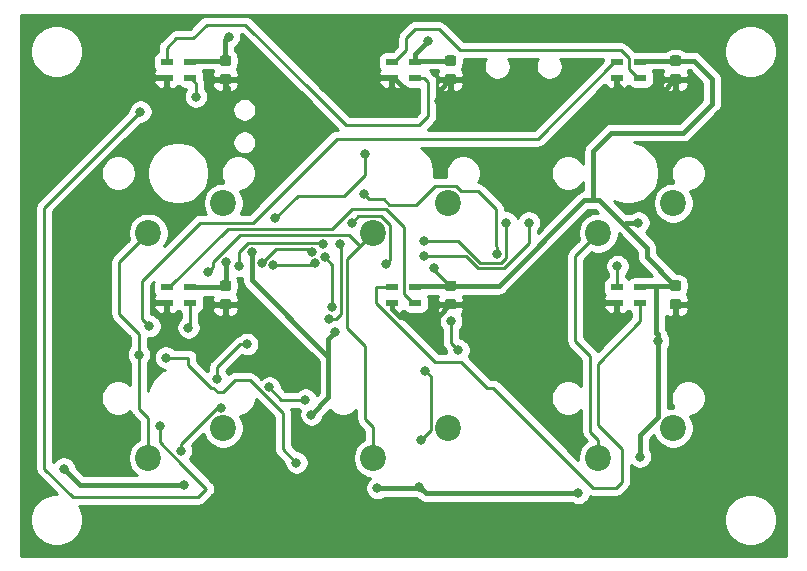
<source format=gtl>
G04 #@! TF.GenerationSoftware,KiCad,Pcbnew,5.1.2-f72e74a~84~ubuntu18.04.1*
G04 #@! TF.CreationDate,2019-07-07T22:09:53+01:00*
G04 #@! TF.ProjectId,macro-kb,6d616372-6f2d-46b6-922e-6b696361645f,rev?*
G04 #@! TF.SameCoordinates,Original*
G04 #@! TF.FileFunction,Copper,L1,Top*
G04 #@! TF.FilePolarity,Positive*
%FSLAX46Y46*%
G04 Gerber Fmt 4.6, Leading zero omitted, Abs format (unit mm)*
G04 Created by KiCad (PCBNEW 5.1.2-f72e74a~84~ubuntu18.04.1) date 2019-07-07 22:09:53*
%MOMM*%
%LPD*%
G04 APERTURE LIST*
%ADD10C,2.200000*%
%ADD11C,0.100000*%
%ADD12C,0.875000*%
%ADD13R,1.000000X0.600000*%
%ADD14C,0.800000*%
%ADD15C,0.400000*%
%ADD16C,0.250000*%
%ADD17C,0.254000*%
G04 APERTURE END LIST*
D10*
X137795000Y-92741750D03*
X131445000Y-95281750D03*
X112395000Y-95281750D03*
X118745000Y-92741750D03*
X150495000Y-95281750D03*
X156845000Y-92741750D03*
X118745000Y-111791750D03*
X112395000Y-114331750D03*
X131445000Y-114331750D03*
X137795000Y-111791750D03*
X156845000Y-111791750D03*
X150495000Y-114331750D03*
D11*
G36*
X119213191Y-81821553D02*
G01*
X119234426Y-81824703D01*
X119255250Y-81829919D01*
X119275462Y-81837151D01*
X119294868Y-81846330D01*
X119313281Y-81857366D01*
X119330524Y-81870154D01*
X119346430Y-81884570D01*
X119360846Y-81900476D01*
X119373634Y-81917719D01*
X119384670Y-81936132D01*
X119393849Y-81955538D01*
X119401081Y-81975750D01*
X119406297Y-81996574D01*
X119409447Y-82017809D01*
X119410500Y-82039250D01*
X119410500Y-82476750D01*
X119409447Y-82498191D01*
X119406297Y-82519426D01*
X119401081Y-82540250D01*
X119393849Y-82560462D01*
X119384670Y-82579868D01*
X119373634Y-82598281D01*
X119360846Y-82615524D01*
X119346430Y-82631430D01*
X119330524Y-82645846D01*
X119313281Y-82658634D01*
X119294868Y-82669670D01*
X119275462Y-82678849D01*
X119255250Y-82686081D01*
X119234426Y-82691297D01*
X119213191Y-82694447D01*
X119191750Y-82695500D01*
X118679250Y-82695500D01*
X118657809Y-82694447D01*
X118636574Y-82691297D01*
X118615750Y-82686081D01*
X118595538Y-82678849D01*
X118576132Y-82669670D01*
X118557719Y-82658634D01*
X118540476Y-82645846D01*
X118524570Y-82631430D01*
X118510154Y-82615524D01*
X118497366Y-82598281D01*
X118486330Y-82579868D01*
X118477151Y-82560462D01*
X118469919Y-82540250D01*
X118464703Y-82519426D01*
X118461553Y-82498191D01*
X118460500Y-82476750D01*
X118460500Y-82039250D01*
X118461553Y-82017809D01*
X118464703Y-81996574D01*
X118469919Y-81975750D01*
X118477151Y-81955538D01*
X118486330Y-81936132D01*
X118497366Y-81917719D01*
X118510154Y-81900476D01*
X118524570Y-81884570D01*
X118540476Y-81870154D01*
X118557719Y-81857366D01*
X118576132Y-81846330D01*
X118595538Y-81837151D01*
X118615750Y-81829919D01*
X118636574Y-81824703D01*
X118657809Y-81821553D01*
X118679250Y-81820500D01*
X119191750Y-81820500D01*
X119213191Y-81821553D01*
X119213191Y-81821553D01*
G37*
D12*
X118935500Y-82258000D03*
D11*
G36*
X119213191Y-80246553D02*
G01*
X119234426Y-80249703D01*
X119255250Y-80254919D01*
X119275462Y-80262151D01*
X119294868Y-80271330D01*
X119313281Y-80282366D01*
X119330524Y-80295154D01*
X119346430Y-80309570D01*
X119360846Y-80325476D01*
X119373634Y-80342719D01*
X119384670Y-80361132D01*
X119393849Y-80380538D01*
X119401081Y-80400750D01*
X119406297Y-80421574D01*
X119409447Y-80442809D01*
X119410500Y-80464250D01*
X119410500Y-80901750D01*
X119409447Y-80923191D01*
X119406297Y-80944426D01*
X119401081Y-80965250D01*
X119393849Y-80985462D01*
X119384670Y-81004868D01*
X119373634Y-81023281D01*
X119360846Y-81040524D01*
X119346430Y-81056430D01*
X119330524Y-81070846D01*
X119313281Y-81083634D01*
X119294868Y-81094670D01*
X119275462Y-81103849D01*
X119255250Y-81111081D01*
X119234426Y-81116297D01*
X119213191Y-81119447D01*
X119191750Y-81120500D01*
X118679250Y-81120500D01*
X118657809Y-81119447D01*
X118636574Y-81116297D01*
X118615750Y-81111081D01*
X118595538Y-81103849D01*
X118576132Y-81094670D01*
X118557719Y-81083634D01*
X118540476Y-81070846D01*
X118524570Y-81056430D01*
X118510154Y-81040524D01*
X118497366Y-81023281D01*
X118486330Y-81004868D01*
X118477151Y-80985462D01*
X118469919Y-80965250D01*
X118464703Y-80944426D01*
X118461553Y-80923191D01*
X118460500Y-80901750D01*
X118460500Y-80464250D01*
X118461553Y-80442809D01*
X118464703Y-80421574D01*
X118469919Y-80400750D01*
X118477151Y-80380538D01*
X118486330Y-80361132D01*
X118497366Y-80342719D01*
X118510154Y-80325476D01*
X118524570Y-80309570D01*
X118540476Y-80295154D01*
X118557719Y-80282366D01*
X118576132Y-80271330D01*
X118595538Y-80262151D01*
X118615750Y-80254919D01*
X118636574Y-80249703D01*
X118657809Y-80246553D01*
X118679250Y-80245500D01*
X119191750Y-80245500D01*
X119213191Y-80246553D01*
X119213191Y-80246553D01*
G37*
D12*
X118935500Y-80683000D03*
D11*
G36*
X138263191Y-80246553D02*
G01*
X138284426Y-80249703D01*
X138305250Y-80254919D01*
X138325462Y-80262151D01*
X138344868Y-80271330D01*
X138363281Y-80282366D01*
X138380524Y-80295154D01*
X138396430Y-80309570D01*
X138410846Y-80325476D01*
X138423634Y-80342719D01*
X138434670Y-80361132D01*
X138443849Y-80380538D01*
X138451081Y-80400750D01*
X138456297Y-80421574D01*
X138459447Y-80442809D01*
X138460500Y-80464250D01*
X138460500Y-80901750D01*
X138459447Y-80923191D01*
X138456297Y-80944426D01*
X138451081Y-80965250D01*
X138443849Y-80985462D01*
X138434670Y-81004868D01*
X138423634Y-81023281D01*
X138410846Y-81040524D01*
X138396430Y-81056430D01*
X138380524Y-81070846D01*
X138363281Y-81083634D01*
X138344868Y-81094670D01*
X138325462Y-81103849D01*
X138305250Y-81111081D01*
X138284426Y-81116297D01*
X138263191Y-81119447D01*
X138241750Y-81120500D01*
X137729250Y-81120500D01*
X137707809Y-81119447D01*
X137686574Y-81116297D01*
X137665750Y-81111081D01*
X137645538Y-81103849D01*
X137626132Y-81094670D01*
X137607719Y-81083634D01*
X137590476Y-81070846D01*
X137574570Y-81056430D01*
X137560154Y-81040524D01*
X137547366Y-81023281D01*
X137536330Y-81004868D01*
X137527151Y-80985462D01*
X137519919Y-80965250D01*
X137514703Y-80944426D01*
X137511553Y-80923191D01*
X137510500Y-80901750D01*
X137510500Y-80464250D01*
X137511553Y-80442809D01*
X137514703Y-80421574D01*
X137519919Y-80400750D01*
X137527151Y-80380538D01*
X137536330Y-80361132D01*
X137547366Y-80342719D01*
X137560154Y-80325476D01*
X137574570Y-80309570D01*
X137590476Y-80295154D01*
X137607719Y-80282366D01*
X137626132Y-80271330D01*
X137645538Y-80262151D01*
X137665750Y-80254919D01*
X137686574Y-80249703D01*
X137707809Y-80246553D01*
X137729250Y-80245500D01*
X138241750Y-80245500D01*
X138263191Y-80246553D01*
X138263191Y-80246553D01*
G37*
D12*
X137985500Y-80683000D03*
D11*
G36*
X138263191Y-81821553D02*
G01*
X138284426Y-81824703D01*
X138305250Y-81829919D01*
X138325462Y-81837151D01*
X138344868Y-81846330D01*
X138363281Y-81857366D01*
X138380524Y-81870154D01*
X138396430Y-81884570D01*
X138410846Y-81900476D01*
X138423634Y-81917719D01*
X138434670Y-81936132D01*
X138443849Y-81955538D01*
X138451081Y-81975750D01*
X138456297Y-81996574D01*
X138459447Y-82017809D01*
X138460500Y-82039250D01*
X138460500Y-82476750D01*
X138459447Y-82498191D01*
X138456297Y-82519426D01*
X138451081Y-82540250D01*
X138443849Y-82560462D01*
X138434670Y-82579868D01*
X138423634Y-82598281D01*
X138410846Y-82615524D01*
X138396430Y-82631430D01*
X138380524Y-82645846D01*
X138363281Y-82658634D01*
X138344868Y-82669670D01*
X138325462Y-82678849D01*
X138305250Y-82686081D01*
X138284426Y-82691297D01*
X138263191Y-82694447D01*
X138241750Y-82695500D01*
X137729250Y-82695500D01*
X137707809Y-82694447D01*
X137686574Y-82691297D01*
X137665750Y-82686081D01*
X137645538Y-82678849D01*
X137626132Y-82669670D01*
X137607719Y-82658634D01*
X137590476Y-82645846D01*
X137574570Y-82631430D01*
X137560154Y-82615524D01*
X137547366Y-82598281D01*
X137536330Y-82579868D01*
X137527151Y-82560462D01*
X137519919Y-82540250D01*
X137514703Y-82519426D01*
X137511553Y-82498191D01*
X137510500Y-82476750D01*
X137510500Y-82039250D01*
X137511553Y-82017809D01*
X137514703Y-81996574D01*
X137519919Y-81975750D01*
X137527151Y-81955538D01*
X137536330Y-81936132D01*
X137547366Y-81917719D01*
X137560154Y-81900476D01*
X137574570Y-81884570D01*
X137590476Y-81870154D01*
X137607719Y-81857366D01*
X137626132Y-81846330D01*
X137645538Y-81837151D01*
X137665750Y-81829919D01*
X137686574Y-81824703D01*
X137707809Y-81821553D01*
X137729250Y-81820500D01*
X138241750Y-81820500D01*
X138263191Y-81821553D01*
X138263191Y-81821553D01*
G37*
D12*
X137985500Y-82258000D03*
D11*
G36*
X157313191Y-80246553D02*
G01*
X157334426Y-80249703D01*
X157355250Y-80254919D01*
X157375462Y-80262151D01*
X157394868Y-80271330D01*
X157413281Y-80282366D01*
X157430524Y-80295154D01*
X157446430Y-80309570D01*
X157460846Y-80325476D01*
X157473634Y-80342719D01*
X157484670Y-80361132D01*
X157493849Y-80380538D01*
X157501081Y-80400750D01*
X157506297Y-80421574D01*
X157509447Y-80442809D01*
X157510500Y-80464250D01*
X157510500Y-80901750D01*
X157509447Y-80923191D01*
X157506297Y-80944426D01*
X157501081Y-80965250D01*
X157493849Y-80985462D01*
X157484670Y-81004868D01*
X157473634Y-81023281D01*
X157460846Y-81040524D01*
X157446430Y-81056430D01*
X157430524Y-81070846D01*
X157413281Y-81083634D01*
X157394868Y-81094670D01*
X157375462Y-81103849D01*
X157355250Y-81111081D01*
X157334426Y-81116297D01*
X157313191Y-81119447D01*
X157291750Y-81120500D01*
X156779250Y-81120500D01*
X156757809Y-81119447D01*
X156736574Y-81116297D01*
X156715750Y-81111081D01*
X156695538Y-81103849D01*
X156676132Y-81094670D01*
X156657719Y-81083634D01*
X156640476Y-81070846D01*
X156624570Y-81056430D01*
X156610154Y-81040524D01*
X156597366Y-81023281D01*
X156586330Y-81004868D01*
X156577151Y-80985462D01*
X156569919Y-80965250D01*
X156564703Y-80944426D01*
X156561553Y-80923191D01*
X156560500Y-80901750D01*
X156560500Y-80464250D01*
X156561553Y-80442809D01*
X156564703Y-80421574D01*
X156569919Y-80400750D01*
X156577151Y-80380538D01*
X156586330Y-80361132D01*
X156597366Y-80342719D01*
X156610154Y-80325476D01*
X156624570Y-80309570D01*
X156640476Y-80295154D01*
X156657719Y-80282366D01*
X156676132Y-80271330D01*
X156695538Y-80262151D01*
X156715750Y-80254919D01*
X156736574Y-80249703D01*
X156757809Y-80246553D01*
X156779250Y-80245500D01*
X157291750Y-80245500D01*
X157313191Y-80246553D01*
X157313191Y-80246553D01*
G37*
D12*
X157035500Y-80683000D03*
D11*
G36*
X157313191Y-81821553D02*
G01*
X157334426Y-81824703D01*
X157355250Y-81829919D01*
X157375462Y-81837151D01*
X157394868Y-81846330D01*
X157413281Y-81857366D01*
X157430524Y-81870154D01*
X157446430Y-81884570D01*
X157460846Y-81900476D01*
X157473634Y-81917719D01*
X157484670Y-81936132D01*
X157493849Y-81955538D01*
X157501081Y-81975750D01*
X157506297Y-81996574D01*
X157509447Y-82017809D01*
X157510500Y-82039250D01*
X157510500Y-82476750D01*
X157509447Y-82498191D01*
X157506297Y-82519426D01*
X157501081Y-82540250D01*
X157493849Y-82560462D01*
X157484670Y-82579868D01*
X157473634Y-82598281D01*
X157460846Y-82615524D01*
X157446430Y-82631430D01*
X157430524Y-82645846D01*
X157413281Y-82658634D01*
X157394868Y-82669670D01*
X157375462Y-82678849D01*
X157355250Y-82686081D01*
X157334426Y-82691297D01*
X157313191Y-82694447D01*
X157291750Y-82695500D01*
X156779250Y-82695500D01*
X156757809Y-82694447D01*
X156736574Y-82691297D01*
X156715750Y-82686081D01*
X156695538Y-82678849D01*
X156676132Y-82669670D01*
X156657719Y-82658634D01*
X156640476Y-82645846D01*
X156624570Y-82631430D01*
X156610154Y-82615524D01*
X156597366Y-82598281D01*
X156586330Y-82579868D01*
X156577151Y-82560462D01*
X156569919Y-82540250D01*
X156564703Y-82519426D01*
X156561553Y-82498191D01*
X156560500Y-82476750D01*
X156560500Y-82039250D01*
X156561553Y-82017809D01*
X156564703Y-81996574D01*
X156569919Y-81975750D01*
X156577151Y-81955538D01*
X156586330Y-81936132D01*
X156597366Y-81917719D01*
X156610154Y-81900476D01*
X156624570Y-81884570D01*
X156640476Y-81870154D01*
X156657719Y-81857366D01*
X156676132Y-81846330D01*
X156695538Y-81837151D01*
X156715750Y-81829919D01*
X156736574Y-81824703D01*
X156757809Y-81821553D01*
X156779250Y-81820500D01*
X157291750Y-81820500D01*
X157313191Y-81821553D01*
X157313191Y-81821553D01*
G37*
D12*
X157035500Y-82258000D03*
D11*
G36*
X119213191Y-100871553D02*
G01*
X119234426Y-100874703D01*
X119255250Y-100879919D01*
X119275462Y-100887151D01*
X119294868Y-100896330D01*
X119313281Y-100907366D01*
X119330524Y-100920154D01*
X119346430Y-100934570D01*
X119360846Y-100950476D01*
X119373634Y-100967719D01*
X119384670Y-100986132D01*
X119393849Y-101005538D01*
X119401081Y-101025750D01*
X119406297Y-101046574D01*
X119409447Y-101067809D01*
X119410500Y-101089250D01*
X119410500Y-101526750D01*
X119409447Y-101548191D01*
X119406297Y-101569426D01*
X119401081Y-101590250D01*
X119393849Y-101610462D01*
X119384670Y-101629868D01*
X119373634Y-101648281D01*
X119360846Y-101665524D01*
X119346430Y-101681430D01*
X119330524Y-101695846D01*
X119313281Y-101708634D01*
X119294868Y-101719670D01*
X119275462Y-101728849D01*
X119255250Y-101736081D01*
X119234426Y-101741297D01*
X119213191Y-101744447D01*
X119191750Y-101745500D01*
X118679250Y-101745500D01*
X118657809Y-101744447D01*
X118636574Y-101741297D01*
X118615750Y-101736081D01*
X118595538Y-101728849D01*
X118576132Y-101719670D01*
X118557719Y-101708634D01*
X118540476Y-101695846D01*
X118524570Y-101681430D01*
X118510154Y-101665524D01*
X118497366Y-101648281D01*
X118486330Y-101629868D01*
X118477151Y-101610462D01*
X118469919Y-101590250D01*
X118464703Y-101569426D01*
X118461553Y-101548191D01*
X118460500Y-101526750D01*
X118460500Y-101089250D01*
X118461553Y-101067809D01*
X118464703Y-101046574D01*
X118469919Y-101025750D01*
X118477151Y-101005538D01*
X118486330Y-100986132D01*
X118497366Y-100967719D01*
X118510154Y-100950476D01*
X118524570Y-100934570D01*
X118540476Y-100920154D01*
X118557719Y-100907366D01*
X118576132Y-100896330D01*
X118595538Y-100887151D01*
X118615750Y-100879919D01*
X118636574Y-100874703D01*
X118657809Y-100871553D01*
X118679250Y-100870500D01*
X119191750Y-100870500D01*
X119213191Y-100871553D01*
X119213191Y-100871553D01*
G37*
D12*
X118935500Y-101308000D03*
D11*
G36*
X119213191Y-99296553D02*
G01*
X119234426Y-99299703D01*
X119255250Y-99304919D01*
X119275462Y-99312151D01*
X119294868Y-99321330D01*
X119313281Y-99332366D01*
X119330524Y-99345154D01*
X119346430Y-99359570D01*
X119360846Y-99375476D01*
X119373634Y-99392719D01*
X119384670Y-99411132D01*
X119393849Y-99430538D01*
X119401081Y-99450750D01*
X119406297Y-99471574D01*
X119409447Y-99492809D01*
X119410500Y-99514250D01*
X119410500Y-99951750D01*
X119409447Y-99973191D01*
X119406297Y-99994426D01*
X119401081Y-100015250D01*
X119393849Y-100035462D01*
X119384670Y-100054868D01*
X119373634Y-100073281D01*
X119360846Y-100090524D01*
X119346430Y-100106430D01*
X119330524Y-100120846D01*
X119313281Y-100133634D01*
X119294868Y-100144670D01*
X119275462Y-100153849D01*
X119255250Y-100161081D01*
X119234426Y-100166297D01*
X119213191Y-100169447D01*
X119191750Y-100170500D01*
X118679250Y-100170500D01*
X118657809Y-100169447D01*
X118636574Y-100166297D01*
X118615750Y-100161081D01*
X118595538Y-100153849D01*
X118576132Y-100144670D01*
X118557719Y-100133634D01*
X118540476Y-100120846D01*
X118524570Y-100106430D01*
X118510154Y-100090524D01*
X118497366Y-100073281D01*
X118486330Y-100054868D01*
X118477151Y-100035462D01*
X118469919Y-100015250D01*
X118464703Y-99994426D01*
X118461553Y-99973191D01*
X118460500Y-99951750D01*
X118460500Y-99514250D01*
X118461553Y-99492809D01*
X118464703Y-99471574D01*
X118469919Y-99450750D01*
X118477151Y-99430538D01*
X118486330Y-99411132D01*
X118497366Y-99392719D01*
X118510154Y-99375476D01*
X118524570Y-99359570D01*
X118540476Y-99345154D01*
X118557719Y-99332366D01*
X118576132Y-99321330D01*
X118595538Y-99312151D01*
X118615750Y-99304919D01*
X118636574Y-99299703D01*
X118657809Y-99296553D01*
X118679250Y-99295500D01*
X119191750Y-99295500D01*
X119213191Y-99296553D01*
X119213191Y-99296553D01*
G37*
D12*
X118935500Y-99733000D03*
D11*
G36*
X138263191Y-99302803D02*
G01*
X138284426Y-99305953D01*
X138305250Y-99311169D01*
X138325462Y-99318401D01*
X138344868Y-99327580D01*
X138363281Y-99338616D01*
X138380524Y-99351404D01*
X138396430Y-99365820D01*
X138410846Y-99381726D01*
X138423634Y-99398969D01*
X138434670Y-99417382D01*
X138443849Y-99436788D01*
X138451081Y-99457000D01*
X138456297Y-99477824D01*
X138459447Y-99499059D01*
X138460500Y-99520500D01*
X138460500Y-99958000D01*
X138459447Y-99979441D01*
X138456297Y-100000676D01*
X138451081Y-100021500D01*
X138443849Y-100041712D01*
X138434670Y-100061118D01*
X138423634Y-100079531D01*
X138410846Y-100096774D01*
X138396430Y-100112680D01*
X138380524Y-100127096D01*
X138363281Y-100139884D01*
X138344868Y-100150920D01*
X138325462Y-100160099D01*
X138305250Y-100167331D01*
X138284426Y-100172547D01*
X138263191Y-100175697D01*
X138241750Y-100176750D01*
X137729250Y-100176750D01*
X137707809Y-100175697D01*
X137686574Y-100172547D01*
X137665750Y-100167331D01*
X137645538Y-100160099D01*
X137626132Y-100150920D01*
X137607719Y-100139884D01*
X137590476Y-100127096D01*
X137574570Y-100112680D01*
X137560154Y-100096774D01*
X137547366Y-100079531D01*
X137536330Y-100061118D01*
X137527151Y-100041712D01*
X137519919Y-100021500D01*
X137514703Y-100000676D01*
X137511553Y-99979441D01*
X137510500Y-99958000D01*
X137510500Y-99520500D01*
X137511553Y-99499059D01*
X137514703Y-99477824D01*
X137519919Y-99457000D01*
X137527151Y-99436788D01*
X137536330Y-99417382D01*
X137547366Y-99398969D01*
X137560154Y-99381726D01*
X137574570Y-99365820D01*
X137590476Y-99351404D01*
X137607719Y-99338616D01*
X137626132Y-99327580D01*
X137645538Y-99318401D01*
X137665750Y-99311169D01*
X137686574Y-99305953D01*
X137707809Y-99302803D01*
X137729250Y-99301750D01*
X138241750Y-99301750D01*
X138263191Y-99302803D01*
X138263191Y-99302803D01*
G37*
D12*
X137985500Y-99739250D03*
D11*
G36*
X138263191Y-100877803D02*
G01*
X138284426Y-100880953D01*
X138305250Y-100886169D01*
X138325462Y-100893401D01*
X138344868Y-100902580D01*
X138363281Y-100913616D01*
X138380524Y-100926404D01*
X138396430Y-100940820D01*
X138410846Y-100956726D01*
X138423634Y-100973969D01*
X138434670Y-100992382D01*
X138443849Y-101011788D01*
X138451081Y-101032000D01*
X138456297Y-101052824D01*
X138459447Y-101074059D01*
X138460500Y-101095500D01*
X138460500Y-101533000D01*
X138459447Y-101554441D01*
X138456297Y-101575676D01*
X138451081Y-101596500D01*
X138443849Y-101616712D01*
X138434670Y-101636118D01*
X138423634Y-101654531D01*
X138410846Y-101671774D01*
X138396430Y-101687680D01*
X138380524Y-101702096D01*
X138363281Y-101714884D01*
X138344868Y-101725920D01*
X138325462Y-101735099D01*
X138305250Y-101742331D01*
X138284426Y-101747547D01*
X138263191Y-101750697D01*
X138241750Y-101751750D01*
X137729250Y-101751750D01*
X137707809Y-101750697D01*
X137686574Y-101747547D01*
X137665750Y-101742331D01*
X137645538Y-101735099D01*
X137626132Y-101725920D01*
X137607719Y-101714884D01*
X137590476Y-101702096D01*
X137574570Y-101687680D01*
X137560154Y-101671774D01*
X137547366Y-101654531D01*
X137536330Y-101636118D01*
X137527151Y-101616712D01*
X137519919Y-101596500D01*
X137514703Y-101575676D01*
X137511553Y-101554441D01*
X137510500Y-101533000D01*
X137510500Y-101095500D01*
X137511553Y-101074059D01*
X137514703Y-101052824D01*
X137519919Y-101032000D01*
X137527151Y-101011788D01*
X137536330Y-100992382D01*
X137547366Y-100973969D01*
X137560154Y-100956726D01*
X137574570Y-100940820D01*
X137590476Y-100926404D01*
X137607719Y-100913616D01*
X137626132Y-100902580D01*
X137645538Y-100893401D01*
X137665750Y-100886169D01*
X137686574Y-100880953D01*
X137707809Y-100877803D01*
X137729250Y-100876750D01*
X138241750Y-100876750D01*
X138263191Y-100877803D01*
X138263191Y-100877803D01*
G37*
D12*
X137985500Y-101314250D03*
D11*
G36*
X157313191Y-100871553D02*
G01*
X157334426Y-100874703D01*
X157355250Y-100879919D01*
X157375462Y-100887151D01*
X157394868Y-100896330D01*
X157413281Y-100907366D01*
X157430524Y-100920154D01*
X157446430Y-100934570D01*
X157460846Y-100950476D01*
X157473634Y-100967719D01*
X157484670Y-100986132D01*
X157493849Y-101005538D01*
X157501081Y-101025750D01*
X157506297Y-101046574D01*
X157509447Y-101067809D01*
X157510500Y-101089250D01*
X157510500Y-101526750D01*
X157509447Y-101548191D01*
X157506297Y-101569426D01*
X157501081Y-101590250D01*
X157493849Y-101610462D01*
X157484670Y-101629868D01*
X157473634Y-101648281D01*
X157460846Y-101665524D01*
X157446430Y-101681430D01*
X157430524Y-101695846D01*
X157413281Y-101708634D01*
X157394868Y-101719670D01*
X157375462Y-101728849D01*
X157355250Y-101736081D01*
X157334426Y-101741297D01*
X157313191Y-101744447D01*
X157291750Y-101745500D01*
X156779250Y-101745500D01*
X156757809Y-101744447D01*
X156736574Y-101741297D01*
X156715750Y-101736081D01*
X156695538Y-101728849D01*
X156676132Y-101719670D01*
X156657719Y-101708634D01*
X156640476Y-101695846D01*
X156624570Y-101681430D01*
X156610154Y-101665524D01*
X156597366Y-101648281D01*
X156586330Y-101629868D01*
X156577151Y-101610462D01*
X156569919Y-101590250D01*
X156564703Y-101569426D01*
X156561553Y-101548191D01*
X156560500Y-101526750D01*
X156560500Y-101089250D01*
X156561553Y-101067809D01*
X156564703Y-101046574D01*
X156569919Y-101025750D01*
X156577151Y-101005538D01*
X156586330Y-100986132D01*
X156597366Y-100967719D01*
X156610154Y-100950476D01*
X156624570Y-100934570D01*
X156640476Y-100920154D01*
X156657719Y-100907366D01*
X156676132Y-100896330D01*
X156695538Y-100887151D01*
X156715750Y-100879919D01*
X156736574Y-100874703D01*
X156757809Y-100871553D01*
X156779250Y-100870500D01*
X157291750Y-100870500D01*
X157313191Y-100871553D01*
X157313191Y-100871553D01*
G37*
D12*
X157035500Y-101308000D03*
D11*
G36*
X157313191Y-99296553D02*
G01*
X157334426Y-99299703D01*
X157355250Y-99304919D01*
X157375462Y-99312151D01*
X157394868Y-99321330D01*
X157413281Y-99332366D01*
X157430524Y-99345154D01*
X157446430Y-99359570D01*
X157460846Y-99375476D01*
X157473634Y-99392719D01*
X157484670Y-99411132D01*
X157493849Y-99430538D01*
X157501081Y-99450750D01*
X157506297Y-99471574D01*
X157509447Y-99492809D01*
X157510500Y-99514250D01*
X157510500Y-99951750D01*
X157509447Y-99973191D01*
X157506297Y-99994426D01*
X157501081Y-100015250D01*
X157493849Y-100035462D01*
X157484670Y-100054868D01*
X157473634Y-100073281D01*
X157460846Y-100090524D01*
X157446430Y-100106430D01*
X157430524Y-100120846D01*
X157413281Y-100133634D01*
X157394868Y-100144670D01*
X157375462Y-100153849D01*
X157355250Y-100161081D01*
X157334426Y-100166297D01*
X157313191Y-100169447D01*
X157291750Y-100170500D01*
X156779250Y-100170500D01*
X156757809Y-100169447D01*
X156736574Y-100166297D01*
X156715750Y-100161081D01*
X156695538Y-100153849D01*
X156676132Y-100144670D01*
X156657719Y-100133634D01*
X156640476Y-100120846D01*
X156624570Y-100106430D01*
X156610154Y-100090524D01*
X156597366Y-100073281D01*
X156586330Y-100054868D01*
X156577151Y-100035462D01*
X156569919Y-100015250D01*
X156564703Y-99994426D01*
X156561553Y-99973191D01*
X156560500Y-99951750D01*
X156560500Y-99514250D01*
X156561553Y-99492809D01*
X156564703Y-99471574D01*
X156569919Y-99450750D01*
X156577151Y-99430538D01*
X156586330Y-99411132D01*
X156597366Y-99392719D01*
X156610154Y-99375476D01*
X156624570Y-99359570D01*
X156640476Y-99345154D01*
X156657719Y-99332366D01*
X156676132Y-99321330D01*
X156695538Y-99312151D01*
X156715750Y-99304919D01*
X156736574Y-99299703D01*
X156757809Y-99296553D01*
X156779250Y-99295500D01*
X157291750Y-99295500D01*
X157313191Y-99296553D01*
X157313191Y-99296553D01*
G37*
D12*
X157035500Y-99733000D03*
D13*
X113966750Y-80820500D03*
X113966750Y-82120500D03*
X115966750Y-80820500D03*
X115966750Y-82120500D03*
X133016750Y-80820500D03*
X133016750Y-82120500D03*
X135016750Y-80820500D03*
X135016750Y-82120500D03*
X154066750Y-82120500D03*
X154066750Y-80820500D03*
X152066750Y-82120500D03*
X152066750Y-80820500D03*
X115966750Y-101170500D03*
X115966750Y-99870500D03*
X113966750Y-101170500D03*
X113966750Y-99870500D03*
X133016750Y-99870500D03*
X133016750Y-101170500D03*
X135016750Y-99870500D03*
X135016750Y-101170500D03*
X154066750Y-101170500D03*
X154066750Y-99870500D03*
X152066750Y-101170500D03*
X152066750Y-99870500D03*
D14*
X151987250Y-84613750D03*
X137001250Y-84105750D03*
X134842250Y-84105750D03*
X115919250Y-85502750D03*
X150590250Y-103409750D03*
X116554250Y-104679750D03*
X157448250Y-106965750D03*
X125698250Y-107981750D03*
X142970250Y-101250750D03*
X140938250Y-101250750D03*
X106648250Y-104933750D03*
X106648250Y-108743750D03*
X136112250Y-79025750D03*
X135350250Y-116744750D03*
X148812250Y-117289750D03*
X131794250Y-116871750D03*
X119221250Y-78644750D03*
X155543250Y-104425750D03*
X118967250Y-97694750D03*
X153892250Y-94392750D03*
X136620250Y-98202750D03*
X154019250Y-114204750D03*
X128238250Y-103663750D03*
X126206250Y-110648750D03*
X121189750Y-96869250D03*
X105251250Y-115220750D03*
X115411250Y-116617750D03*
X130651250Y-91979750D03*
X141954250Y-97059750D03*
X121989750Y-97821750D03*
X126303103Y-96869249D03*
X122976997Y-97980963D03*
X126476315Y-97854136D03*
X138040551Y-102709283D03*
X138652250Y-105187750D03*
X115157250Y-113696750D03*
X122654903Y-108358097D03*
X125698250Y-109378750D03*
X135477250Y-112807750D03*
X135858250Y-106965750D03*
X118582289Y-110099553D03*
X111601250Y-105568750D03*
X117443250Y-98583750D03*
X120110250Y-98075750D03*
X127222250Y-96170749D03*
X129635250Y-94392750D03*
X132556250Y-97911750D03*
X130778250Y-88550750D03*
X123158250Y-94011750D03*
X127984250Y-101504750D03*
X127323364Y-97292836D03*
X135731250Y-97186750D03*
X144621250Y-94392750D03*
X127690651Y-102601937D03*
X142716250Y-94392750D03*
X128619250Y-96170749D03*
X135731250Y-95916750D03*
X152114250Y-98075750D03*
X124936250Y-114712750D03*
X113887250Y-105822750D03*
X118205250Y-107651749D03*
X113379250Y-111639250D03*
X111728250Y-84994750D03*
X120745250Y-104679750D03*
X115792250Y-103282750D03*
X112490250Y-103155750D03*
X116427250Y-83724750D03*
D15*
X152066750Y-82120500D02*
X152066750Y-84534250D01*
X152066750Y-84534250D02*
X151987250Y-84613750D01*
X152066750Y-82670500D02*
X152867000Y-83470750D01*
X152066750Y-82120500D02*
X152066750Y-82670500D01*
X155822750Y-83470750D02*
X157035500Y-82258000D01*
X152867000Y-83470750D02*
X155822750Y-83470750D01*
X137001250Y-83242250D02*
X137985500Y-82258000D01*
X137001250Y-84105750D02*
X137001250Y-83242250D01*
X133216750Y-82120500D02*
X134842250Y-83746000D01*
X133016750Y-82120500D02*
X133216750Y-82120500D01*
X134842250Y-83746000D02*
X134842250Y-84105750D01*
X113966750Y-82670500D02*
X114014250Y-82718000D01*
X113966750Y-82120500D02*
X113966750Y-82670500D01*
X114014250Y-82718000D02*
X114014250Y-83597750D01*
X114014250Y-83597750D02*
X115919250Y-85502750D01*
X115919250Y-85502750D02*
X117824250Y-85502750D01*
X119169001Y-84157999D02*
X119169001Y-83037501D01*
X117824250Y-85502750D02*
X119169001Y-84157999D01*
X118935500Y-82804000D02*
X118935500Y-82258000D01*
X119169001Y-83037501D02*
X118935500Y-82804000D01*
X133016750Y-101720500D02*
X133690000Y-102393750D01*
X133016750Y-101170500D02*
X133016750Y-101720500D01*
X136906000Y-102393750D02*
X137985500Y-101314250D01*
X133690000Y-102393750D02*
X136906000Y-102393750D01*
X152066750Y-101170500D02*
X152066750Y-101933250D01*
X152066750Y-101933250D02*
X150590250Y-103409750D01*
X117443250Y-101758750D02*
X117894000Y-101308000D01*
X113966750Y-101720500D02*
X114014250Y-101768000D01*
X113966750Y-101170500D02*
X113966750Y-101720500D01*
X114014250Y-101768000D02*
X114014250Y-103790750D01*
X114903250Y-104679750D02*
X116554250Y-104679750D01*
X117894000Y-101308000D02*
X118935500Y-101308000D01*
X116554250Y-104679750D02*
X117443250Y-103790750D01*
X157035500Y-106553000D02*
X157448250Y-106965750D01*
X157035500Y-101308000D02*
X157035500Y-106553000D01*
X125698250Y-107416065D02*
X120929935Y-102647750D01*
X120929935Y-102647750D02*
X117443250Y-102647750D01*
X125698250Y-107981750D02*
X125698250Y-107416065D01*
X117443250Y-103790750D02*
X117443250Y-102647750D01*
X117443250Y-102647750D02*
X117443250Y-101758750D01*
X138049000Y-101250750D02*
X137985500Y-101314250D01*
X114014250Y-103790750D02*
X114903250Y-104679750D01*
X142970250Y-101250750D02*
X140938250Y-101250750D01*
X140938250Y-101250750D02*
X138049000Y-101250750D01*
X106648250Y-104933750D02*
X106648250Y-108743750D01*
X118798000Y-99870500D02*
X118935500Y-99733000D01*
X115966750Y-99870500D02*
X118798000Y-99870500D01*
X135148000Y-99739250D02*
X135016750Y-99870500D01*
X154204250Y-99733000D02*
X154066750Y-99870500D01*
X154204250Y-80683000D02*
X154066750Y-80820500D01*
X157035500Y-80683000D02*
X154204250Y-80683000D01*
X135154250Y-80683000D02*
X135016750Y-80820500D01*
X137985500Y-80683000D02*
X135154250Y-80683000D01*
X116104250Y-80683000D02*
X115966750Y-80820500D01*
X118935500Y-80683000D02*
X116104250Y-80683000D01*
X135016750Y-80820500D02*
X135016750Y-80121250D01*
X135016750Y-80121250D02*
X136112250Y-79025750D01*
X148780241Y-117321759D02*
X148812250Y-117289750D01*
X135350250Y-116744750D02*
X135927259Y-117321759D01*
X135927259Y-117321759D02*
X148780241Y-117321759D01*
X135223250Y-116871750D02*
X135350250Y-116744750D01*
X131794250Y-116871750D02*
X135223250Y-116871750D01*
X136378750Y-99739250D02*
X135148000Y-99739250D01*
X137985500Y-99739250D02*
X136378750Y-99739250D01*
X118935500Y-80683000D02*
X118935500Y-78930500D01*
X118935500Y-78930500D02*
X119221250Y-78644750D01*
X154622363Y-97319863D02*
X154622363Y-96519863D01*
X157035500Y-99733000D02*
X154622363Y-97319863D01*
X142068750Y-99739250D02*
X137985500Y-99739250D01*
X149320250Y-92487750D02*
X142068750Y-99739250D01*
X155410000Y-103726815D02*
X155410000Y-99733000D01*
X155543250Y-103860065D02*
X155410000Y-103726815D01*
X157035500Y-99733000D02*
X155410000Y-99733000D01*
X155543250Y-104425750D02*
X155543250Y-103860065D01*
X155410000Y-99733000D02*
X154204250Y-99733000D01*
X157035500Y-80683000D02*
X158597500Y-80683000D01*
X158597500Y-80683000D02*
X160115250Y-82200750D01*
X160115250Y-82200750D02*
X160115250Y-84359750D01*
X160115250Y-84359750D02*
X157702250Y-86772750D01*
X157702250Y-86772750D02*
X151606250Y-86772750D01*
X151606250Y-86772750D02*
X150082250Y-88296750D01*
X150082250Y-88296750D02*
X150082250Y-92487750D01*
X150590250Y-92487750D02*
X150082250Y-92487750D01*
X150082250Y-92487750D02*
X149320250Y-92487750D01*
X118967250Y-99701250D02*
X118935500Y-99733000D01*
X118967250Y-97694750D02*
X118967250Y-99701250D01*
X152876250Y-94392750D02*
X152685750Y-94583250D01*
X153892250Y-94392750D02*
X152876250Y-94392750D01*
X154622363Y-96519863D02*
X152685750Y-94583250D01*
X152685750Y-94583250D02*
X150590250Y-92487750D01*
D16*
X136620250Y-98374000D02*
X137985500Y-99739250D01*
X136620250Y-98202750D02*
X136620250Y-98374000D01*
D15*
X155543250Y-110873498D02*
X155543250Y-104991435D01*
X154019250Y-112397498D02*
X155543250Y-110873498D01*
X155543250Y-104991435D02*
X155543250Y-104425750D01*
X154019250Y-114204750D02*
X154019250Y-112397498D01*
X128238250Y-103663750D02*
X127654999Y-104247001D01*
X127654999Y-109200001D02*
X126206250Y-110648750D01*
X121189750Y-96869250D02*
X121189750Y-99282250D01*
X127654999Y-104247001D02*
X127654999Y-105747499D01*
X121189750Y-99282250D02*
X127654999Y-105747499D01*
X127654999Y-105747499D02*
X127654999Y-109200001D01*
X112460998Y-116617750D02*
X115411250Y-116617750D01*
X105251250Y-115220750D02*
X106648250Y-116617750D01*
X106648250Y-116617750D02*
X112460998Y-116617750D01*
D16*
X131051249Y-92379749D02*
X130651250Y-91979750D01*
X132322659Y-92379749D02*
X131051249Y-92379749D01*
X136648251Y-91316749D02*
X135096250Y-92868750D01*
X138479001Y-91316749D02*
X136648251Y-91316749D01*
X132811660Y-92868750D02*
X132322659Y-92379749D01*
X141954250Y-97059750D02*
X141954250Y-96494065D01*
X141954250Y-96494065D02*
X141827250Y-96367065D01*
X141827250Y-93249750D02*
X140303250Y-91725750D01*
X135096250Y-92868750D02*
X132811660Y-92868750D01*
X141827250Y-96367065D02*
X141827250Y-93249750D01*
X140303250Y-91725750D02*
X138888002Y-91725750D01*
X138888002Y-91725750D02*
X138479001Y-91316749D01*
X121989750Y-97821750D02*
X123217241Y-96594259D01*
X123217241Y-96594259D02*
X126206250Y-96594259D01*
X122976997Y-97980963D02*
X126349488Y-97980963D01*
X126349488Y-97980963D02*
X126476315Y-97854136D01*
X138040551Y-102709283D02*
X138040551Y-104576051D01*
X138040551Y-104576051D02*
X138652250Y-105187750D01*
X115157250Y-113696750D02*
X115157250Y-113131065D01*
X115157250Y-113131065D02*
X117697250Y-110591065D01*
X122654903Y-108358097D02*
X123675556Y-109378750D01*
X123675556Y-109378750D02*
X125698250Y-109378750D01*
X136310001Y-107417501D02*
X135858250Y-106965750D01*
X135477250Y-112807750D02*
X136310001Y-111974999D01*
X136310001Y-111974999D02*
X136310001Y-107417501D01*
X117697250Y-110591065D02*
X118188762Y-110099553D01*
X118188762Y-110099553D02*
X118582289Y-110099553D01*
X112395000Y-114331750D02*
X112395000Y-110934500D01*
X112395000Y-110934500D02*
X111601250Y-110140750D01*
X111601250Y-103790750D02*
X109950250Y-102139750D01*
X109950250Y-97726500D02*
X112395000Y-95281750D01*
X109950250Y-102139750D02*
X109950250Y-97726500D01*
X111601250Y-105568750D02*
X111601250Y-103790750D01*
X111601250Y-110140750D02*
X111601250Y-105568750D01*
X130778250Y-111029750D02*
X130778250Y-104806750D01*
X131445000Y-114331750D02*
X131445000Y-111696500D01*
X129254250Y-103282750D02*
X129254250Y-97472500D01*
X130778250Y-104806750D02*
X129254250Y-103282750D01*
X131445000Y-111696500D02*
X130778250Y-111029750D01*
X129418249Y-95445749D02*
X130349625Y-96377125D01*
X120143249Y-95445749D02*
X129418249Y-95445749D01*
X117843249Y-97745749D02*
X120143249Y-95445749D01*
X117843249Y-98183751D02*
X117843249Y-97745749D01*
X117443250Y-98583750D02*
X117843249Y-98183751D01*
X130349625Y-96377125D02*
X131445000Y-95281750D01*
X129254250Y-97472500D02*
X130349625Y-96377125D01*
X148558250Y-97218500D02*
X150495000Y-95281750D01*
X149828250Y-105695750D02*
X148558250Y-104425750D01*
X148558250Y-104425750D02*
X148558250Y-97218500D01*
X149828250Y-112109366D02*
X149828250Y-105695750D01*
X150495000Y-114331750D02*
X150495000Y-112776116D01*
X150495000Y-112776116D02*
X149828250Y-112109366D01*
X127195750Y-96144249D02*
X127222250Y-96170749D01*
X120110250Y-98075750D02*
X120110250Y-96875748D01*
X120841749Y-96144249D02*
X127195750Y-96144249D01*
X120110250Y-96875748D02*
X120841749Y-96144249D01*
X132870001Y-97597999D02*
X132556250Y-97911750D01*
X132870001Y-94597749D02*
X132870001Y-97597999D01*
X132129001Y-93856749D02*
X132870001Y-94597749D01*
X129635250Y-94392750D02*
X130171251Y-93856749D01*
X130171251Y-93856749D02*
X132129001Y-93856749D01*
X130778250Y-88550750D02*
X130778250Y-90328750D01*
X130778250Y-90328750D02*
X129000250Y-92106750D01*
X129000250Y-92106750D02*
X125063250Y-92106750D01*
X125063250Y-92106750D02*
X123158250Y-94011750D01*
X127984250Y-101504750D02*
X127984250Y-97953722D01*
X127984250Y-97953722D02*
X127323364Y-97292836D01*
X144621250Y-96102162D02*
X144621250Y-94392750D01*
X142488652Y-98234760D02*
X144621250Y-96102162D01*
X140333851Y-98234761D02*
X142488652Y-98234760D01*
X135731250Y-97186750D02*
X139285840Y-97186750D01*
X139285840Y-97186750D02*
X140333851Y-98234761D01*
X128709251Y-96260750D02*
X128619250Y-96170749D01*
X127690651Y-102601937D02*
X128256336Y-102601937D01*
X128709251Y-102149022D02*
X128709251Y-96260750D01*
X128256336Y-102601937D02*
X128709251Y-102149022D01*
X135731250Y-95916750D02*
X138652250Y-95916750D01*
X142716250Y-97370752D02*
X142716250Y-94958435D01*
X142302251Y-97784751D02*
X142716250Y-97370752D01*
X140520251Y-97784751D02*
X142302251Y-97784751D01*
X142716250Y-94958435D02*
X142716250Y-94392750D01*
X138652250Y-95916750D02*
X140520251Y-97784751D01*
X152066750Y-99870500D02*
X152066750Y-98123250D01*
X152066750Y-98123250D02*
X152114250Y-98075750D01*
X124936250Y-114712750D02*
X123793250Y-113569750D01*
X123793250Y-113569750D02*
X123793250Y-110521750D01*
X123793250Y-110521750D02*
X120999250Y-107727750D01*
X115792250Y-105822750D02*
X113887250Y-105822750D01*
X120999250Y-107727750D02*
X119729250Y-107727750D01*
X118262252Y-108743750D02*
X117881252Y-108362750D01*
X119729250Y-107727750D02*
X118713250Y-108743750D01*
X118713250Y-108743750D02*
X118262252Y-108743750D01*
X117881252Y-108362750D02*
X117697250Y-108362750D01*
X115792250Y-106457750D02*
X115792250Y-105822750D01*
X117697250Y-108362750D02*
X115792250Y-106457750D01*
X117358500Y-77628750D02*
X116215500Y-78771750D01*
X120618250Y-77628750D02*
X117358500Y-77628750D01*
X116215500Y-78771750D02*
X114776250Y-78771750D01*
X113966750Y-79581250D02*
X113966750Y-80820500D01*
X114776250Y-78771750D02*
X113966750Y-79581250D01*
X129127250Y-86137750D02*
X126396750Y-83407250D01*
X135350250Y-86137750D02*
X129127250Y-86137750D01*
X126396750Y-83407250D02*
X120618250Y-77628750D01*
X126460250Y-83470750D02*
X126396750Y-83407250D01*
X135016750Y-82120500D02*
X135766750Y-82120500D01*
X135766750Y-82120500D02*
X136112250Y-82466000D01*
X136112250Y-82466000D02*
X136112250Y-85375750D01*
X136112250Y-85375750D02*
X135350250Y-86137750D01*
X113379250Y-112991752D02*
X115354248Y-114966750D01*
X113379250Y-111639250D02*
X113379250Y-112991752D01*
X115354248Y-114966750D02*
X117316250Y-116928752D01*
X116599503Y-117645499D02*
X106024999Y-117645499D01*
X117316250Y-116928752D02*
X116599503Y-117645499D01*
X106024999Y-117645499D02*
X103600250Y-115220750D01*
X103600250Y-115220750D02*
X103600250Y-93122750D01*
X103600250Y-93122750D02*
X111728250Y-84994750D01*
X118205250Y-107086064D02*
X118205250Y-107651749D01*
X118205250Y-106654065D02*
X118205250Y-107086064D01*
X120179565Y-104679750D02*
X118205250Y-106654065D01*
X120745250Y-104679750D02*
X120179565Y-104679750D01*
X153866750Y-82120500D02*
X153130250Y-81384000D01*
X154066750Y-82120500D02*
X153866750Y-82120500D01*
X153130250Y-80498998D02*
X152419002Y-79787750D01*
X153130250Y-81384000D02*
X153130250Y-80498998D01*
X133216750Y-80820500D02*
X133016750Y-80820500D01*
X134249500Y-79787750D02*
X133216750Y-80820500D01*
X134249500Y-79787750D02*
X134249500Y-78729500D01*
X134249500Y-78729500D02*
X134969250Y-78009750D01*
X134969250Y-78009750D02*
X137001250Y-78009750D01*
X138779250Y-79787750D02*
X152419002Y-79787750D01*
X137001250Y-78009750D02*
X138779250Y-79787750D01*
X111855250Y-102520750D02*
X112490250Y-103155750D01*
X111855250Y-99345750D02*
X111855250Y-102520750D01*
X151866750Y-80820500D02*
X145406500Y-87280750D01*
X152066750Y-80820500D02*
X151866750Y-80820500D01*
X121253250Y-94392750D02*
X116808250Y-94392750D01*
X145406500Y-87280750D02*
X128365250Y-87280750D01*
X128365250Y-87280750D02*
X121253250Y-94392750D01*
X116808250Y-94392750D02*
X111855250Y-99345750D01*
X115966750Y-101170500D02*
X115966750Y-103108250D01*
X115966750Y-103108250D02*
X115792250Y-103282750D01*
X114166750Y-99870500D02*
X119136500Y-94900750D01*
X113966750Y-99870500D02*
X114166750Y-99870500D01*
X119136500Y-94900750D02*
X127984250Y-94900750D01*
X127984250Y-94900750D02*
X129635250Y-93249750D01*
X129635250Y-93249750D02*
X132556250Y-93249750D01*
X132556250Y-93249750D02*
X134080250Y-94773750D01*
X134816750Y-101170500D02*
X135016750Y-101170500D01*
X134080250Y-100434000D02*
X134816750Y-101170500D01*
X134080250Y-94773750D02*
X134080250Y-100434000D01*
X131650500Y-99870500D02*
X133016750Y-99870500D01*
X136664998Y-106203750D02*
X131650500Y-101189252D01*
X138906250Y-106203750D02*
X136664998Y-106203750D01*
X150082250Y-116871750D02*
X141573250Y-108362750D01*
X131650500Y-101189252D02*
X131650500Y-99870500D01*
X151987250Y-116871750D02*
X150082250Y-116871750D01*
X154066750Y-101170500D02*
X154066750Y-102727250D01*
X141065250Y-108362750D02*
X138906250Y-106203750D01*
X152495250Y-113569750D02*
X152495250Y-116363750D01*
X150463250Y-106330750D02*
X150463250Y-111537750D01*
X141573250Y-108362750D02*
X141065250Y-108362750D01*
X154066750Y-102727250D02*
X150463250Y-106330750D01*
X150463250Y-111537750D02*
X152495250Y-113569750D01*
X152495250Y-116363750D02*
X151987250Y-116871750D01*
X116427250Y-82581000D02*
X115966750Y-82120500D01*
X116427250Y-83724750D02*
X116427250Y-82581000D01*
D17*
G36*
X166433500Y-122618500D02*
G01*
X101600000Y-122618500D01*
X101600000Y-119350372D01*
X102413000Y-119350372D01*
X102413000Y-119790628D01*
X102498890Y-120222425D01*
X102667369Y-120629169D01*
X102911962Y-120995229D01*
X103223271Y-121306538D01*
X103589331Y-121551131D01*
X103996075Y-121719610D01*
X104427872Y-121805500D01*
X104868128Y-121805500D01*
X105299925Y-121719610D01*
X105706669Y-121551131D01*
X106072729Y-121306538D01*
X106384038Y-120995229D01*
X106628631Y-120629169D01*
X106797110Y-120222425D01*
X106883000Y-119790628D01*
X106883000Y-119350372D01*
X161150500Y-119350372D01*
X161150500Y-119790628D01*
X161236390Y-120222425D01*
X161404869Y-120629169D01*
X161649462Y-120995229D01*
X161960771Y-121306538D01*
X162326831Y-121551131D01*
X162733575Y-121719610D01*
X163165372Y-121805500D01*
X163605628Y-121805500D01*
X164037425Y-121719610D01*
X164444169Y-121551131D01*
X164810229Y-121306538D01*
X165121538Y-120995229D01*
X165366131Y-120629169D01*
X165534610Y-120222425D01*
X165620500Y-119790628D01*
X165620500Y-119350372D01*
X165534610Y-118918575D01*
X165366131Y-118511831D01*
X165121538Y-118145771D01*
X164810229Y-117834462D01*
X164444169Y-117589869D01*
X164037425Y-117421390D01*
X163605628Y-117335500D01*
X163165372Y-117335500D01*
X162733575Y-117421390D01*
X162326831Y-117589869D01*
X161960771Y-117834462D01*
X161649462Y-118145771D01*
X161404869Y-118511831D01*
X161236390Y-118918575D01*
X161150500Y-119350372D01*
X106883000Y-119350372D01*
X106797110Y-118918575D01*
X106628631Y-118511831D01*
X106557582Y-118405499D01*
X116562181Y-118405499D01*
X116599503Y-118409175D01*
X116636825Y-118405499D01*
X116636836Y-118405499D01*
X116748489Y-118394502D01*
X116891750Y-118351045D01*
X117023779Y-118280473D01*
X117139504Y-118185500D01*
X117163306Y-118156497D01*
X117827252Y-117492551D01*
X117856251Y-117468753D01*
X117951224Y-117353028D01*
X118021796Y-117220998D01*
X118063384Y-117083896D01*
X118065252Y-117077739D01*
X118079926Y-116928753D01*
X118077925Y-116908438D01*
X118065252Y-116779766D01*
X118021796Y-116636505D01*
X117951224Y-116504476D01*
X117880049Y-116417749D01*
X117880039Y-116417739D01*
X117856250Y-116388752D01*
X117827263Y-116364963D01*
X115918051Y-114455752D01*
X115918047Y-114455747D01*
X115890005Y-114427706D01*
X115961187Y-114356524D01*
X116074455Y-114187006D01*
X116152476Y-113998648D01*
X116192250Y-113798689D01*
X116192250Y-113594811D01*
X116152476Y-113394852D01*
X116098521Y-113264595D01*
X117074785Y-112288332D01*
X117076675Y-112297831D01*
X117207463Y-112613581D01*
X117397337Y-112897748D01*
X117639002Y-113139413D01*
X117923169Y-113329287D01*
X118238919Y-113460075D01*
X118574117Y-113526750D01*
X118915883Y-113526750D01*
X119251081Y-113460075D01*
X119566831Y-113329287D01*
X119850998Y-113139413D01*
X120092663Y-112897748D01*
X120282537Y-112613581D01*
X120413325Y-112297831D01*
X120480000Y-111962633D01*
X120480000Y-111620867D01*
X120413325Y-111285669D01*
X120282537Y-110969919D01*
X120126739Y-110736750D01*
X120161260Y-110736750D01*
X120448158Y-110679682D01*
X120718411Y-110567740D01*
X120961632Y-110405225D01*
X121168475Y-110198382D01*
X121330990Y-109955161D01*
X121442932Y-109684908D01*
X121500000Y-109398010D01*
X121500000Y-109303301D01*
X123033251Y-110836553D01*
X123033250Y-113532427D01*
X123029574Y-113569750D01*
X123033250Y-113607072D01*
X123033250Y-113607082D01*
X123044247Y-113718735D01*
X123069801Y-113802976D01*
X123087704Y-113861996D01*
X123158276Y-113994026D01*
X123198121Y-114042576D01*
X123253249Y-114109751D01*
X123282252Y-114133554D01*
X123901250Y-114752552D01*
X123901250Y-114814689D01*
X123941024Y-115014648D01*
X124019045Y-115203006D01*
X124132313Y-115372524D01*
X124276476Y-115516687D01*
X124445994Y-115629955D01*
X124634352Y-115707976D01*
X124834311Y-115747750D01*
X125038189Y-115747750D01*
X125238148Y-115707976D01*
X125426506Y-115629955D01*
X125596024Y-115516687D01*
X125740187Y-115372524D01*
X125853455Y-115203006D01*
X125931476Y-115014648D01*
X125971250Y-114814689D01*
X125971250Y-114610811D01*
X125931476Y-114410852D01*
X125853455Y-114222494D01*
X125740187Y-114052976D01*
X125596024Y-113908813D01*
X125426506Y-113795545D01*
X125238148Y-113717524D01*
X125038189Y-113677750D01*
X124976052Y-113677750D01*
X124553250Y-113254949D01*
X124553250Y-110559075D01*
X124556926Y-110521750D01*
X124553250Y-110484425D01*
X124553250Y-110484417D01*
X124542253Y-110372764D01*
X124498796Y-110229503D01*
X124450287Y-110138750D01*
X124994539Y-110138750D01*
X125038476Y-110182687D01*
X125207994Y-110295955D01*
X125228575Y-110304480D01*
X125211024Y-110346852D01*
X125171250Y-110546811D01*
X125171250Y-110750689D01*
X125211024Y-110950648D01*
X125289045Y-111139006D01*
X125402313Y-111308524D01*
X125546476Y-111452687D01*
X125715994Y-111565955D01*
X125904352Y-111643976D01*
X126104311Y-111683750D01*
X126308189Y-111683750D01*
X126508148Y-111643976D01*
X126696506Y-111565955D01*
X126866024Y-111452687D01*
X127010187Y-111308524D01*
X127123455Y-111139006D01*
X127201476Y-110950648D01*
X127230343Y-110805525D01*
X127794505Y-110241362D01*
X127958368Y-110405225D01*
X128201589Y-110567740D01*
X128471842Y-110679682D01*
X128758740Y-110736750D01*
X129051260Y-110736750D01*
X129338158Y-110679682D01*
X129608411Y-110567740D01*
X129851632Y-110405225D01*
X130018250Y-110238607D01*
X130018250Y-110992427D01*
X130014574Y-111029750D01*
X130018250Y-111067072D01*
X130018250Y-111067082D01*
X130029247Y-111178735D01*
X130049501Y-111245504D01*
X130072704Y-111321996D01*
X130143276Y-111454026D01*
X130160080Y-111474501D01*
X130238249Y-111569751D01*
X130267252Y-111593553D01*
X130685001Y-112011303D01*
X130685001Y-112768602D01*
X130623169Y-112794213D01*
X130339002Y-112984087D01*
X130097337Y-113225752D01*
X129907463Y-113509919D01*
X129776675Y-113825669D01*
X129710000Y-114160867D01*
X129710000Y-114502633D01*
X129776675Y-114837831D01*
X129907463Y-115153581D01*
X130097337Y-115437748D01*
X130339002Y-115679413D01*
X130623169Y-115869287D01*
X130938919Y-116000075D01*
X131167736Y-116045589D01*
X131134476Y-116067813D01*
X130990313Y-116211976D01*
X130877045Y-116381494D01*
X130799024Y-116569852D01*
X130759250Y-116769811D01*
X130759250Y-116973689D01*
X130799024Y-117173648D01*
X130877045Y-117362006D01*
X130990313Y-117531524D01*
X131134476Y-117675687D01*
X131303994Y-117788955D01*
X131492352Y-117866976D01*
X131692311Y-117906750D01*
X131896189Y-117906750D01*
X132096148Y-117866976D01*
X132284506Y-117788955D01*
X132407535Y-117706750D01*
X134968138Y-117706750D01*
X135048352Y-117739976D01*
X135193474Y-117768842D01*
X135307821Y-117883190D01*
X135333968Y-117915050D01*
X135365827Y-117941196D01*
X135365829Y-117941198D01*
X135461113Y-118019395D01*
X135606172Y-118096931D01*
X135763570Y-118144677D01*
X135927259Y-118160799D01*
X135968277Y-118156759D01*
X148246870Y-118156759D01*
X148321994Y-118206955D01*
X148510352Y-118284976D01*
X148710311Y-118324750D01*
X148914189Y-118324750D01*
X149114148Y-118284976D01*
X149302506Y-118206955D01*
X149472024Y-118093687D01*
X149616187Y-117949524D01*
X149729455Y-117780006D01*
X149807476Y-117591648D01*
X149809174Y-117583111D01*
X149933264Y-117620753D01*
X150044917Y-117631750D01*
X150044926Y-117631750D01*
X150082249Y-117635426D01*
X150119572Y-117631750D01*
X151949928Y-117631750D01*
X151987250Y-117635426D01*
X152024572Y-117631750D01*
X152024583Y-117631750D01*
X152136236Y-117620753D01*
X152279497Y-117577296D01*
X152411526Y-117506724D01*
X152527251Y-117411751D01*
X152551053Y-117382748D01*
X153006252Y-116927550D01*
X153035251Y-116903751D01*
X153130224Y-116788026D01*
X153200796Y-116655997D01*
X153244253Y-116512736D01*
X153255250Y-116401083D01*
X153255250Y-116401074D01*
X153258926Y-116363751D01*
X153255250Y-116326428D01*
X153255250Y-114904461D01*
X153359476Y-115008687D01*
X153528994Y-115121955D01*
X153717352Y-115199976D01*
X153917311Y-115239750D01*
X154121189Y-115239750D01*
X154321148Y-115199976D01*
X154509506Y-115121955D01*
X154679024Y-115008687D01*
X154823187Y-114864524D01*
X154936455Y-114695006D01*
X155014476Y-114506648D01*
X155054250Y-114306689D01*
X155054250Y-114102811D01*
X155014476Y-113902852D01*
X154936455Y-113714494D01*
X154854250Y-113591465D01*
X154854250Y-112743365D01*
X155212733Y-112384882D01*
X155307463Y-112613581D01*
X155497337Y-112897748D01*
X155739002Y-113139413D01*
X156023169Y-113329287D01*
X156338919Y-113460075D01*
X156674117Y-113526750D01*
X157015883Y-113526750D01*
X157351081Y-113460075D01*
X157666831Y-113329287D01*
X157950998Y-113139413D01*
X158192663Y-112897748D01*
X158382537Y-112613581D01*
X158513325Y-112297831D01*
X158580000Y-111962633D01*
X158580000Y-111620867D01*
X158513325Y-111285669D01*
X158382537Y-110969919D01*
X158226739Y-110736750D01*
X158261260Y-110736750D01*
X158548158Y-110679682D01*
X158818411Y-110567740D01*
X159061632Y-110405225D01*
X159268475Y-110198382D01*
X159430990Y-109955161D01*
X159542932Y-109684908D01*
X159600000Y-109398010D01*
X159600000Y-109105490D01*
X159542932Y-108818592D01*
X159430990Y-108548339D01*
X159268475Y-108305118D01*
X159061632Y-108098275D01*
X158818411Y-107935760D01*
X158548158Y-107823818D01*
X158261260Y-107766750D01*
X157968740Y-107766750D01*
X157681842Y-107823818D01*
X157411589Y-107935760D01*
X157168368Y-108098275D01*
X156961525Y-108305118D01*
X156799010Y-108548339D01*
X156687068Y-108818592D01*
X156630000Y-109105490D01*
X156630000Y-109398010D01*
X156687068Y-109684908D01*
X156799010Y-109955161D01*
X156866890Y-110056750D01*
X156674117Y-110056750D01*
X156378250Y-110115602D01*
X156378250Y-105039035D01*
X156460455Y-104916006D01*
X156538476Y-104727648D01*
X156578250Y-104527689D01*
X156578250Y-104323811D01*
X156538476Y-104123852D01*
X156460455Y-103935494D01*
X156377490Y-103811327D01*
X156375463Y-103790750D01*
X156366168Y-103696376D01*
X156318422Y-103538978D01*
X156245000Y-103401616D01*
X156245000Y-102296880D01*
X156316320Y-102335002D01*
X156436018Y-102371312D01*
X156560500Y-102383572D01*
X156749750Y-102380500D01*
X156908500Y-102221750D01*
X156908500Y-101435000D01*
X157162500Y-101435000D01*
X157162500Y-102221750D01*
X157321250Y-102380500D01*
X157510500Y-102383572D01*
X157634982Y-102371312D01*
X157754680Y-102335002D01*
X157864994Y-102276037D01*
X157961685Y-102196685D01*
X158041037Y-102099994D01*
X158100002Y-101989680D01*
X158136312Y-101869982D01*
X158148572Y-101745500D01*
X158145500Y-101593750D01*
X157986750Y-101435000D01*
X157162500Y-101435000D01*
X156908500Y-101435000D01*
X156888500Y-101435000D01*
X156888500Y-101181000D01*
X156908500Y-101181000D01*
X156908500Y-101161000D01*
X157162500Y-101161000D01*
X157162500Y-101181000D01*
X157986750Y-101181000D01*
X158145500Y-101022250D01*
X158148572Y-100870500D01*
X158136312Y-100746018D01*
X158100002Y-100626320D01*
X158041037Y-100516006D01*
X157986400Y-100449430D01*
X158004171Y-100427775D01*
X158083350Y-100279642D01*
X158132108Y-100118908D01*
X158148572Y-99951750D01*
X158148572Y-99514250D01*
X158132108Y-99347092D01*
X158083350Y-99186358D01*
X158004171Y-99038225D01*
X157897615Y-98908385D01*
X157767775Y-98801829D01*
X157619642Y-98722650D01*
X157458908Y-98673892D01*
X157291750Y-98657428D01*
X157140796Y-98657428D01*
X155457363Y-96973996D01*
X155457363Y-96560870D01*
X155461402Y-96519862D01*
X155457363Y-96478854D01*
X155457363Y-96478844D01*
X155445281Y-96356174D01*
X155397535Y-96198776D01*
X155319999Y-96053717D01*
X155215654Y-95926572D01*
X155183790Y-95900422D01*
X154508881Y-95225514D01*
X154552024Y-95196687D01*
X154696187Y-95052524D01*
X154809455Y-94883006D01*
X154887476Y-94694648D01*
X154927250Y-94494689D01*
X154927250Y-94290811D01*
X154887476Y-94090852D01*
X154809455Y-93902494D01*
X154696187Y-93732976D01*
X154552024Y-93588813D01*
X154382506Y-93475545D01*
X154194148Y-93397524D01*
X153994189Y-93357750D01*
X153790311Y-93357750D01*
X153590352Y-93397524D01*
X153401994Y-93475545D01*
X153278965Y-93557750D01*
X152917268Y-93557750D01*
X152876250Y-93553710D01*
X152840591Y-93557222D01*
X151843818Y-92560450D01*
X152266399Y-92735489D01*
X152775475Y-92836750D01*
X153294525Y-92836750D01*
X153803601Y-92735489D01*
X154201033Y-92570867D01*
X155110000Y-92570867D01*
X155110000Y-92912633D01*
X155176675Y-93247831D01*
X155307463Y-93563581D01*
X155497337Y-93847748D01*
X155739002Y-94089413D01*
X156023169Y-94279287D01*
X156338919Y-94410075D01*
X156674117Y-94476750D01*
X157015883Y-94476750D01*
X157351081Y-94410075D01*
X157666831Y-94279287D01*
X157950998Y-94089413D01*
X158192663Y-93847748D01*
X158382537Y-93563581D01*
X158513325Y-93247831D01*
X158580000Y-92912633D01*
X158580000Y-92570867D01*
X158513325Y-92235669D01*
X158382537Y-91919919D01*
X158226739Y-91686750D01*
X158261260Y-91686750D01*
X158548158Y-91629682D01*
X158818411Y-91517740D01*
X159061632Y-91355225D01*
X159268475Y-91148382D01*
X159430990Y-90905161D01*
X159542932Y-90634908D01*
X159600000Y-90348010D01*
X159600000Y-90055490D01*
X159542932Y-89768592D01*
X159430990Y-89498339D01*
X159268475Y-89255118D01*
X159061632Y-89048275D01*
X158818411Y-88885760D01*
X158548158Y-88773818D01*
X158261260Y-88716750D01*
X157968740Y-88716750D01*
X157681842Y-88773818D01*
X157411589Y-88885760D01*
X157168368Y-89048275D01*
X156961525Y-89255118D01*
X156799010Y-89498339D01*
X156687068Y-89768592D01*
X156630000Y-90055490D01*
X156630000Y-90348010D01*
X156687068Y-90634908D01*
X156799010Y-90905161D01*
X156866890Y-91006750D01*
X156674117Y-91006750D01*
X156338919Y-91073425D01*
X156023169Y-91204213D01*
X155739002Y-91394087D01*
X155497337Y-91635752D01*
X155307463Y-91919919D01*
X155176675Y-92235669D01*
X155110000Y-92570867D01*
X154201033Y-92570867D01*
X154283141Y-92536857D01*
X154714715Y-92248488D01*
X155081738Y-91881465D01*
X155370107Y-91449891D01*
X155568739Y-90970351D01*
X155670000Y-90461275D01*
X155670000Y-89942225D01*
X155568739Y-89433149D01*
X155370107Y-88953609D01*
X155081738Y-88522035D01*
X154714715Y-88155012D01*
X154283141Y-87866643D01*
X153803601Y-87668011D01*
X153500647Y-87607750D01*
X157661232Y-87607750D01*
X157702250Y-87611790D01*
X157743268Y-87607750D01*
X157743269Y-87607750D01*
X157865939Y-87595668D01*
X158023337Y-87547922D01*
X158168396Y-87470386D01*
X158295541Y-87366041D01*
X158321696Y-87334171D01*
X160676677Y-84979191D01*
X160708541Y-84953041D01*
X160812886Y-84825896D01*
X160890422Y-84680837D01*
X160938168Y-84523439D01*
X160950250Y-84400769D01*
X160950250Y-84400759D01*
X160954289Y-84359751D01*
X160950250Y-84318743D01*
X160950250Y-82241768D01*
X160954290Y-82200750D01*
X160949063Y-82147677D01*
X160938168Y-82037061D01*
X160890422Y-81879663D01*
X160812886Y-81734604D01*
X160786394Y-81702323D01*
X160734689Y-81639320D01*
X160734687Y-81639318D01*
X160708541Y-81607459D01*
X160676683Y-81581314D01*
X159216946Y-80121578D01*
X159190791Y-80089709D01*
X159063646Y-79985364D01*
X158918587Y-79907828D01*
X158761189Y-79860082D01*
X158638519Y-79848000D01*
X158638518Y-79848000D01*
X158597500Y-79843960D01*
X158556482Y-79848000D01*
X157884961Y-79848000D01*
X157767775Y-79751829D01*
X157619642Y-79672650D01*
X157587409Y-79662872D01*
X161150500Y-79662872D01*
X161150500Y-80103128D01*
X161236390Y-80534925D01*
X161404869Y-80941669D01*
X161649462Y-81307729D01*
X161960771Y-81619038D01*
X162326831Y-81863631D01*
X162733575Y-82032110D01*
X163165372Y-82118000D01*
X163605628Y-82118000D01*
X164037425Y-82032110D01*
X164444169Y-81863631D01*
X164810229Y-81619038D01*
X165121538Y-81307729D01*
X165366131Y-80941669D01*
X165534610Y-80534925D01*
X165620500Y-80103128D01*
X165620500Y-79662872D01*
X165534610Y-79231075D01*
X165366131Y-78824331D01*
X165121538Y-78458271D01*
X164810229Y-78146962D01*
X164444169Y-77902369D01*
X164037425Y-77733890D01*
X163605628Y-77648000D01*
X163165372Y-77648000D01*
X162733575Y-77733890D01*
X162326831Y-77902369D01*
X161960771Y-78146962D01*
X161649462Y-78458271D01*
X161404869Y-78824331D01*
X161236390Y-79231075D01*
X161150500Y-79662872D01*
X157587409Y-79662872D01*
X157458908Y-79623892D01*
X157291750Y-79607428D01*
X156779250Y-79607428D01*
X156612092Y-79623892D01*
X156451358Y-79672650D01*
X156303225Y-79751829D01*
X156186039Y-79848000D01*
X154245257Y-79848000D01*
X154204249Y-79843961D01*
X154163241Y-79848000D01*
X154163231Y-79848000D01*
X154040561Y-79860082D01*
X153966896Y-79882428D01*
X153588482Y-79882428D01*
X152982805Y-79276752D01*
X152959003Y-79247749D01*
X152843278Y-79152776D01*
X152711249Y-79082204D01*
X152567988Y-79038747D01*
X152456335Y-79027750D01*
X152456324Y-79027750D01*
X152419002Y-79024074D01*
X152381680Y-79027750D01*
X139094052Y-79027750D01*
X137565054Y-77498753D01*
X137541251Y-77469749D01*
X137425526Y-77374776D01*
X137293497Y-77304204D01*
X137150236Y-77260747D01*
X137038583Y-77249750D01*
X137038572Y-77249750D01*
X137001250Y-77246074D01*
X136963928Y-77249750D01*
X135006572Y-77249750D01*
X134969249Y-77246074D01*
X134931926Y-77249750D01*
X134931917Y-77249750D01*
X134820264Y-77260747D01*
X134677003Y-77304204D01*
X134544974Y-77374776D01*
X134429249Y-77469749D01*
X134405451Y-77498748D01*
X133738498Y-78165701D01*
X133709500Y-78189499D01*
X133685702Y-78218497D01*
X133685701Y-78218498D01*
X133614526Y-78305224D01*
X133543954Y-78437254D01*
X133500498Y-78580515D01*
X133485824Y-78729500D01*
X133489501Y-78766832D01*
X133489500Y-79472948D01*
X133080021Y-79882428D01*
X132516750Y-79882428D01*
X132392268Y-79894688D01*
X132272570Y-79930998D01*
X132162256Y-79989963D01*
X132065565Y-80069315D01*
X131986213Y-80166006D01*
X131927248Y-80276320D01*
X131890938Y-80396018D01*
X131878678Y-80520500D01*
X131878678Y-81120500D01*
X131890938Y-81244982D01*
X131927248Y-81364680D01*
X131983811Y-81470500D01*
X131927248Y-81576320D01*
X131890938Y-81696018D01*
X131878678Y-81820500D01*
X131881750Y-81834750D01*
X132040500Y-81993500D01*
X132889750Y-81993500D01*
X132889750Y-81973500D01*
X133143750Y-81973500D01*
X133143750Y-81993500D01*
X133163750Y-81993500D01*
X133163750Y-82247500D01*
X133143750Y-82247500D01*
X133143750Y-82896750D01*
X133302500Y-83055500D01*
X133516750Y-83058572D01*
X133641232Y-83046312D01*
X133760930Y-83010002D01*
X133871244Y-82951037D01*
X133967935Y-82871685D01*
X134016750Y-82812204D01*
X134065565Y-82871685D01*
X134162256Y-82951037D01*
X134272570Y-83010002D01*
X134392268Y-83046312D01*
X134516750Y-83058572D01*
X135352250Y-83058572D01*
X135352251Y-85060947D01*
X135035449Y-85377750D01*
X129442052Y-85377750D01*
X126960553Y-82896252D01*
X126960549Y-82896247D01*
X126484802Y-82420500D01*
X131878678Y-82420500D01*
X131890938Y-82544982D01*
X131927248Y-82664680D01*
X131986213Y-82774994D01*
X132065565Y-82871685D01*
X132162256Y-82951037D01*
X132272570Y-83010002D01*
X132392268Y-83046312D01*
X132516750Y-83058572D01*
X132731000Y-83055500D01*
X132889750Y-82896750D01*
X132889750Y-82247500D01*
X132040500Y-82247500D01*
X131881750Y-82406250D01*
X131878678Y-82420500D01*
X126484802Y-82420500D01*
X121182054Y-77117753D01*
X121158251Y-77088749D01*
X121042526Y-76993776D01*
X120910497Y-76923204D01*
X120767236Y-76879747D01*
X120655583Y-76868750D01*
X120655572Y-76868750D01*
X120618250Y-76865074D01*
X120580928Y-76868750D01*
X117395822Y-76868750D01*
X117358499Y-76865074D01*
X117321176Y-76868750D01*
X117321167Y-76868750D01*
X117209514Y-76879747D01*
X117066253Y-76923204D01*
X116934223Y-76993776D01*
X116904018Y-77018565D01*
X116818499Y-77088749D01*
X116794701Y-77117747D01*
X115900699Y-78011750D01*
X114813573Y-78011750D01*
X114776250Y-78008074D01*
X114738927Y-78011750D01*
X114738917Y-78011750D01*
X114627264Y-78022747D01*
X114484003Y-78066204D01*
X114351973Y-78136776D01*
X114313012Y-78168751D01*
X114236249Y-78231749D01*
X114212451Y-78260748D01*
X113455752Y-79017447D01*
X113426749Y-79041249D01*
X113371621Y-79108424D01*
X113331776Y-79156974D01*
X113264545Y-79282753D01*
X113261204Y-79289004D01*
X113217747Y-79432265D01*
X113206750Y-79543918D01*
X113206750Y-79543928D01*
X113203074Y-79581250D01*
X113206750Y-79618573D01*
X113206750Y-79939454D01*
X113112256Y-79989963D01*
X113015565Y-80069315D01*
X112936213Y-80166006D01*
X112877248Y-80276320D01*
X112840938Y-80396018D01*
X112828678Y-80520500D01*
X112828678Y-81120500D01*
X112840938Y-81244982D01*
X112877248Y-81364680D01*
X112933811Y-81470500D01*
X112877248Y-81576320D01*
X112840938Y-81696018D01*
X112828678Y-81820500D01*
X112831750Y-81834750D01*
X112990500Y-81993500D01*
X113839750Y-81993500D01*
X113839750Y-81973500D01*
X114093750Y-81973500D01*
X114093750Y-81993500D01*
X114113750Y-81993500D01*
X114113750Y-82247500D01*
X114093750Y-82247500D01*
X114093750Y-82896750D01*
X114252500Y-83055500D01*
X114466750Y-83058572D01*
X114591232Y-83046312D01*
X114710930Y-83010002D01*
X114821244Y-82951037D01*
X114917935Y-82871685D01*
X114966750Y-82812204D01*
X115015565Y-82871685D01*
X115112256Y-82951037D01*
X115222570Y-83010002D01*
X115342268Y-83046312D01*
X115466750Y-83058572D01*
X115629717Y-83058572D01*
X115623313Y-83064976D01*
X115510045Y-83234494D01*
X115432024Y-83422852D01*
X115392250Y-83622811D01*
X115392250Y-83826689D01*
X115432024Y-84026648D01*
X115510045Y-84215006D01*
X115623313Y-84384524D01*
X115767476Y-84528687D01*
X115936994Y-84641955D01*
X116125352Y-84719976D01*
X116325311Y-84759750D01*
X116529189Y-84759750D01*
X116535352Y-84758524D01*
X119513000Y-84758524D01*
X119513000Y-84957476D01*
X119551814Y-85152606D01*
X119627950Y-85336414D01*
X119738482Y-85501837D01*
X119879163Y-85642518D01*
X120044586Y-85753050D01*
X120228394Y-85829186D01*
X120423524Y-85868000D01*
X120622476Y-85868000D01*
X120817606Y-85829186D01*
X121001414Y-85753050D01*
X121166837Y-85642518D01*
X121307518Y-85501837D01*
X121418050Y-85336414D01*
X121494186Y-85152606D01*
X121533000Y-84957476D01*
X121533000Y-84758524D01*
X121494186Y-84563394D01*
X121418050Y-84379586D01*
X121307518Y-84214163D01*
X121166837Y-84073482D01*
X121001414Y-83962950D01*
X120817606Y-83886814D01*
X120622476Y-83848000D01*
X120423524Y-83848000D01*
X120228394Y-83886814D01*
X120044586Y-83962950D01*
X119879163Y-84073482D01*
X119738482Y-84214163D01*
X119627950Y-84379586D01*
X119551814Y-84563394D01*
X119513000Y-84758524D01*
X116535352Y-84758524D01*
X116729148Y-84719976D01*
X116917506Y-84641955D01*
X117087024Y-84528687D01*
X117231187Y-84384524D01*
X117344455Y-84215006D01*
X117422476Y-84026648D01*
X117462250Y-83826689D01*
X117462250Y-83622811D01*
X117422476Y-83422852D01*
X117344455Y-83234494D01*
X117231187Y-83064976D01*
X117187250Y-83021039D01*
X117187250Y-82695500D01*
X117822428Y-82695500D01*
X117834688Y-82819982D01*
X117870998Y-82939680D01*
X117929963Y-83049994D01*
X118009315Y-83146685D01*
X118106006Y-83226037D01*
X118216320Y-83285002D01*
X118336018Y-83321312D01*
X118460500Y-83333572D01*
X118649750Y-83330500D01*
X118808500Y-83171750D01*
X118808500Y-82385000D01*
X119062500Y-82385000D01*
X119062500Y-83171750D01*
X119221250Y-83330500D01*
X119410500Y-83333572D01*
X119534982Y-83321312D01*
X119654680Y-83285002D01*
X119764994Y-83226037D01*
X119861685Y-83146685D01*
X119941037Y-83049994D01*
X120000002Y-82939680D01*
X120036312Y-82819982D01*
X120048572Y-82695500D01*
X120045500Y-82543750D01*
X119886750Y-82385000D01*
X119062500Y-82385000D01*
X118808500Y-82385000D01*
X117984250Y-82385000D01*
X117825500Y-82543750D01*
X117822428Y-82695500D01*
X117187250Y-82695500D01*
X117187250Y-82618322D01*
X117190926Y-82580999D01*
X117187250Y-82543676D01*
X117187250Y-82543667D01*
X117176253Y-82432014D01*
X117132796Y-82288753D01*
X117104822Y-82236418D01*
X117104822Y-81820500D01*
X117092562Y-81696018D01*
X117056252Y-81576320D01*
X117025079Y-81518000D01*
X117902171Y-81518000D01*
X117870998Y-81576320D01*
X117834688Y-81696018D01*
X117822428Y-81820500D01*
X117825500Y-81972250D01*
X117984250Y-82131000D01*
X118808500Y-82131000D01*
X118808500Y-82111000D01*
X119062500Y-82111000D01*
X119062500Y-82131000D01*
X119886750Y-82131000D01*
X120045500Y-81972250D01*
X120048572Y-81820500D01*
X120036312Y-81696018D01*
X120000002Y-81576320D01*
X119941037Y-81466006D01*
X119886400Y-81399430D01*
X119904171Y-81377775D01*
X119983350Y-81229642D01*
X120032108Y-81068908D01*
X120048572Y-80901750D01*
X120048572Y-80464250D01*
X120032108Y-80297092D01*
X119983350Y-80136358D01*
X119904171Y-79988225D01*
X119797615Y-79858385D01*
X119770500Y-79836132D01*
X119770500Y-79522537D01*
X119881024Y-79448687D01*
X120025187Y-79304524D01*
X120138455Y-79135006D01*
X120216476Y-78946648D01*
X120256250Y-78746689D01*
X120256250Y-78542811D01*
X120225606Y-78388750D01*
X120303449Y-78388750D01*
X125885747Y-83971049D01*
X125885752Y-83971053D01*
X128435448Y-86520750D01*
X128402573Y-86520750D01*
X128365250Y-86517074D01*
X128327927Y-86520750D01*
X128327917Y-86520750D01*
X128216264Y-86531747D01*
X128073003Y-86575204D01*
X127940974Y-86645776D01*
X127825249Y-86740749D01*
X127801451Y-86769747D01*
X120938449Y-93632750D01*
X120236320Y-93632750D01*
X120282537Y-93563581D01*
X120413325Y-93247831D01*
X120480000Y-92912633D01*
X120480000Y-92570867D01*
X120413325Y-92235669D01*
X120282537Y-91919919D01*
X120126739Y-91686750D01*
X120161260Y-91686750D01*
X120448158Y-91629682D01*
X120718411Y-91517740D01*
X120961632Y-91355225D01*
X121168475Y-91148382D01*
X121330990Y-90905161D01*
X121442932Y-90634908D01*
X121500000Y-90348010D01*
X121500000Y-90055490D01*
X121442932Y-89768592D01*
X121330990Y-89498339D01*
X121168475Y-89255118D01*
X120961632Y-89048275D01*
X120718411Y-88885760D01*
X120448158Y-88773818D01*
X120161260Y-88716750D01*
X119868740Y-88716750D01*
X119581842Y-88773818D01*
X119311589Y-88885760D01*
X119068368Y-89048275D01*
X118861525Y-89255118D01*
X118699010Y-89498339D01*
X118587068Y-89768592D01*
X118530000Y-90055490D01*
X118530000Y-90348010D01*
X118587068Y-90634908D01*
X118699010Y-90905161D01*
X118766890Y-91006750D01*
X118574117Y-91006750D01*
X118238919Y-91073425D01*
X117923169Y-91204213D01*
X117639002Y-91394087D01*
X117397337Y-91635752D01*
X117207463Y-91919919D01*
X117076675Y-92235669D01*
X117010000Y-92570867D01*
X117010000Y-92912633D01*
X117076675Y-93247831D01*
X117207463Y-93563581D01*
X117253680Y-93632750D01*
X116845575Y-93632750D01*
X116808250Y-93629074D01*
X116770925Y-93632750D01*
X116770917Y-93632750D01*
X116659264Y-93643747D01*
X116516003Y-93687204D01*
X116383974Y-93757776D01*
X116268249Y-93852749D01*
X116244451Y-93881747D01*
X113751146Y-96375053D01*
X113932537Y-96103581D01*
X114063325Y-95787831D01*
X114130000Y-95452633D01*
X114130000Y-95110867D01*
X114063325Y-94775669D01*
X113932537Y-94459919D01*
X113742663Y-94175752D01*
X113500998Y-93934087D01*
X113216831Y-93744213D01*
X112901081Y-93613425D01*
X112565883Y-93546750D01*
X112224117Y-93546750D01*
X111888919Y-93613425D01*
X111573169Y-93744213D01*
X111289002Y-93934087D01*
X111047337Y-94175752D01*
X110857463Y-94459919D01*
X110726675Y-94775669D01*
X110660000Y-95110867D01*
X110660000Y-95452633D01*
X110726675Y-95787831D01*
X110752286Y-95849662D01*
X109439248Y-97162701D01*
X109410250Y-97186499D01*
X109386452Y-97215497D01*
X109386451Y-97215498D01*
X109315276Y-97302224D01*
X109244704Y-97434254D01*
X109221136Y-97511951D01*
X109201248Y-97577514D01*
X109191825Y-97673186D01*
X109186574Y-97726500D01*
X109190251Y-97763832D01*
X109190250Y-102102427D01*
X109186574Y-102139750D01*
X109190250Y-102177072D01*
X109190250Y-102177082D01*
X109201247Y-102288735D01*
X109240166Y-102417036D01*
X109244704Y-102431996D01*
X109315276Y-102564026D01*
X109346389Y-102601937D01*
X109410249Y-102679751D01*
X109439253Y-102703554D01*
X110841251Y-104105553D01*
X110841250Y-104865039D01*
X110797313Y-104908976D01*
X110684045Y-105078494D01*
X110606024Y-105266852D01*
X110566250Y-105466811D01*
X110566250Y-105670689D01*
X110606024Y-105870648D01*
X110684045Y-106059006D01*
X110797313Y-106228524D01*
X110841251Y-106272462D01*
X110841250Y-108137893D01*
X110801632Y-108098275D01*
X110558411Y-107935760D01*
X110288158Y-107823818D01*
X110001260Y-107766750D01*
X109708740Y-107766750D01*
X109421842Y-107823818D01*
X109151589Y-107935760D01*
X108908368Y-108098275D01*
X108701525Y-108305118D01*
X108539010Y-108548339D01*
X108427068Y-108818592D01*
X108370000Y-109105490D01*
X108370000Y-109398010D01*
X108427068Y-109684908D01*
X108539010Y-109955161D01*
X108701525Y-110198382D01*
X108908368Y-110405225D01*
X109151589Y-110567740D01*
X109421842Y-110679682D01*
X109708740Y-110736750D01*
X110001260Y-110736750D01*
X110288158Y-110679682D01*
X110558411Y-110567740D01*
X110801632Y-110405225D01*
X110867346Y-110339511D01*
X110886135Y-110401451D01*
X110895704Y-110432996D01*
X110966276Y-110565026D01*
X110987646Y-110591065D01*
X111061249Y-110680751D01*
X111090252Y-110704553D01*
X111635001Y-111249303D01*
X111635000Y-112768602D01*
X111573169Y-112794213D01*
X111289002Y-112984087D01*
X111047337Y-113225752D01*
X110857463Y-113509919D01*
X110726675Y-113825669D01*
X110660000Y-114160867D01*
X110660000Y-114502633D01*
X110726675Y-114837831D01*
X110857463Y-115153581D01*
X111047337Y-115437748D01*
X111289002Y-115679413D01*
X111443657Y-115782750D01*
X106994118Y-115782750D01*
X106275343Y-115063975D01*
X106246476Y-114918852D01*
X106168455Y-114730494D01*
X106055187Y-114560976D01*
X105911024Y-114416813D01*
X105741506Y-114303545D01*
X105553148Y-114225524D01*
X105353189Y-114185750D01*
X105149311Y-114185750D01*
X104949352Y-114225524D01*
X104760994Y-114303545D01*
X104591476Y-114416813D01*
X104447313Y-114560976D01*
X104360250Y-114691275D01*
X104360250Y-93437551D01*
X107742311Y-90055490D01*
X108370000Y-90055490D01*
X108370000Y-90348010D01*
X108427068Y-90634908D01*
X108539010Y-90905161D01*
X108701525Y-91148382D01*
X108908368Y-91355225D01*
X109151589Y-91517740D01*
X109421842Y-91629682D01*
X109708740Y-91686750D01*
X110001260Y-91686750D01*
X110288158Y-91629682D01*
X110558411Y-91517740D01*
X110801632Y-91355225D01*
X111008475Y-91148382D01*
X111170990Y-90905161D01*
X111282932Y-90634908D01*
X111340000Y-90348010D01*
X111340000Y-90055490D01*
X111317471Y-89942225D01*
X112300000Y-89942225D01*
X112300000Y-90461275D01*
X112401261Y-90970351D01*
X112599893Y-91449891D01*
X112888262Y-91881465D01*
X113255285Y-92248488D01*
X113686859Y-92536857D01*
X114166399Y-92735489D01*
X114675475Y-92836750D01*
X115194525Y-92836750D01*
X115703601Y-92735489D01*
X116183141Y-92536857D01*
X116614715Y-92248488D01*
X116981738Y-91881465D01*
X117270107Y-91449891D01*
X117468739Y-90970351D01*
X117570000Y-90461275D01*
X117570000Y-89942225D01*
X117468739Y-89433149D01*
X117270107Y-88953609D01*
X116981738Y-88522035D01*
X116614715Y-88155012D01*
X116183141Y-87866643D01*
X115703601Y-87668011D01*
X115194525Y-87566750D01*
X114675475Y-87566750D01*
X114166399Y-87668011D01*
X113686859Y-87866643D01*
X113255285Y-88155012D01*
X112888262Y-88522035D01*
X112599893Y-88953609D01*
X112401261Y-89433149D01*
X112300000Y-89942225D01*
X111317471Y-89942225D01*
X111282932Y-89768592D01*
X111170990Y-89498339D01*
X111008475Y-89255118D01*
X110801632Y-89048275D01*
X110558411Y-88885760D01*
X110288158Y-88773818D01*
X110001260Y-88716750D01*
X109708740Y-88716750D01*
X109421842Y-88773818D01*
X109151589Y-88885760D01*
X108908368Y-89048275D01*
X108701525Y-89255118D01*
X108539010Y-89498339D01*
X108427068Y-89768592D01*
X108370000Y-90055490D01*
X107742311Y-90055490D01*
X110289277Y-87508524D01*
X119513000Y-87508524D01*
X119513000Y-87707476D01*
X119551814Y-87902606D01*
X119627950Y-88086414D01*
X119738482Y-88251837D01*
X119879163Y-88392518D01*
X120044586Y-88503050D01*
X120228394Y-88579186D01*
X120423524Y-88618000D01*
X120622476Y-88618000D01*
X120817606Y-88579186D01*
X121001414Y-88503050D01*
X121166837Y-88392518D01*
X121307518Y-88251837D01*
X121418050Y-88086414D01*
X121494186Y-87902606D01*
X121533000Y-87707476D01*
X121533000Y-87508524D01*
X121494186Y-87313394D01*
X121418050Y-87129586D01*
X121307518Y-86964163D01*
X121166837Y-86823482D01*
X121001414Y-86712950D01*
X120817606Y-86636814D01*
X120622476Y-86598000D01*
X120423524Y-86598000D01*
X120228394Y-86636814D01*
X120044586Y-86712950D01*
X119879163Y-86823482D01*
X119738482Y-86964163D01*
X119627950Y-87129586D01*
X119551814Y-87313394D01*
X119513000Y-87508524D01*
X110289277Y-87508524D01*
X111768052Y-86029750D01*
X111830189Y-86029750D01*
X112030148Y-85989976D01*
X112218506Y-85911955D01*
X112388024Y-85798687D01*
X112532187Y-85654524D01*
X112645455Y-85485006D01*
X112723476Y-85296648D01*
X112763250Y-85096689D01*
X112763250Y-84892811D01*
X112723476Y-84692852D01*
X112645455Y-84504494D01*
X112532187Y-84334976D01*
X112388024Y-84190813D01*
X112218506Y-84077545D01*
X112030148Y-83999524D01*
X111830189Y-83959750D01*
X111626311Y-83959750D01*
X111426352Y-83999524D01*
X111237994Y-84077545D01*
X111068476Y-84190813D01*
X110924313Y-84334976D01*
X110811045Y-84504494D01*
X110733024Y-84692852D01*
X110693250Y-84892811D01*
X110693250Y-84954948D01*
X103089248Y-92558951D01*
X103060250Y-92582749D01*
X103036452Y-92611747D01*
X103036451Y-92611748D01*
X102965276Y-92698474D01*
X102894704Y-92830504D01*
X102867633Y-92919750D01*
X102851248Y-92973764D01*
X102846917Y-93017735D01*
X102836574Y-93122750D01*
X102840251Y-93160083D01*
X102840250Y-115183428D01*
X102836574Y-115220750D01*
X102840250Y-115258072D01*
X102840250Y-115258082D01*
X102851247Y-115369735D01*
X102879160Y-115461752D01*
X102894704Y-115512996D01*
X102965276Y-115645026D01*
X103005121Y-115693576D01*
X103060249Y-115760751D01*
X103089253Y-115784554D01*
X104640198Y-117335500D01*
X104427872Y-117335500D01*
X103996075Y-117421390D01*
X103589331Y-117589869D01*
X103223271Y-117834462D01*
X102911962Y-118145771D01*
X102667369Y-118511831D01*
X102498890Y-118918575D01*
X102413000Y-119350372D01*
X101600000Y-119350372D01*
X101600000Y-82420500D01*
X112828678Y-82420500D01*
X112840938Y-82544982D01*
X112877248Y-82664680D01*
X112936213Y-82774994D01*
X113015565Y-82871685D01*
X113112256Y-82951037D01*
X113222570Y-83010002D01*
X113342268Y-83046312D01*
X113466750Y-83058572D01*
X113681000Y-83055500D01*
X113839750Y-82896750D01*
X113839750Y-82247500D01*
X112990500Y-82247500D01*
X112831750Y-82406250D01*
X112828678Y-82420500D01*
X101600000Y-82420500D01*
X101600000Y-79662872D01*
X102413000Y-79662872D01*
X102413000Y-80103128D01*
X102498890Y-80534925D01*
X102667369Y-80941669D01*
X102911962Y-81307729D01*
X103223271Y-81619038D01*
X103589331Y-81863631D01*
X103996075Y-82032110D01*
X104427872Y-82118000D01*
X104868128Y-82118000D01*
X105299925Y-82032110D01*
X105706669Y-81863631D01*
X106072729Y-81619038D01*
X106384038Y-81307729D01*
X106628631Y-80941669D01*
X106797110Y-80534925D01*
X106883000Y-80103128D01*
X106883000Y-79662872D01*
X106797110Y-79231075D01*
X106628631Y-78824331D01*
X106384038Y-78458271D01*
X106072729Y-78146962D01*
X105706669Y-77902369D01*
X105299925Y-77733890D01*
X104868128Y-77648000D01*
X104427872Y-77648000D01*
X103996075Y-77733890D01*
X103589331Y-77902369D01*
X103223271Y-78146962D01*
X102911962Y-78458271D01*
X102667369Y-78824331D01*
X102498890Y-79231075D01*
X102413000Y-79662872D01*
X101600000Y-79662872D01*
X101600000Y-76835000D01*
X166433500Y-76835000D01*
X166433500Y-122618500D01*
X166433500Y-122618500D01*
G37*
X166433500Y-122618500D02*
X101600000Y-122618500D01*
X101600000Y-119350372D01*
X102413000Y-119350372D01*
X102413000Y-119790628D01*
X102498890Y-120222425D01*
X102667369Y-120629169D01*
X102911962Y-120995229D01*
X103223271Y-121306538D01*
X103589331Y-121551131D01*
X103996075Y-121719610D01*
X104427872Y-121805500D01*
X104868128Y-121805500D01*
X105299925Y-121719610D01*
X105706669Y-121551131D01*
X106072729Y-121306538D01*
X106384038Y-120995229D01*
X106628631Y-120629169D01*
X106797110Y-120222425D01*
X106883000Y-119790628D01*
X106883000Y-119350372D01*
X161150500Y-119350372D01*
X161150500Y-119790628D01*
X161236390Y-120222425D01*
X161404869Y-120629169D01*
X161649462Y-120995229D01*
X161960771Y-121306538D01*
X162326831Y-121551131D01*
X162733575Y-121719610D01*
X163165372Y-121805500D01*
X163605628Y-121805500D01*
X164037425Y-121719610D01*
X164444169Y-121551131D01*
X164810229Y-121306538D01*
X165121538Y-120995229D01*
X165366131Y-120629169D01*
X165534610Y-120222425D01*
X165620500Y-119790628D01*
X165620500Y-119350372D01*
X165534610Y-118918575D01*
X165366131Y-118511831D01*
X165121538Y-118145771D01*
X164810229Y-117834462D01*
X164444169Y-117589869D01*
X164037425Y-117421390D01*
X163605628Y-117335500D01*
X163165372Y-117335500D01*
X162733575Y-117421390D01*
X162326831Y-117589869D01*
X161960771Y-117834462D01*
X161649462Y-118145771D01*
X161404869Y-118511831D01*
X161236390Y-118918575D01*
X161150500Y-119350372D01*
X106883000Y-119350372D01*
X106797110Y-118918575D01*
X106628631Y-118511831D01*
X106557582Y-118405499D01*
X116562181Y-118405499D01*
X116599503Y-118409175D01*
X116636825Y-118405499D01*
X116636836Y-118405499D01*
X116748489Y-118394502D01*
X116891750Y-118351045D01*
X117023779Y-118280473D01*
X117139504Y-118185500D01*
X117163306Y-118156497D01*
X117827252Y-117492551D01*
X117856251Y-117468753D01*
X117951224Y-117353028D01*
X118021796Y-117220998D01*
X118063384Y-117083896D01*
X118065252Y-117077739D01*
X118079926Y-116928753D01*
X118077925Y-116908438D01*
X118065252Y-116779766D01*
X118021796Y-116636505D01*
X117951224Y-116504476D01*
X117880049Y-116417749D01*
X117880039Y-116417739D01*
X117856250Y-116388752D01*
X117827263Y-116364963D01*
X115918051Y-114455752D01*
X115918047Y-114455747D01*
X115890005Y-114427706D01*
X115961187Y-114356524D01*
X116074455Y-114187006D01*
X116152476Y-113998648D01*
X116192250Y-113798689D01*
X116192250Y-113594811D01*
X116152476Y-113394852D01*
X116098521Y-113264595D01*
X117074785Y-112288332D01*
X117076675Y-112297831D01*
X117207463Y-112613581D01*
X117397337Y-112897748D01*
X117639002Y-113139413D01*
X117923169Y-113329287D01*
X118238919Y-113460075D01*
X118574117Y-113526750D01*
X118915883Y-113526750D01*
X119251081Y-113460075D01*
X119566831Y-113329287D01*
X119850998Y-113139413D01*
X120092663Y-112897748D01*
X120282537Y-112613581D01*
X120413325Y-112297831D01*
X120480000Y-111962633D01*
X120480000Y-111620867D01*
X120413325Y-111285669D01*
X120282537Y-110969919D01*
X120126739Y-110736750D01*
X120161260Y-110736750D01*
X120448158Y-110679682D01*
X120718411Y-110567740D01*
X120961632Y-110405225D01*
X121168475Y-110198382D01*
X121330990Y-109955161D01*
X121442932Y-109684908D01*
X121500000Y-109398010D01*
X121500000Y-109303301D01*
X123033251Y-110836553D01*
X123033250Y-113532427D01*
X123029574Y-113569750D01*
X123033250Y-113607072D01*
X123033250Y-113607082D01*
X123044247Y-113718735D01*
X123069801Y-113802976D01*
X123087704Y-113861996D01*
X123158276Y-113994026D01*
X123198121Y-114042576D01*
X123253249Y-114109751D01*
X123282252Y-114133554D01*
X123901250Y-114752552D01*
X123901250Y-114814689D01*
X123941024Y-115014648D01*
X124019045Y-115203006D01*
X124132313Y-115372524D01*
X124276476Y-115516687D01*
X124445994Y-115629955D01*
X124634352Y-115707976D01*
X124834311Y-115747750D01*
X125038189Y-115747750D01*
X125238148Y-115707976D01*
X125426506Y-115629955D01*
X125596024Y-115516687D01*
X125740187Y-115372524D01*
X125853455Y-115203006D01*
X125931476Y-115014648D01*
X125971250Y-114814689D01*
X125971250Y-114610811D01*
X125931476Y-114410852D01*
X125853455Y-114222494D01*
X125740187Y-114052976D01*
X125596024Y-113908813D01*
X125426506Y-113795545D01*
X125238148Y-113717524D01*
X125038189Y-113677750D01*
X124976052Y-113677750D01*
X124553250Y-113254949D01*
X124553250Y-110559075D01*
X124556926Y-110521750D01*
X124553250Y-110484425D01*
X124553250Y-110484417D01*
X124542253Y-110372764D01*
X124498796Y-110229503D01*
X124450287Y-110138750D01*
X124994539Y-110138750D01*
X125038476Y-110182687D01*
X125207994Y-110295955D01*
X125228575Y-110304480D01*
X125211024Y-110346852D01*
X125171250Y-110546811D01*
X125171250Y-110750689D01*
X125211024Y-110950648D01*
X125289045Y-111139006D01*
X125402313Y-111308524D01*
X125546476Y-111452687D01*
X125715994Y-111565955D01*
X125904352Y-111643976D01*
X126104311Y-111683750D01*
X126308189Y-111683750D01*
X126508148Y-111643976D01*
X126696506Y-111565955D01*
X126866024Y-111452687D01*
X127010187Y-111308524D01*
X127123455Y-111139006D01*
X127201476Y-110950648D01*
X127230343Y-110805525D01*
X127794505Y-110241362D01*
X127958368Y-110405225D01*
X128201589Y-110567740D01*
X128471842Y-110679682D01*
X128758740Y-110736750D01*
X129051260Y-110736750D01*
X129338158Y-110679682D01*
X129608411Y-110567740D01*
X129851632Y-110405225D01*
X130018250Y-110238607D01*
X130018250Y-110992427D01*
X130014574Y-111029750D01*
X130018250Y-111067072D01*
X130018250Y-111067082D01*
X130029247Y-111178735D01*
X130049501Y-111245504D01*
X130072704Y-111321996D01*
X130143276Y-111454026D01*
X130160080Y-111474501D01*
X130238249Y-111569751D01*
X130267252Y-111593553D01*
X130685001Y-112011303D01*
X130685001Y-112768602D01*
X130623169Y-112794213D01*
X130339002Y-112984087D01*
X130097337Y-113225752D01*
X129907463Y-113509919D01*
X129776675Y-113825669D01*
X129710000Y-114160867D01*
X129710000Y-114502633D01*
X129776675Y-114837831D01*
X129907463Y-115153581D01*
X130097337Y-115437748D01*
X130339002Y-115679413D01*
X130623169Y-115869287D01*
X130938919Y-116000075D01*
X131167736Y-116045589D01*
X131134476Y-116067813D01*
X130990313Y-116211976D01*
X130877045Y-116381494D01*
X130799024Y-116569852D01*
X130759250Y-116769811D01*
X130759250Y-116973689D01*
X130799024Y-117173648D01*
X130877045Y-117362006D01*
X130990313Y-117531524D01*
X131134476Y-117675687D01*
X131303994Y-117788955D01*
X131492352Y-117866976D01*
X131692311Y-117906750D01*
X131896189Y-117906750D01*
X132096148Y-117866976D01*
X132284506Y-117788955D01*
X132407535Y-117706750D01*
X134968138Y-117706750D01*
X135048352Y-117739976D01*
X135193474Y-117768842D01*
X135307821Y-117883190D01*
X135333968Y-117915050D01*
X135365827Y-117941196D01*
X135365829Y-117941198D01*
X135461113Y-118019395D01*
X135606172Y-118096931D01*
X135763570Y-118144677D01*
X135927259Y-118160799D01*
X135968277Y-118156759D01*
X148246870Y-118156759D01*
X148321994Y-118206955D01*
X148510352Y-118284976D01*
X148710311Y-118324750D01*
X148914189Y-118324750D01*
X149114148Y-118284976D01*
X149302506Y-118206955D01*
X149472024Y-118093687D01*
X149616187Y-117949524D01*
X149729455Y-117780006D01*
X149807476Y-117591648D01*
X149809174Y-117583111D01*
X149933264Y-117620753D01*
X150044917Y-117631750D01*
X150044926Y-117631750D01*
X150082249Y-117635426D01*
X150119572Y-117631750D01*
X151949928Y-117631750D01*
X151987250Y-117635426D01*
X152024572Y-117631750D01*
X152024583Y-117631750D01*
X152136236Y-117620753D01*
X152279497Y-117577296D01*
X152411526Y-117506724D01*
X152527251Y-117411751D01*
X152551053Y-117382748D01*
X153006252Y-116927550D01*
X153035251Y-116903751D01*
X153130224Y-116788026D01*
X153200796Y-116655997D01*
X153244253Y-116512736D01*
X153255250Y-116401083D01*
X153255250Y-116401074D01*
X153258926Y-116363751D01*
X153255250Y-116326428D01*
X153255250Y-114904461D01*
X153359476Y-115008687D01*
X153528994Y-115121955D01*
X153717352Y-115199976D01*
X153917311Y-115239750D01*
X154121189Y-115239750D01*
X154321148Y-115199976D01*
X154509506Y-115121955D01*
X154679024Y-115008687D01*
X154823187Y-114864524D01*
X154936455Y-114695006D01*
X155014476Y-114506648D01*
X155054250Y-114306689D01*
X155054250Y-114102811D01*
X155014476Y-113902852D01*
X154936455Y-113714494D01*
X154854250Y-113591465D01*
X154854250Y-112743365D01*
X155212733Y-112384882D01*
X155307463Y-112613581D01*
X155497337Y-112897748D01*
X155739002Y-113139413D01*
X156023169Y-113329287D01*
X156338919Y-113460075D01*
X156674117Y-113526750D01*
X157015883Y-113526750D01*
X157351081Y-113460075D01*
X157666831Y-113329287D01*
X157950998Y-113139413D01*
X158192663Y-112897748D01*
X158382537Y-112613581D01*
X158513325Y-112297831D01*
X158580000Y-111962633D01*
X158580000Y-111620867D01*
X158513325Y-111285669D01*
X158382537Y-110969919D01*
X158226739Y-110736750D01*
X158261260Y-110736750D01*
X158548158Y-110679682D01*
X158818411Y-110567740D01*
X159061632Y-110405225D01*
X159268475Y-110198382D01*
X159430990Y-109955161D01*
X159542932Y-109684908D01*
X159600000Y-109398010D01*
X159600000Y-109105490D01*
X159542932Y-108818592D01*
X159430990Y-108548339D01*
X159268475Y-108305118D01*
X159061632Y-108098275D01*
X158818411Y-107935760D01*
X158548158Y-107823818D01*
X158261260Y-107766750D01*
X157968740Y-107766750D01*
X157681842Y-107823818D01*
X157411589Y-107935760D01*
X157168368Y-108098275D01*
X156961525Y-108305118D01*
X156799010Y-108548339D01*
X156687068Y-108818592D01*
X156630000Y-109105490D01*
X156630000Y-109398010D01*
X156687068Y-109684908D01*
X156799010Y-109955161D01*
X156866890Y-110056750D01*
X156674117Y-110056750D01*
X156378250Y-110115602D01*
X156378250Y-105039035D01*
X156460455Y-104916006D01*
X156538476Y-104727648D01*
X156578250Y-104527689D01*
X156578250Y-104323811D01*
X156538476Y-104123852D01*
X156460455Y-103935494D01*
X156377490Y-103811327D01*
X156375463Y-103790750D01*
X156366168Y-103696376D01*
X156318422Y-103538978D01*
X156245000Y-103401616D01*
X156245000Y-102296880D01*
X156316320Y-102335002D01*
X156436018Y-102371312D01*
X156560500Y-102383572D01*
X156749750Y-102380500D01*
X156908500Y-102221750D01*
X156908500Y-101435000D01*
X157162500Y-101435000D01*
X157162500Y-102221750D01*
X157321250Y-102380500D01*
X157510500Y-102383572D01*
X157634982Y-102371312D01*
X157754680Y-102335002D01*
X157864994Y-102276037D01*
X157961685Y-102196685D01*
X158041037Y-102099994D01*
X158100002Y-101989680D01*
X158136312Y-101869982D01*
X158148572Y-101745500D01*
X158145500Y-101593750D01*
X157986750Y-101435000D01*
X157162500Y-101435000D01*
X156908500Y-101435000D01*
X156888500Y-101435000D01*
X156888500Y-101181000D01*
X156908500Y-101181000D01*
X156908500Y-101161000D01*
X157162500Y-101161000D01*
X157162500Y-101181000D01*
X157986750Y-101181000D01*
X158145500Y-101022250D01*
X158148572Y-100870500D01*
X158136312Y-100746018D01*
X158100002Y-100626320D01*
X158041037Y-100516006D01*
X157986400Y-100449430D01*
X158004171Y-100427775D01*
X158083350Y-100279642D01*
X158132108Y-100118908D01*
X158148572Y-99951750D01*
X158148572Y-99514250D01*
X158132108Y-99347092D01*
X158083350Y-99186358D01*
X158004171Y-99038225D01*
X157897615Y-98908385D01*
X157767775Y-98801829D01*
X157619642Y-98722650D01*
X157458908Y-98673892D01*
X157291750Y-98657428D01*
X157140796Y-98657428D01*
X155457363Y-96973996D01*
X155457363Y-96560870D01*
X155461402Y-96519862D01*
X155457363Y-96478854D01*
X155457363Y-96478844D01*
X155445281Y-96356174D01*
X155397535Y-96198776D01*
X155319999Y-96053717D01*
X155215654Y-95926572D01*
X155183790Y-95900422D01*
X154508881Y-95225514D01*
X154552024Y-95196687D01*
X154696187Y-95052524D01*
X154809455Y-94883006D01*
X154887476Y-94694648D01*
X154927250Y-94494689D01*
X154927250Y-94290811D01*
X154887476Y-94090852D01*
X154809455Y-93902494D01*
X154696187Y-93732976D01*
X154552024Y-93588813D01*
X154382506Y-93475545D01*
X154194148Y-93397524D01*
X153994189Y-93357750D01*
X153790311Y-93357750D01*
X153590352Y-93397524D01*
X153401994Y-93475545D01*
X153278965Y-93557750D01*
X152917268Y-93557750D01*
X152876250Y-93553710D01*
X152840591Y-93557222D01*
X151843818Y-92560450D01*
X152266399Y-92735489D01*
X152775475Y-92836750D01*
X153294525Y-92836750D01*
X153803601Y-92735489D01*
X154201033Y-92570867D01*
X155110000Y-92570867D01*
X155110000Y-92912633D01*
X155176675Y-93247831D01*
X155307463Y-93563581D01*
X155497337Y-93847748D01*
X155739002Y-94089413D01*
X156023169Y-94279287D01*
X156338919Y-94410075D01*
X156674117Y-94476750D01*
X157015883Y-94476750D01*
X157351081Y-94410075D01*
X157666831Y-94279287D01*
X157950998Y-94089413D01*
X158192663Y-93847748D01*
X158382537Y-93563581D01*
X158513325Y-93247831D01*
X158580000Y-92912633D01*
X158580000Y-92570867D01*
X158513325Y-92235669D01*
X158382537Y-91919919D01*
X158226739Y-91686750D01*
X158261260Y-91686750D01*
X158548158Y-91629682D01*
X158818411Y-91517740D01*
X159061632Y-91355225D01*
X159268475Y-91148382D01*
X159430990Y-90905161D01*
X159542932Y-90634908D01*
X159600000Y-90348010D01*
X159600000Y-90055490D01*
X159542932Y-89768592D01*
X159430990Y-89498339D01*
X159268475Y-89255118D01*
X159061632Y-89048275D01*
X158818411Y-88885760D01*
X158548158Y-88773818D01*
X158261260Y-88716750D01*
X157968740Y-88716750D01*
X157681842Y-88773818D01*
X157411589Y-88885760D01*
X157168368Y-89048275D01*
X156961525Y-89255118D01*
X156799010Y-89498339D01*
X156687068Y-89768592D01*
X156630000Y-90055490D01*
X156630000Y-90348010D01*
X156687068Y-90634908D01*
X156799010Y-90905161D01*
X156866890Y-91006750D01*
X156674117Y-91006750D01*
X156338919Y-91073425D01*
X156023169Y-91204213D01*
X155739002Y-91394087D01*
X155497337Y-91635752D01*
X155307463Y-91919919D01*
X155176675Y-92235669D01*
X155110000Y-92570867D01*
X154201033Y-92570867D01*
X154283141Y-92536857D01*
X154714715Y-92248488D01*
X155081738Y-91881465D01*
X155370107Y-91449891D01*
X155568739Y-90970351D01*
X155670000Y-90461275D01*
X155670000Y-89942225D01*
X155568739Y-89433149D01*
X155370107Y-88953609D01*
X155081738Y-88522035D01*
X154714715Y-88155012D01*
X154283141Y-87866643D01*
X153803601Y-87668011D01*
X153500647Y-87607750D01*
X157661232Y-87607750D01*
X157702250Y-87611790D01*
X157743268Y-87607750D01*
X157743269Y-87607750D01*
X157865939Y-87595668D01*
X158023337Y-87547922D01*
X158168396Y-87470386D01*
X158295541Y-87366041D01*
X158321696Y-87334171D01*
X160676677Y-84979191D01*
X160708541Y-84953041D01*
X160812886Y-84825896D01*
X160890422Y-84680837D01*
X160938168Y-84523439D01*
X160950250Y-84400769D01*
X160950250Y-84400759D01*
X160954289Y-84359751D01*
X160950250Y-84318743D01*
X160950250Y-82241768D01*
X160954290Y-82200750D01*
X160949063Y-82147677D01*
X160938168Y-82037061D01*
X160890422Y-81879663D01*
X160812886Y-81734604D01*
X160786394Y-81702323D01*
X160734689Y-81639320D01*
X160734687Y-81639318D01*
X160708541Y-81607459D01*
X160676683Y-81581314D01*
X159216946Y-80121578D01*
X159190791Y-80089709D01*
X159063646Y-79985364D01*
X158918587Y-79907828D01*
X158761189Y-79860082D01*
X158638519Y-79848000D01*
X158638518Y-79848000D01*
X158597500Y-79843960D01*
X158556482Y-79848000D01*
X157884961Y-79848000D01*
X157767775Y-79751829D01*
X157619642Y-79672650D01*
X157587409Y-79662872D01*
X161150500Y-79662872D01*
X161150500Y-80103128D01*
X161236390Y-80534925D01*
X161404869Y-80941669D01*
X161649462Y-81307729D01*
X161960771Y-81619038D01*
X162326831Y-81863631D01*
X162733575Y-82032110D01*
X163165372Y-82118000D01*
X163605628Y-82118000D01*
X164037425Y-82032110D01*
X164444169Y-81863631D01*
X164810229Y-81619038D01*
X165121538Y-81307729D01*
X165366131Y-80941669D01*
X165534610Y-80534925D01*
X165620500Y-80103128D01*
X165620500Y-79662872D01*
X165534610Y-79231075D01*
X165366131Y-78824331D01*
X165121538Y-78458271D01*
X164810229Y-78146962D01*
X164444169Y-77902369D01*
X164037425Y-77733890D01*
X163605628Y-77648000D01*
X163165372Y-77648000D01*
X162733575Y-77733890D01*
X162326831Y-77902369D01*
X161960771Y-78146962D01*
X161649462Y-78458271D01*
X161404869Y-78824331D01*
X161236390Y-79231075D01*
X161150500Y-79662872D01*
X157587409Y-79662872D01*
X157458908Y-79623892D01*
X157291750Y-79607428D01*
X156779250Y-79607428D01*
X156612092Y-79623892D01*
X156451358Y-79672650D01*
X156303225Y-79751829D01*
X156186039Y-79848000D01*
X154245257Y-79848000D01*
X154204249Y-79843961D01*
X154163241Y-79848000D01*
X154163231Y-79848000D01*
X154040561Y-79860082D01*
X153966896Y-79882428D01*
X153588482Y-79882428D01*
X152982805Y-79276752D01*
X152959003Y-79247749D01*
X152843278Y-79152776D01*
X152711249Y-79082204D01*
X152567988Y-79038747D01*
X152456335Y-79027750D01*
X152456324Y-79027750D01*
X152419002Y-79024074D01*
X152381680Y-79027750D01*
X139094052Y-79027750D01*
X137565054Y-77498753D01*
X137541251Y-77469749D01*
X137425526Y-77374776D01*
X137293497Y-77304204D01*
X137150236Y-77260747D01*
X137038583Y-77249750D01*
X137038572Y-77249750D01*
X137001250Y-77246074D01*
X136963928Y-77249750D01*
X135006572Y-77249750D01*
X134969249Y-77246074D01*
X134931926Y-77249750D01*
X134931917Y-77249750D01*
X134820264Y-77260747D01*
X134677003Y-77304204D01*
X134544974Y-77374776D01*
X134429249Y-77469749D01*
X134405451Y-77498748D01*
X133738498Y-78165701D01*
X133709500Y-78189499D01*
X133685702Y-78218497D01*
X133685701Y-78218498D01*
X133614526Y-78305224D01*
X133543954Y-78437254D01*
X133500498Y-78580515D01*
X133485824Y-78729500D01*
X133489501Y-78766832D01*
X133489500Y-79472948D01*
X133080021Y-79882428D01*
X132516750Y-79882428D01*
X132392268Y-79894688D01*
X132272570Y-79930998D01*
X132162256Y-79989963D01*
X132065565Y-80069315D01*
X131986213Y-80166006D01*
X131927248Y-80276320D01*
X131890938Y-80396018D01*
X131878678Y-80520500D01*
X131878678Y-81120500D01*
X131890938Y-81244982D01*
X131927248Y-81364680D01*
X131983811Y-81470500D01*
X131927248Y-81576320D01*
X131890938Y-81696018D01*
X131878678Y-81820500D01*
X131881750Y-81834750D01*
X132040500Y-81993500D01*
X132889750Y-81993500D01*
X132889750Y-81973500D01*
X133143750Y-81973500D01*
X133143750Y-81993500D01*
X133163750Y-81993500D01*
X133163750Y-82247500D01*
X133143750Y-82247500D01*
X133143750Y-82896750D01*
X133302500Y-83055500D01*
X133516750Y-83058572D01*
X133641232Y-83046312D01*
X133760930Y-83010002D01*
X133871244Y-82951037D01*
X133967935Y-82871685D01*
X134016750Y-82812204D01*
X134065565Y-82871685D01*
X134162256Y-82951037D01*
X134272570Y-83010002D01*
X134392268Y-83046312D01*
X134516750Y-83058572D01*
X135352250Y-83058572D01*
X135352251Y-85060947D01*
X135035449Y-85377750D01*
X129442052Y-85377750D01*
X126960553Y-82896252D01*
X126960549Y-82896247D01*
X126484802Y-82420500D01*
X131878678Y-82420500D01*
X131890938Y-82544982D01*
X131927248Y-82664680D01*
X131986213Y-82774994D01*
X132065565Y-82871685D01*
X132162256Y-82951037D01*
X132272570Y-83010002D01*
X132392268Y-83046312D01*
X132516750Y-83058572D01*
X132731000Y-83055500D01*
X132889750Y-82896750D01*
X132889750Y-82247500D01*
X132040500Y-82247500D01*
X131881750Y-82406250D01*
X131878678Y-82420500D01*
X126484802Y-82420500D01*
X121182054Y-77117753D01*
X121158251Y-77088749D01*
X121042526Y-76993776D01*
X120910497Y-76923204D01*
X120767236Y-76879747D01*
X120655583Y-76868750D01*
X120655572Y-76868750D01*
X120618250Y-76865074D01*
X120580928Y-76868750D01*
X117395822Y-76868750D01*
X117358499Y-76865074D01*
X117321176Y-76868750D01*
X117321167Y-76868750D01*
X117209514Y-76879747D01*
X117066253Y-76923204D01*
X116934223Y-76993776D01*
X116904018Y-77018565D01*
X116818499Y-77088749D01*
X116794701Y-77117747D01*
X115900699Y-78011750D01*
X114813573Y-78011750D01*
X114776250Y-78008074D01*
X114738927Y-78011750D01*
X114738917Y-78011750D01*
X114627264Y-78022747D01*
X114484003Y-78066204D01*
X114351973Y-78136776D01*
X114313012Y-78168751D01*
X114236249Y-78231749D01*
X114212451Y-78260748D01*
X113455752Y-79017447D01*
X113426749Y-79041249D01*
X113371621Y-79108424D01*
X113331776Y-79156974D01*
X113264545Y-79282753D01*
X113261204Y-79289004D01*
X113217747Y-79432265D01*
X113206750Y-79543918D01*
X113206750Y-79543928D01*
X113203074Y-79581250D01*
X113206750Y-79618573D01*
X113206750Y-79939454D01*
X113112256Y-79989963D01*
X113015565Y-80069315D01*
X112936213Y-80166006D01*
X112877248Y-80276320D01*
X112840938Y-80396018D01*
X112828678Y-80520500D01*
X112828678Y-81120500D01*
X112840938Y-81244982D01*
X112877248Y-81364680D01*
X112933811Y-81470500D01*
X112877248Y-81576320D01*
X112840938Y-81696018D01*
X112828678Y-81820500D01*
X112831750Y-81834750D01*
X112990500Y-81993500D01*
X113839750Y-81993500D01*
X113839750Y-81973500D01*
X114093750Y-81973500D01*
X114093750Y-81993500D01*
X114113750Y-81993500D01*
X114113750Y-82247500D01*
X114093750Y-82247500D01*
X114093750Y-82896750D01*
X114252500Y-83055500D01*
X114466750Y-83058572D01*
X114591232Y-83046312D01*
X114710930Y-83010002D01*
X114821244Y-82951037D01*
X114917935Y-82871685D01*
X114966750Y-82812204D01*
X115015565Y-82871685D01*
X115112256Y-82951037D01*
X115222570Y-83010002D01*
X115342268Y-83046312D01*
X115466750Y-83058572D01*
X115629717Y-83058572D01*
X115623313Y-83064976D01*
X115510045Y-83234494D01*
X115432024Y-83422852D01*
X115392250Y-83622811D01*
X115392250Y-83826689D01*
X115432024Y-84026648D01*
X115510045Y-84215006D01*
X115623313Y-84384524D01*
X115767476Y-84528687D01*
X115936994Y-84641955D01*
X116125352Y-84719976D01*
X116325311Y-84759750D01*
X116529189Y-84759750D01*
X116535352Y-84758524D01*
X119513000Y-84758524D01*
X119513000Y-84957476D01*
X119551814Y-85152606D01*
X119627950Y-85336414D01*
X119738482Y-85501837D01*
X119879163Y-85642518D01*
X120044586Y-85753050D01*
X120228394Y-85829186D01*
X120423524Y-85868000D01*
X120622476Y-85868000D01*
X120817606Y-85829186D01*
X121001414Y-85753050D01*
X121166837Y-85642518D01*
X121307518Y-85501837D01*
X121418050Y-85336414D01*
X121494186Y-85152606D01*
X121533000Y-84957476D01*
X121533000Y-84758524D01*
X121494186Y-84563394D01*
X121418050Y-84379586D01*
X121307518Y-84214163D01*
X121166837Y-84073482D01*
X121001414Y-83962950D01*
X120817606Y-83886814D01*
X120622476Y-83848000D01*
X120423524Y-83848000D01*
X120228394Y-83886814D01*
X120044586Y-83962950D01*
X119879163Y-84073482D01*
X119738482Y-84214163D01*
X119627950Y-84379586D01*
X119551814Y-84563394D01*
X119513000Y-84758524D01*
X116535352Y-84758524D01*
X116729148Y-84719976D01*
X116917506Y-84641955D01*
X117087024Y-84528687D01*
X117231187Y-84384524D01*
X117344455Y-84215006D01*
X117422476Y-84026648D01*
X117462250Y-83826689D01*
X117462250Y-83622811D01*
X117422476Y-83422852D01*
X117344455Y-83234494D01*
X117231187Y-83064976D01*
X117187250Y-83021039D01*
X117187250Y-82695500D01*
X117822428Y-82695500D01*
X117834688Y-82819982D01*
X117870998Y-82939680D01*
X117929963Y-83049994D01*
X118009315Y-83146685D01*
X118106006Y-83226037D01*
X118216320Y-83285002D01*
X118336018Y-83321312D01*
X118460500Y-83333572D01*
X118649750Y-83330500D01*
X118808500Y-83171750D01*
X118808500Y-82385000D01*
X119062500Y-82385000D01*
X119062500Y-83171750D01*
X119221250Y-83330500D01*
X119410500Y-83333572D01*
X119534982Y-83321312D01*
X119654680Y-83285002D01*
X119764994Y-83226037D01*
X119861685Y-83146685D01*
X119941037Y-83049994D01*
X120000002Y-82939680D01*
X120036312Y-82819982D01*
X120048572Y-82695500D01*
X120045500Y-82543750D01*
X119886750Y-82385000D01*
X119062500Y-82385000D01*
X118808500Y-82385000D01*
X117984250Y-82385000D01*
X117825500Y-82543750D01*
X117822428Y-82695500D01*
X117187250Y-82695500D01*
X117187250Y-82618322D01*
X117190926Y-82580999D01*
X117187250Y-82543676D01*
X117187250Y-82543667D01*
X117176253Y-82432014D01*
X117132796Y-82288753D01*
X117104822Y-82236418D01*
X117104822Y-81820500D01*
X117092562Y-81696018D01*
X117056252Y-81576320D01*
X117025079Y-81518000D01*
X117902171Y-81518000D01*
X117870998Y-81576320D01*
X117834688Y-81696018D01*
X117822428Y-81820500D01*
X117825500Y-81972250D01*
X117984250Y-82131000D01*
X118808500Y-82131000D01*
X118808500Y-82111000D01*
X119062500Y-82111000D01*
X119062500Y-82131000D01*
X119886750Y-82131000D01*
X120045500Y-81972250D01*
X120048572Y-81820500D01*
X120036312Y-81696018D01*
X120000002Y-81576320D01*
X119941037Y-81466006D01*
X119886400Y-81399430D01*
X119904171Y-81377775D01*
X119983350Y-81229642D01*
X120032108Y-81068908D01*
X120048572Y-80901750D01*
X120048572Y-80464250D01*
X120032108Y-80297092D01*
X119983350Y-80136358D01*
X119904171Y-79988225D01*
X119797615Y-79858385D01*
X119770500Y-79836132D01*
X119770500Y-79522537D01*
X119881024Y-79448687D01*
X120025187Y-79304524D01*
X120138455Y-79135006D01*
X120216476Y-78946648D01*
X120256250Y-78746689D01*
X120256250Y-78542811D01*
X120225606Y-78388750D01*
X120303449Y-78388750D01*
X125885747Y-83971049D01*
X125885752Y-83971053D01*
X128435448Y-86520750D01*
X128402573Y-86520750D01*
X128365250Y-86517074D01*
X128327927Y-86520750D01*
X128327917Y-86520750D01*
X128216264Y-86531747D01*
X128073003Y-86575204D01*
X127940974Y-86645776D01*
X127825249Y-86740749D01*
X127801451Y-86769747D01*
X120938449Y-93632750D01*
X120236320Y-93632750D01*
X120282537Y-93563581D01*
X120413325Y-93247831D01*
X120480000Y-92912633D01*
X120480000Y-92570867D01*
X120413325Y-92235669D01*
X120282537Y-91919919D01*
X120126739Y-91686750D01*
X120161260Y-91686750D01*
X120448158Y-91629682D01*
X120718411Y-91517740D01*
X120961632Y-91355225D01*
X121168475Y-91148382D01*
X121330990Y-90905161D01*
X121442932Y-90634908D01*
X121500000Y-90348010D01*
X121500000Y-90055490D01*
X121442932Y-89768592D01*
X121330990Y-89498339D01*
X121168475Y-89255118D01*
X120961632Y-89048275D01*
X120718411Y-88885760D01*
X120448158Y-88773818D01*
X120161260Y-88716750D01*
X119868740Y-88716750D01*
X119581842Y-88773818D01*
X119311589Y-88885760D01*
X119068368Y-89048275D01*
X118861525Y-89255118D01*
X118699010Y-89498339D01*
X118587068Y-89768592D01*
X118530000Y-90055490D01*
X118530000Y-90348010D01*
X118587068Y-90634908D01*
X118699010Y-90905161D01*
X118766890Y-91006750D01*
X118574117Y-91006750D01*
X118238919Y-91073425D01*
X117923169Y-91204213D01*
X117639002Y-91394087D01*
X117397337Y-91635752D01*
X117207463Y-91919919D01*
X117076675Y-92235669D01*
X117010000Y-92570867D01*
X117010000Y-92912633D01*
X117076675Y-93247831D01*
X117207463Y-93563581D01*
X117253680Y-93632750D01*
X116845575Y-93632750D01*
X116808250Y-93629074D01*
X116770925Y-93632750D01*
X116770917Y-93632750D01*
X116659264Y-93643747D01*
X116516003Y-93687204D01*
X116383974Y-93757776D01*
X116268249Y-93852749D01*
X116244451Y-93881747D01*
X113751146Y-96375053D01*
X113932537Y-96103581D01*
X114063325Y-95787831D01*
X114130000Y-95452633D01*
X114130000Y-95110867D01*
X114063325Y-94775669D01*
X113932537Y-94459919D01*
X113742663Y-94175752D01*
X113500998Y-93934087D01*
X113216831Y-93744213D01*
X112901081Y-93613425D01*
X112565883Y-93546750D01*
X112224117Y-93546750D01*
X111888919Y-93613425D01*
X111573169Y-93744213D01*
X111289002Y-93934087D01*
X111047337Y-94175752D01*
X110857463Y-94459919D01*
X110726675Y-94775669D01*
X110660000Y-95110867D01*
X110660000Y-95452633D01*
X110726675Y-95787831D01*
X110752286Y-95849662D01*
X109439248Y-97162701D01*
X109410250Y-97186499D01*
X109386452Y-97215497D01*
X109386451Y-97215498D01*
X109315276Y-97302224D01*
X109244704Y-97434254D01*
X109221136Y-97511951D01*
X109201248Y-97577514D01*
X109191825Y-97673186D01*
X109186574Y-97726500D01*
X109190251Y-97763832D01*
X109190250Y-102102427D01*
X109186574Y-102139750D01*
X109190250Y-102177072D01*
X109190250Y-102177082D01*
X109201247Y-102288735D01*
X109240166Y-102417036D01*
X109244704Y-102431996D01*
X109315276Y-102564026D01*
X109346389Y-102601937D01*
X109410249Y-102679751D01*
X109439253Y-102703554D01*
X110841251Y-104105553D01*
X110841250Y-104865039D01*
X110797313Y-104908976D01*
X110684045Y-105078494D01*
X110606024Y-105266852D01*
X110566250Y-105466811D01*
X110566250Y-105670689D01*
X110606024Y-105870648D01*
X110684045Y-106059006D01*
X110797313Y-106228524D01*
X110841251Y-106272462D01*
X110841250Y-108137893D01*
X110801632Y-108098275D01*
X110558411Y-107935760D01*
X110288158Y-107823818D01*
X110001260Y-107766750D01*
X109708740Y-107766750D01*
X109421842Y-107823818D01*
X109151589Y-107935760D01*
X108908368Y-108098275D01*
X108701525Y-108305118D01*
X108539010Y-108548339D01*
X108427068Y-108818592D01*
X108370000Y-109105490D01*
X108370000Y-109398010D01*
X108427068Y-109684908D01*
X108539010Y-109955161D01*
X108701525Y-110198382D01*
X108908368Y-110405225D01*
X109151589Y-110567740D01*
X109421842Y-110679682D01*
X109708740Y-110736750D01*
X110001260Y-110736750D01*
X110288158Y-110679682D01*
X110558411Y-110567740D01*
X110801632Y-110405225D01*
X110867346Y-110339511D01*
X110886135Y-110401451D01*
X110895704Y-110432996D01*
X110966276Y-110565026D01*
X110987646Y-110591065D01*
X111061249Y-110680751D01*
X111090252Y-110704553D01*
X111635001Y-111249303D01*
X111635000Y-112768602D01*
X111573169Y-112794213D01*
X111289002Y-112984087D01*
X111047337Y-113225752D01*
X110857463Y-113509919D01*
X110726675Y-113825669D01*
X110660000Y-114160867D01*
X110660000Y-114502633D01*
X110726675Y-114837831D01*
X110857463Y-115153581D01*
X111047337Y-115437748D01*
X111289002Y-115679413D01*
X111443657Y-115782750D01*
X106994118Y-115782750D01*
X106275343Y-115063975D01*
X106246476Y-114918852D01*
X106168455Y-114730494D01*
X106055187Y-114560976D01*
X105911024Y-114416813D01*
X105741506Y-114303545D01*
X105553148Y-114225524D01*
X105353189Y-114185750D01*
X105149311Y-114185750D01*
X104949352Y-114225524D01*
X104760994Y-114303545D01*
X104591476Y-114416813D01*
X104447313Y-114560976D01*
X104360250Y-114691275D01*
X104360250Y-93437551D01*
X107742311Y-90055490D01*
X108370000Y-90055490D01*
X108370000Y-90348010D01*
X108427068Y-90634908D01*
X108539010Y-90905161D01*
X108701525Y-91148382D01*
X108908368Y-91355225D01*
X109151589Y-91517740D01*
X109421842Y-91629682D01*
X109708740Y-91686750D01*
X110001260Y-91686750D01*
X110288158Y-91629682D01*
X110558411Y-91517740D01*
X110801632Y-91355225D01*
X111008475Y-91148382D01*
X111170990Y-90905161D01*
X111282932Y-90634908D01*
X111340000Y-90348010D01*
X111340000Y-90055490D01*
X111317471Y-89942225D01*
X112300000Y-89942225D01*
X112300000Y-90461275D01*
X112401261Y-90970351D01*
X112599893Y-91449891D01*
X112888262Y-91881465D01*
X113255285Y-92248488D01*
X113686859Y-92536857D01*
X114166399Y-92735489D01*
X114675475Y-92836750D01*
X115194525Y-92836750D01*
X115703601Y-92735489D01*
X116183141Y-92536857D01*
X116614715Y-92248488D01*
X116981738Y-91881465D01*
X117270107Y-91449891D01*
X117468739Y-90970351D01*
X117570000Y-90461275D01*
X117570000Y-89942225D01*
X117468739Y-89433149D01*
X117270107Y-88953609D01*
X116981738Y-88522035D01*
X116614715Y-88155012D01*
X116183141Y-87866643D01*
X115703601Y-87668011D01*
X115194525Y-87566750D01*
X114675475Y-87566750D01*
X114166399Y-87668011D01*
X113686859Y-87866643D01*
X113255285Y-88155012D01*
X112888262Y-88522035D01*
X112599893Y-88953609D01*
X112401261Y-89433149D01*
X112300000Y-89942225D01*
X111317471Y-89942225D01*
X111282932Y-89768592D01*
X111170990Y-89498339D01*
X111008475Y-89255118D01*
X110801632Y-89048275D01*
X110558411Y-88885760D01*
X110288158Y-88773818D01*
X110001260Y-88716750D01*
X109708740Y-88716750D01*
X109421842Y-88773818D01*
X109151589Y-88885760D01*
X108908368Y-89048275D01*
X108701525Y-89255118D01*
X108539010Y-89498339D01*
X108427068Y-89768592D01*
X108370000Y-90055490D01*
X107742311Y-90055490D01*
X110289277Y-87508524D01*
X119513000Y-87508524D01*
X119513000Y-87707476D01*
X119551814Y-87902606D01*
X119627950Y-88086414D01*
X119738482Y-88251837D01*
X119879163Y-88392518D01*
X120044586Y-88503050D01*
X120228394Y-88579186D01*
X120423524Y-88618000D01*
X120622476Y-88618000D01*
X120817606Y-88579186D01*
X121001414Y-88503050D01*
X121166837Y-88392518D01*
X121307518Y-88251837D01*
X121418050Y-88086414D01*
X121494186Y-87902606D01*
X121533000Y-87707476D01*
X121533000Y-87508524D01*
X121494186Y-87313394D01*
X121418050Y-87129586D01*
X121307518Y-86964163D01*
X121166837Y-86823482D01*
X121001414Y-86712950D01*
X120817606Y-86636814D01*
X120622476Y-86598000D01*
X120423524Y-86598000D01*
X120228394Y-86636814D01*
X120044586Y-86712950D01*
X119879163Y-86823482D01*
X119738482Y-86964163D01*
X119627950Y-87129586D01*
X119551814Y-87313394D01*
X119513000Y-87508524D01*
X110289277Y-87508524D01*
X111768052Y-86029750D01*
X111830189Y-86029750D01*
X112030148Y-85989976D01*
X112218506Y-85911955D01*
X112388024Y-85798687D01*
X112532187Y-85654524D01*
X112645455Y-85485006D01*
X112723476Y-85296648D01*
X112763250Y-85096689D01*
X112763250Y-84892811D01*
X112723476Y-84692852D01*
X112645455Y-84504494D01*
X112532187Y-84334976D01*
X112388024Y-84190813D01*
X112218506Y-84077545D01*
X112030148Y-83999524D01*
X111830189Y-83959750D01*
X111626311Y-83959750D01*
X111426352Y-83999524D01*
X111237994Y-84077545D01*
X111068476Y-84190813D01*
X110924313Y-84334976D01*
X110811045Y-84504494D01*
X110733024Y-84692852D01*
X110693250Y-84892811D01*
X110693250Y-84954948D01*
X103089248Y-92558951D01*
X103060250Y-92582749D01*
X103036452Y-92611747D01*
X103036451Y-92611748D01*
X102965276Y-92698474D01*
X102894704Y-92830504D01*
X102867633Y-92919750D01*
X102851248Y-92973764D01*
X102846917Y-93017735D01*
X102836574Y-93122750D01*
X102840251Y-93160083D01*
X102840250Y-115183428D01*
X102836574Y-115220750D01*
X102840250Y-115258072D01*
X102840250Y-115258082D01*
X102851247Y-115369735D01*
X102879160Y-115461752D01*
X102894704Y-115512996D01*
X102965276Y-115645026D01*
X103005121Y-115693576D01*
X103060249Y-115760751D01*
X103089253Y-115784554D01*
X104640198Y-117335500D01*
X104427872Y-117335500D01*
X103996075Y-117421390D01*
X103589331Y-117589869D01*
X103223271Y-117834462D01*
X102911962Y-118145771D01*
X102667369Y-118511831D01*
X102498890Y-118918575D01*
X102413000Y-119350372D01*
X101600000Y-119350372D01*
X101600000Y-82420500D01*
X112828678Y-82420500D01*
X112840938Y-82544982D01*
X112877248Y-82664680D01*
X112936213Y-82774994D01*
X113015565Y-82871685D01*
X113112256Y-82951037D01*
X113222570Y-83010002D01*
X113342268Y-83046312D01*
X113466750Y-83058572D01*
X113681000Y-83055500D01*
X113839750Y-82896750D01*
X113839750Y-82247500D01*
X112990500Y-82247500D01*
X112831750Y-82406250D01*
X112828678Y-82420500D01*
X101600000Y-82420500D01*
X101600000Y-79662872D01*
X102413000Y-79662872D01*
X102413000Y-80103128D01*
X102498890Y-80534925D01*
X102667369Y-80941669D01*
X102911962Y-81307729D01*
X103223271Y-81619038D01*
X103589331Y-81863631D01*
X103996075Y-82032110D01*
X104427872Y-82118000D01*
X104868128Y-82118000D01*
X105299925Y-82032110D01*
X105706669Y-81863631D01*
X106072729Y-81619038D01*
X106384038Y-81307729D01*
X106628631Y-80941669D01*
X106797110Y-80534925D01*
X106883000Y-80103128D01*
X106883000Y-79662872D01*
X106797110Y-79231075D01*
X106628631Y-78824331D01*
X106384038Y-78458271D01*
X106072729Y-78146962D01*
X105706669Y-77902369D01*
X105299925Y-77733890D01*
X104868128Y-77648000D01*
X104427872Y-77648000D01*
X103996075Y-77733890D01*
X103589331Y-77902369D01*
X103223271Y-78146962D01*
X102911962Y-78458271D01*
X102667369Y-78824331D01*
X102498890Y-79231075D01*
X102413000Y-79662872D01*
X101600000Y-79662872D01*
X101600000Y-76835000D01*
X166433500Y-76835000D01*
X166433500Y-122618500D01*
G36*
X150082250Y-93326790D02*
G01*
X150123269Y-93322750D01*
X150244383Y-93322750D01*
X150468383Y-93546750D01*
X150324117Y-93546750D01*
X149988919Y-93613425D01*
X149673169Y-93744213D01*
X149389002Y-93934087D01*
X149147337Y-94175752D01*
X148957463Y-94459919D01*
X148826675Y-94775669D01*
X148760000Y-95110867D01*
X148760000Y-95452633D01*
X148826675Y-95787831D01*
X148852286Y-95849662D01*
X148047248Y-96654701D01*
X148018250Y-96678499D01*
X147994452Y-96707497D01*
X147994451Y-96707498D01*
X147923276Y-96794224D01*
X147852704Y-96926254D01*
X147824931Y-97017813D01*
X147809248Y-97069514D01*
X147799548Y-97167994D01*
X147794574Y-97218500D01*
X147798251Y-97255832D01*
X147798250Y-104388427D01*
X147794574Y-104425750D01*
X147798250Y-104463072D01*
X147798250Y-104463082D01*
X147809247Y-104574735D01*
X147841103Y-104679751D01*
X147852704Y-104717996D01*
X147923276Y-104850026D01*
X147957638Y-104891896D01*
X148018249Y-104965751D01*
X148047253Y-104989554D01*
X149068251Y-106010553D01*
X149068251Y-108264894D01*
X148901632Y-108098275D01*
X148658411Y-107935760D01*
X148388158Y-107823818D01*
X148101260Y-107766750D01*
X147808740Y-107766750D01*
X147521842Y-107823818D01*
X147251589Y-107935760D01*
X147008368Y-108098275D01*
X146801525Y-108305118D01*
X146639010Y-108548339D01*
X146527068Y-108818592D01*
X146470000Y-109105490D01*
X146470000Y-109398010D01*
X146527068Y-109684908D01*
X146639010Y-109955161D01*
X146801525Y-110198382D01*
X147008368Y-110405225D01*
X147251589Y-110567740D01*
X147521842Y-110679682D01*
X147808740Y-110736750D01*
X148101260Y-110736750D01*
X148388158Y-110679682D01*
X148658411Y-110567740D01*
X148901632Y-110405225D01*
X149068250Y-110238607D01*
X149068250Y-112072043D01*
X149064574Y-112109366D01*
X149068250Y-112146688D01*
X149068250Y-112146698D01*
X149079247Y-112258351D01*
X149116774Y-112382062D01*
X149122704Y-112401612D01*
X149193276Y-112533642D01*
X149215881Y-112561186D01*
X149288249Y-112649367D01*
X149317252Y-112673169D01*
X149532373Y-112888290D01*
X149389002Y-112984087D01*
X149147337Y-113225752D01*
X148957463Y-113509919D01*
X148826675Y-113825669D01*
X148760000Y-114160867D01*
X148760000Y-114474698D01*
X142137054Y-107851753D01*
X142113251Y-107822749D01*
X141997526Y-107727776D01*
X141865497Y-107657204D01*
X141722236Y-107613747D01*
X141610583Y-107602750D01*
X141610572Y-107602750D01*
X141573250Y-107599074D01*
X141535928Y-107602750D01*
X141380052Y-107602750D01*
X139523734Y-105746433D01*
X139569455Y-105678006D01*
X139647476Y-105489648D01*
X139687250Y-105289689D01*
X139687250Y-105085811D01*
X139647476Y-104885852D01*
X139569455Y-104697494D01*
X139456187Y-104527976D01*
X139312024Y-104383813D01*
X139142506Y-104270545D01*
X138954148Y-104192524D01*
X138800551Y-104161972D01*
X138800551Y-103412994D01*
X138844488Y-103369057D01*
X138957756Y-103199539D01*
X139035777Y-103011181D01*
X139075551Y-102811222D01*
X139075551Y-102607344D01*
X139035777Y-102407385D01*
X138957756Y-102219027D01*
X138931153Y-102179213D01*
X138991037Y-102106244D01*
X139050002Y-101995930D01*
X139086312Y-101876232D01*
X139098572Y-101751750D01*
X139095500Y-101600000D01*
X138936750Y-101441250D01*
X138112500Y-101441250D01*
X138112500Y-101461250D01*
X137858500Y-101461250D01*
X137858500Y-101441250D01*
X137034250Y-101441250D01*
X136875500Y-101600000D01*
X136872428Y-101751750D01*
X136884688Y-101876232D01*
X136920998Y-101995930D01*
X136979963Y-102106244D01*
X137059315Y-102202935D01*
X137112076Y-102246235D01*
X137045325Y-102407385D01*
X137005551Y-102607344D01*
X137005551Y-102811222D01*
X137045325Y-103011181D01*
X137123346Y-103199539D01*
X137236614Y-103369057D01*
X137280551Y-103412994D01*
X137280552Y-104538719D01*
X137276875Y-104576051D01*
X137280552Y-104613384D01*
X137285043Y-104658976D01*
X137291549Y-104725036D01*
X137335005Y-104868297D01*
X137405577Y-105000327D01*
X137476752Y-105087053D01*
X137500551Y-105116052D01*
X137529549Y-105139850D01*
X137617250Y-105227551D01*
X137617250Y-105289689D01*
X137647894Y-105443750D01*
X136979800Y-105443750D01*
X133633157Y-102097107D01*
X133641232Y-102096312D01*
X133760930Y-102060002D01*
X133871244Y-102001037D01*
X133967935Y-101921685D01*
X134016750Y-101862204D01*
X134065565Y-101921685D01*
X134162256Y-102001037D01*
X134272570Y-102060002D01*
X134392268Y-102096312D01*
X134516750Y-102108572D01*
X135516750Y-102108572D01*
X135641232Y-102096312D01*
X135760930Y-102060002D01*
X135871244Y-102001037D01*
X135967935Y-101921685D01*
X136047287Y-101824994D01*
X136106252Y-101714680D01*
X136142562Y-101594982D01*
X136154822Y-101470500D01*
X136154822Y-100870500D01*
X136142562Y-100746018D01*
X136106252Y-100626320D01*
X136078420Y-100574250D01*
X136952171Y-100574250D01*
X136920998Y-100632570D01*
X136884688Y-100752268D01*
X136872428Y-100876750D01*
X136875500Y-101028500D01*
X137034250Y-101187250D01*
X137858500Y-101187250D01*
X137858500Y-101167250D01*
X138112500Y-101167250D01*
X138112500Y-101187250D01*
X138936750Y-101187250D01*
X139095500Y-101028500D01*
X139098572Y-100876750D01*
X139086312Y-100752268D01*
X139050002Y-100632570D01*
X139018829Y-100574250D01*
X142027732Y-100574250D01*
X142068750Y-100578290D01*
X142109768Y-100574250D01*
X142109769Y-100574250D01*
X142232439Y-100562168D01*
X142389837Y-100514422D01*
X142534896Y-100436886D01*
X142662041Y-100332541D01*
X142688196Y-100300671D01*
X149666119Y-93322750D01*
X150041232Y-93322750D01*
X150082250Y-93326790D01*
X150082250Y-93326790D01*
G37*
X150082250Y-93326790D02*
X150123269Y-93322750D01*
X150244383Y-93322750D01*
X150468383Y-93546750D01*
X150324117Y-93546750D01*
X149988919Y-93613425D01*
X149673169Y-93744213D01*
X149389002Y-93934087D01*
X149147337Y-94175752D01*
X148957463Y-94459919D01*
X148826675Y-94775669D01*
X148760000Y-95110867D01*
X148760000Y-95452633D01*
X148826675Y-95787831D01*
X148852286Y-95849662D01*
X148047248Y-96654701D01*
X148018250Y-96678499D01*
X147994452Y-96707497D01*
X147994451Y-96707498D01*
X147923276Y-96794224D01*
X147852704Y-96926254D01*
X147824931Y-97017813D01*
X147809248Y-97069514D01*
X147799548Y-97167994D01*
X147794574Y-97218500D01*
X147798251Y-97255832D01*
X147798250Y-104388427D01*
X147794574Y-104425750D01*
X147798250Y-104463072D01*
X147798250Y-104463082D01*
X147809247Y-104574735D01*
X147841103Y-104679751D01*
X147852704Y-104717996D01*
X147923276Y-104850026D01*
X147957638Y-104891896D01*
X148018249Y-104965751D01*
X148047253Y-104989554D01*
X149068251Y-106010553D01*
X149068251Y-108264894D01*
X148901632Y-108098275D01*
X148658411Y-107935760D01*
X148388158Y-107823818D01*
X148101260Y-107766750D01*
X147808740Y-107766750D01*
X147521842Y-107823818D01*
X147251589Y-107935760D01*
X147008368Y-108098275D01*
X146801525Y-108305118D01*
X146639010Y-108548339D01*
X146527068Y-108818592D01*
X146470000Y-109105490D01*
X146470000Y-109398010D01*
X146527068Y-109684908D01*
X146639010Y-109955161D01*
X146801525Y-110198382D01*
X147008368Y-110405225D01*
X147251589Y-110567740D01*
X147521842Y-110679682D01*
X147808740Y-110736750D01*
X148101260Y-110736750D01*
X148388158Y-110679682D01*
X148658411Y-110567740D01*
X148901632Y-110405225D01*
X149068250Y-110238607D01*
X149068250Y-112072043D01*
X149064574Y-112109366D01*
X149068250Y-112146688D01*
X149068250Y-112146698D01*
X149079247Y-112258351D01*
X149116774Y-112382062D01*
X149122704Y-112401612D01*
X149193276Y-112533642D01*
X149215881Y-112561186D01*
X149288249Y-112649367D01*
X149317252Y-112673169D01*
X149532373Y-112888290D01*
X149389002Y-112984087D01*
X149147337Y-113225752D01*
X148957463Y-113509919D01*
X148826675Y-113825669D01*
X148760000Y-114160867D01*
X148760000Y-114474698D01*
X142137054Y-107851753D01*
X142113251Y-107822749D01*
X141997526Y-107727776D01*
X141865497Y-107657204D01*
X141722236Y-107613747D01*
X141610583Y-107602750D01*
X141610572Y-107602750D01*
X141573250Y-107599074D01*
X141535928Y-107602750D01*
X141380052Y-107602750D01*
X139523734Y-105746433D01*
X139569455Y-105678006D01*
X139647476Y-105489648D01*
X139687250Y-105289689D01*
X139687250Y-105085811D01*
X139647476Y-104885852D01*
X139569455Y-104697494D01*
X139456187Y-104527976D01*
X139312024Y-104383813D01*
X139142506Y-104270545D01*
X138954148Y-104192524D01*
X138800551Y-104161972D01*
X138800551Y-103412994D01*
X138844488Y-103369057D01*
X138957756Y-103199539D01*
X139035777Y-103011181D01*
X139075551Y-102811222D01*
X139075551Y-102607344D01*
X139035777Y-102407385D01*
X138957756Y-102219027D01*
X138931153Y-102179213D01*
X138991037Y-102106244D01*
X139050002Y-101995930D01*
X139086312Y-101876232D01*
X139098572Y-101751750D01*
X139095500Y-101600000D01*
X138936750Y-101441250D01*
X138112500Y-101441250D01*
X138112500Y-101461250D01*
X137858500Y-101461250D01*
X137858500Y-101441250D01*
X137034250Y-101441250D01*
X136875500Y-101600000D01*
X136872428Y-101751750D01*
X136884688Y-101876232D01*
X136920998Y-101995930D01*
X136979963Y-102106244D01*
X137059315Y-102202935D01*
X137112076Y-102246235D01*
X137045325Y-102407385D01*
X137005551Y-102607344D01*
X137005551Y-102811222D01*
X137045325Y-103011181D01*
X137123346Y-103199539D01*
X137236614Y-103369057D01*
X137280551Y-103412994D01*
X137280552Y-104538719D01*
X137276875Y-104576051D01*
X137280552Y-104613384D01*
X137285043Y-104658976D01*
X137291549Y-104725036D01*
X137335005Y-104868297D01*
X137405577Y-105000327D01*
X137476752Y-105087053D01*
X137500551Y-105116052D01*
X137529549Y-105139850D01*
X137617250Y-105227551D01*
X137617250Y-105289689D01*
X137647894Y-105443750D01*
X136979800Y-105443750D01*
X133633157Y-102097107D01*
X133641232Y-102096312D01*
X133760930Y-102060002D01*
X133871244Y-102001037D01*
X133967935Y-101921685D01*
X134016750Y-101862204D01*
X134065565Y-101921685D01*
X134162256Y-102001037D01*
X134272570Y-102060002D01*
X134392268Y-102096312D01*
X134516750Y-102108572D01*
X135516750Y-102108572D01*
X135641232Y-102096312D01*
X135760930Y-102060002D01*
X135871244Y-102001037D01*
X135967935Y-101921685D01*
X136047287Y-101824994D01*
X136106252Y-101714680D01*
X136142562Y-101594982D01*
X136154822Y-101470500D01*
X136154822Y-100870500D01*
X136142562Y-100746018D01*
X136106252Y-100626320D01*
X136078420Y-100574250D01*
X136952171Y-100574250D01*
X136920998Y-100632570D01*
X136884688Y-100752268D01*
X136872428Y-100876750D01*
X136875500Y-101028500D01*
X137034250Y-101187250D01*
X137858500Y-101187250D01*
X137858500Y-101167250D01*
X138112500Y-101167250D01*
X138112500Y-101187250D01*
X138936750Y-101187250D01*
X139095500Y-101028500D01*
X139098572Y-100876750D01*
X139086312Y-100752268D01*
X139050002Y-100632570D01*
X139018829Y-100574250D01*
X142027732Y-100574250D01*
X142068750Y-100578290D01*
X142109768Y-100574250D01*
X142109769Y-100574250D01*
X142232439Y-100562168D01*
X142389837Y-100514422D01*
X142534896Y-100436886D01*
X142662041Y-100332541D01*
X142688196Y-100300671D01*
X149666119Y-93322750D01*
X150041232Y-93322750D01*
X150082250Y-93326790D01*
G36*
X120354751Y-99241222D02*
G01*
X120350710Y-99282250D01*
X120366832Y-99445938D01*
X120414578Y-99603336D01*
X120487226Y-99739250D01*
X120492115Y-99748396D01*
X120596460Y-99875541D01*
X120628324Y-99901691D01*
X126819999Y-106093368D01*
X126820000Y-108854132D01*
X126665301Y-109008832D01*
X126615455Y-108888494D01*
X126502187Y-108718976D01*
X126358024Y-108574813D01*
X126188506Y-108461545D01*
X126000148Y-108383524D01*
X125800189Y-108343750D01*
X125596311Y-108343750D01*
X125396352Y-108383524D01*
X125207994Y-108461545D01*
X125038476Y-108574813D01*
X124994539Y-108618750D01*
X123990358Y-108618750D01*
X123689903Y-108318296D01*
X123689903Y-108256158D01*
X123650129Y-108056199D01*
X123572108Y-107867841D01*
X123458840Y-107698323D01*
X123314677Y-107554160D01*
X123145159Y-107440892D01*
X122956801Y-107362871D01*
X122756842Y-107323097D01*
X122552964Y-107323097D01*
X122353005Y-107362871D01*
X122164647Y-107440892D01*
X121995129Y-107554160D01*
X121947795Y-107601494D01*
X121563054Y-107216753D01*
X121539251Y-107187749D01*
X121423526Y-107092776D01*
X121291497Y-107022204D01*
X121148236Y-106978747D01*
X121036583Y-106967750D01*
X121036572Y-106967750D01*
X120999250Y-106964074D01*
X120961928Y-106967750D01*
X119766572Y-106967750D01*
X119729250Y-106964074D01*
X119691927Y-106967750D01*
X119691917Y-106967750D01*
X119580264Y-106978747D01*
X119437003Y-107022204D01*
X119304973Y-107092776D01*
X119267663Y-107123396D01*
X119189249Y-107187749D01*
X119165451Y-107216747D01*
X119151232Y-107230966D01*
X119122455Y-107161493D01*
X119009187Y-106991975D01*
X118975664Y-106958452D01*
X120313095Y-105621022D01*
X120443352Y-105674976D01*
X120643311Y-105714750D01*
X120847189Y-105714750D01*
X121047148Y-105674976D01*
X121235506Y-105596955D01*
X121405024Y-105483687D01*
X121549187Y-105339524D01*
X121662455Y-105170006D01*
X121740476Y-104981648D01*
X121780250Y-104781689D01*
X121780250Y-104577811D01*
X121740476Y-104377852D01*
X121662455Y-104189494D01*
X121549187Y-104019976D01*
X121405024Y-103875813D01*
X121235506Y-103762545D01*
X121047148Y-103684524D01*
X120847189Y-103644750D01*
X120643311Y-103644750D01*
X120443352Y-103684524D01*
X120254994Y-103762545D01*
X120085476Y-103875813D01*
X120030526Y-103930763D01*
X119915524Y-103965648D01*
X119887318Y-103974204D01*
X119755288Y-104044776D01*
X119704220Y-104086687D01*
X119639564Y-104139749D01*
X119615766Y-104168747D01*
X117694253Y-106090261D01*
X117665249Y-106114064D01*
X117626063Y-106161813D01*
X117570276Y-106229789D01*
X117512938Y-106337061D01*
X117499704Y-106361819D01*
X117456247Y-106505080D01*
X117445250Y-106616733D01*
X117445250Y-106616743D01*
X117441574Y-106654065D01*
X117445250Y-106691387D01*
X117445250Y-106948038D01*
X117401313Y-106991975D01*
X117401298Y-106991997D01*
X116552250Y-106142949D01*
X116552250Y-105860083D01*
X116555927Y-105822750D01*
X116541253Y-105673764D01*
X116497796Y-105530503D01*
X116427224Y-105398474D01*
X116332251Y-105282749D01*
X116216526Y-105187776D01*
X116084497Y-105117204D01*
X115941236Y-105073747D01*
X115829583Y-105062750D01*
X115792250Y-105059073D01*
X115754917Y-105062750D01*
X114590961Y-105062750D01*
X114547024Y-105018813D01*
X114377506Y-104905545D01*
X114189148Y-104827524D01*
X113989189Y-104787750D01*
X113785311Y-104787750D01*
X113585352Y-104827524D01*
X113396994Y-104905545D01*
X113227476Y-105018813D01*
X113083313Y-105162976D01*
X112970045Y-105332494D01*
X112892024Y-105520852D01*
X112852250Y-105720811D01*
X112852250Y-105924689D01*
X112892024Y-106124648D01*
X112970045Y-106313006D01*
X113083313Y-106482524D01*
X113227476Y-106626687D01*
X113396994Y-106739955D01*
X113585352Y-106817976D01*
X113785311Y-106857750D01*
X113829039Y-106857750D01*
X113686859Y-106916643D01*
X113255285Y-107205012D01*
X112888262Y-107572035D01*
X112599893Y-108003609D01*
X112401261Y-108483149D01*
X112361250Y-108684299D01*
X112361250Y-106272461D01*
X112405187Y-106228524D01*
X112518455Y-106059006D01*
X112596476Y-105870648D01*
X112636250Y-105670689D01*
X112636250Y-105466811D01*
X112596476Y-105266852D01*
X112518455Y-105078494D01*
X112405187Y-104908976D01*
X112361250Y-104865039D01*
X112361250Y-104185367D01*
X112388311Y-104190750D01*
X112592189Y-104190750D01*
X112792148Y-104150976D01*
X112980506Y-104072955D01*
X113150024Y-103959687D01*
X113294187Y-103815524D01*
X113407455Y-103646006D01*
X113485476Y-103457648D01*
X113525250Y-103257689D01*
X113525250Y-103053811D01*
X113485476Y-102853852D01*
X113407455Y-102665494D01*
X113294187Y-102495976D01*
X113150024Y-102351813D01*
X112980506Y-102238545D01*
X112792148Y-102160524D01*
X112615250Y-102125337D01*
X112615250Y-101470500D01*
X112828678Y-101470500D01*
X112840938Y-101594982D01*
X112877248Y-101714680D01*
X112936213Y-101824994D01*
X113015565Y-101921685D01*
X113112256Y-102001037D01*
X113222570Y-102060002D01*
X113342268Y-102096312D01*
X113466750Y-102108572D01*
X113681000Y-102105500D01*
X113839750Y-101946750D01*
X113839750Y-101297500D01*
X112990500Y-101297500D01*
X112831750Y-101456250D01*
X112828678Y-101470500D01*
X112615250Y-101470500D01*
X112615250Y-99660551D01*
X112845795Y-99430006D01*
X112840938Y-99446018D01*
X112828678Y-99570500D01*
X112828678Y-100170500D01*
X112840938Y-100294982D01*
X112877248Y-100414680D01*
X112933811Y-100520500D01*
X112877248Y-100626320D01*
X112840938Y-100746018D01*
X112828678Y-100870500D01*
X112831750Y-100884750D01*
X112990500Y-101043500D01*
X113839750Y-101043500D01*
X113839750Y-101023500D01*
X114093750Y-101023500D01*
X114093750Y-101043500D01*
X114113750Y-101043500D01*
X114113750Y-101297500D01*
X114093750Y-101297500D01*
X114093750Y-101946750D01*
X114252500Y-102105500D01*
X114466750Y-102108572D01*
X114591232Y-102096312D01*
X114710930Y-102060002D01*
X114821244Y-102001037D01*
X114917935Y-101921685D01*
X114966750Y-101862204D01*
X115015565Y-101921685D01*
X115112256Y-102001037D01*
X115206750Y-102051546D01*
X115206751Y-102429184D01*
X115132476Y-102478813D01*
X114988313Y-102622976D01*
X114875045Y-102792494D01*
X114797024Y-102980852D01*
X114757250Y-103180811D01*
X114757250Y-103384689D01*
X114797024Y-103584648D01*
X114875045Y-103773006D01*
X114988313Y-103942524D01*
X115132476Y-104086687D01*
X115301994Y-104199955D01*
X115490352Y-104277976D01*
X115690311Y-104317750D01*
X115894189Y-104317750D01*
X116094148Y-104277976D01*
X116282506Y-104199955D01*
X116452024Y-104086687D01*
X116596187Y-103942524D01*
X116709455Y-103773006D01*
X116787476Y-103584648D01*
X116827250Y-103384689D01*
X116827250Y-103180811D01*
X116787476Y-102980852D01*
X116726750Y-102834248D01*
X116726750Y-102051546D01*
X116821244Y-102001037D01*
X116917935Y-101921685D01*
X116997287Y-101824994D01*
X117039778Y-101745500D01*
X117822428Y-101745500D01*
X117834688Y-101869982D01*
X117870998Y-101989680D01*
X117929963Y-102099994D01*
X118009315Y-102196685D01*
X118106006Y-102276037D01*
X118216320Y-102335002D01*
X118336018Y-102371312D01*
X118460500Y-102383572D01*
X118649750Y-102380500D01*
X118808500Y-102221750D01*
X118808500Y-101435000D01*
X119062500Y-101435000D01*
X119062500Y-102221750D01*
X119221250Y-102380500D01*
X119410500Y-102383572D01*
X119534982Y-102371312D01*
X119654680Y-102335002D01*
X119764994Y-102276037D01*
X119861685Y-102196685D01*
X119941037Y-102099994D01*
X120000002Y-101989680D01*
X120036312Y-101869982D01*
X120048572Y-101745500D01*
X120045500Y-101593750D01*
X119886750Y-101435000D01*
X119062500Y-101435000D01*
X118808500Y-101435000D01*
X117984250Y-101435000D01*
X117825500Y-101593750D01*
X117822428Y-101745500D01*
X117039778Y-101745500D01*
X117056252Y-101714680D01*
X117092562Y-101594982D01*
X117104822Y-101470500D01*
X117104822Y-100870500D01*
X117092562Y-100746018D01*
X117080271Y-100705500D01*
X117846979Y-100705500D01*
X117834688Y-100746018D01*
X117822428Y-100870500D01*
X117825500Y-101022250D01*
X117984250Y-101181000D01*
X118808500Y-101181000D01*
X118808500Y-101161000D01*
X119062500Y-101161000D01*
X119062500Y-101181000D01*
X119886750Y-101181000D01*
X120045500Y-101022250D01*
X120048572Y-100870500D01*
X120036312Y-100746018D01*
X120000002Y-100626320D01*
X119941037Y-100516006D01*
X119886400Y-100449430D01*
X119904171Y-100427775D01*
X119983350Y-100279642D01*
X120032108Y-100118908D01*
X120048572Y-99951750D01*
X120048572Y-99514250D01*
X120032108Y-99347092D01*
X119983350Y-99186358D01*
X119935159Y-99096199D01*
X120008311Y-99110750D01*
X120212189Y-99110750D01*
X120354751Y-99082393D01*
X120354751Y-99241222D01*
X120354751Y-99241222D01*
G37*
X120354751Y-99241222D02*
X120350710Y-99282250D01*
X120366832Y-99445938D01*
X120414578Y-99603336D01*
X120487226Y-99739250D01*
X120492115Y-99748396D01*
X120596460Y-99875541D01*
X120628324Y-99901691D01*
X126819999Y-106093368D01*
X126820000Y-108854132D01*
X126665301Y-109008832D01*
X126615455Y-108888494D01*
X126502187Y-108718976D01*
X126358024Y-108574813D01*
X126188506Y-108461545D01*
X126000148Y-108383524D01*
X125800189Y-108343750D01*
X125596311Y-108343750D01*
X125396352Y-108383524D01*
X125207994Y-108461545D01*
X125038476Y-108574813D01*
X124994539Y-108618750D01*
X123990358Y-108618750D01*
X123689903Y-108318296D01*
X123689903Y-108256158D01*
X123650129Y-108056199D01*
X123572108Y-107867841D01*
X123458840Y-107698323D01*
X123314677Y-107554160D01*
X123145159Y-107440892D01*
X122956801Y-107362871D01*
X122756842Y-107323097D01*
X122552964Y-107323097D01*
X122353005Y-107362871D01*
X122164647Y-107440892D01*
X121995129Y-107554160D01*
X121947795Y-107601494D01*
X121563054Y-107216753D01*
X121539251Y-107187749D01*
X121423526Y-107092776D01*
X121291497Y-107022204D01*
X121148236Y-106978747D01*
X121036583Y-106967750D01*
X121036572Y-106967750D01*
X120999250Y-106964074D01*
X120961928Y-106967750D01*
X119766572Y-106967750D01*
X119729250Y-106964074D01*
X119691927Y-106967750D01*
X119691917Y-106967750D01*
X119580264Y-106978747D01*
X119437003Y-107022204D01*
X119304973Y-107092776D01*
X119267663Y-107123396D01*
X119189249Y-107187749D01*
X119165451Y-107216747D01*
X119151232Y-107230966D01*
X119122455Y-107161493D01*
X119009187Y-106991975D01*
X118975664Y-106958452D01*
X120313095Y-105621022D01*
X120443352Y-105674976D01*
X120643311Y-105714750D01*
X120847189Y-105714750D01*
X121047148Y-105674976D01*
X121235506Y-105596955D01*
X121405024Y-105483687D01*
X121549187Y-105339524D01*
X121662455Y-105170006D01*
X121740476Y-104981648D01*
X121780250Y-104781689D01*
X121780250Y-104577811D01*
X121740476Y-104377852D01*
X121662455Y-104189494D01*
X121549187Y-104019976D01*
X121405024Y-103875813D01*
X121235506Y-103762545D01*
X121047148Y-103684524D01*
X120847189Y-103644750D01*
X120643311Y-103644750D01*
X120443352Y-103684524D01*
X120254994Y-103762545D01*
X120085476Y-103875813D01*
X120030526Y-103930763D01*
X119915524Y-103965648D01*
X119887318Y-103974204D01*
X119755288Y-104044776D01*
X119704220Y-104086687D01*
X119639564Y-104139749D01*
X119615766Y-104168747D01*
X117694253Y-106090261D01*
X117665249Y-106114064D01*
X117626063Y-106161813D01*
X117570276Y-106229789D01*
X117512938Y-106337061D01*
X117499704Y-106361819D01*
X117456247Y-106505080D01*
X117445250Y-106616733D01*
X117445250Y-106616743D01*
X117441574Y-106654065D01*
X117445250Y-106691387D01*
X117445250Y-106948038D01*
X117401313Y-106991975D01*
X117401298Y-106991997D01*
X116552250Y-106142949D01*
X116552250Y-105860083D01*
X116555927Y-105822750D01*
X116541253Y-105673764D01*
X116497796Y-105530503D01*
X116427224Y-105398474D01*
X116332251Y-105282749D01*
X116216526Y-105187776D01*
X116084497Y-105117204D01*
X115941236Y-105073747D01*
X115829583Y-105062750D01*
X115792250Y-105059073D01*
X115754917Y-105062750D01*
X114590961Y-105062750D01*
X114547024Y-105018813D01*
X114377506Y-104905545D01*
X114189148Y-104827524D01*
X113989189Y-104787750D01*
X113785311Y-104787750D01*
X113585352Y-104827524D01*
X113396994Y-104905545D01*
X113227476Y-105018813D01*
X113083313Y-105162976D01*
X112970045Y-105332494D01*
X112892024Y-105520852D01*
X112852250Y-105720811D01*
X112852250Y-105924689D01*
X112892024Y-106124648D01*
X112970045Y-106313006D01*
X113083313Y-106482524D01*
X113227476Y-106626687D01*
X113396994Y-106739955D01*
X113585352Y-106817976D01*
X113785311Y-106857750D01*
X113829039Y-106857750D01*
X113686859Y-106916643D01*
X113255285Y-107205012D01*
X112888262Y-107572035D01*
X112599893Y-108003609D01*
X112401261Y-108483149D01*
X112361250Y-108684299D01*
X112361250Y-106272461D01*
X112405187Y-106228524D01*
X112518455Y-106059006D01*
X112596476Y-105870648D01*
X112636250Y-105670689D01*
X112636250Y-105466811D01*
X112596476Y-105266852D01*
X112518455Y-105078494D01*
X112405187Y-104908976D01*
X112361250Y-104865039D01*
X112361250Y-104185367D01*
X112388311Y-104190750D01*
X112592189Y-104190750D01*
X112792148Y-104150976D01*
X112980506Y-104072955D01*
X113150024Y-103959687D01*
X113294187Y-103815524D01*
X113407455Y-103646006D01*
X113485476Y-103457648D01*
X113525250Y-103257689D01*
X113525250Y-103053811D01*
X113485476Y-102853852D01*
X113407455Y-102665494D01*
X113294187Y-102495976D01*
X113150024Y-102351813D01*
X112980506Y-102238545D01*
X112792148Y-102160524D01*
X112615250Y-102125337D01*
X112615250Y-101470500D01*
X112828678Y-101470500D01*
X112840938Y-101594982D01*
X112877248Y-101714680D01*
X112936213Y-101824994D01*
X113015565Y-101921685D01*
X113112256Y-102001037D01*
X113222570Y-102060002D01*
X113342268Y-102096312D01*
X113466750Y-102108572D01*
X113681000Y-102105500D01*
X113839750Y-101946750D01*
X113839750Y-101297500D01*
X112990500Y-101297500D01*
X112831750Y-101456250D01*
X112828678Y-101470500D01*
X112615250Y-101470500D01*
X112615250Y-99660551D01*
X112845795Y-99430006D01*
X112840938Y-99446018D01*
X112828678Y-99570500D01*
X112828678Y-100170500D01*
X112840938Y-100294982D01*
X112877248Y-100414680D01*
X112933811Y-100520500D01*
X112877248Y-100626320D01*
X112840938Y-100746018D01*
X112828678Y-100870500D01*
X112831750Y-100884750D01*
X112990500Y-101043500D01*
X113839750Y-101043500D01*
X113839750Y-101023500D01*
X114093750Y-101023500D01*
X114093750Y-101043500D01*
X114113750Y-101043500D01*
X114113750Y-101297500D01*
X114093750Y-101297500D01*
X114093750Y-101946750D01*
X114252500Y-102105500D01*
X114466750Y-102108572D01*
X114591232Y-102096312D01*
X114710930Y-102060002D01*
X114821244Y-102001037D01*
X114917935Y-101921685D01*
X114966750Y-101862204D01*
X115015565Y-101921685D01*
X115112256Y-102001037D01*
X115206750Y-102051546D01*
X115206751Y-102429184D01*
X115132476Y-102478813D01*
X114988313Y-102622976D01*
X114875045Y-102792494D01*
X114797024Y-102980852D01*
X114757250Y-103180811D01*
X114757250Y-103384689D01*
X114797024Y-103584648D01*
X114875045Y-103773006D01*
X114988313Y-103942524D01*
X115132476Y-104086687D01*
X115301994Y-104199955D01*
X115490352Y-104277976D01*
X115690311Y-104317750D01*
X115894189Y-104317750D01*
X116094148Y-104277976D01*
X116282506Y-104199955D01*
X116452024Y-104086687D01*
X116596187Y-103942524D01*
X116709455Y-103773006D01*
X116787476Y-103584648D01*
X116827250Y-103384689D01*
X116827250Y-103180811D01*
X116787476Y-102980852D01*
X116726750Y-102834248D01*
X116726750Y-102051546D01*
X116821244Y-102001037D01*
X116917935Y-101921685D01*
X116997287Y-101824994D01*
X117039778Y-101745500D01*
X117822428Y-101745500D01*
X117834688Y-101869982D01*
X117870998Y-101989680D01*
X117929963Y-102099994D01*
X118009315Y-102196685D01*
X118106006Y-102276037D01*
X118216320Y-102335002D01*
X118336018Y-102371312D01*
X118460500Y-102383572D01*
X118649750Y-102380500D01*
X118808500Y-102221750D01*
X118808500Y-101435000D01*
X119062500Y-101435000D01*
X119062500Y-102221750D01*
X119221250Y-102380500D01*
X119410500Y-102383572D01*
X119534982Y-102371312D01*
X119654680Y-102335002D01*
X119764994Y-102276037D01*
X119861685Y-102196685D01*
X119941037Y-102099994D01*
X120000002Y-101989680D01*
X120036312Y-101869982D01*
X120048572Y-101745500D01*
X120045500Y-101593750D01*
X119886750Y-101435000D01*
X119062500Y-101435000D01*
X118808500Y-101435000D01*
X117984250Y-101435000D01*
X117825500Y-101593750D01*
X117822428Y-101745500D01*
X117039778Y-101745500D01*
X117056252Y-101714680D01*
X117092562Y-101594982D01*
X117104822Y-101470500D01*
X117104822Y-100870500D01*
X117092562Y-100746018D01*
X117080271Y-100705500D01*
X117846979Y-100705500D01*
X117834688Y-100746018D01*
X117822428Y-100870500D01*
X117825500Y-101022250D01*
X117984250Y-101181000D01*
X118808500Y-101181000D01*
X118808500Y-101161000D01*
X119062500Y-101161000D01*
X119062500Y-101181000D01*
X119886750Y-101181000D01*
X120045500Y-101022250D01*
X120048572Y-100870500D01*
X120036312Y-100746018D01*
X120000002Y-100626320D01*
X119941037Y-100516006D01*
X119886400Y-100449430D01*
X119904171Y-100427775D01*
X119983350Y-100279642D01*
X120032108Y-100118908D01*
X120048572Y-99951750D01*
X120048572Y-99514250D01*
X120032108Y-99347092D01*
X119983350Y-99186358D01*
X119935159Y-99096199D01*
X120008311Y-99110750D01*
X120212189Y-99110750D01*
X120354751Y-99082393D01*
X120354751Y-99241222D01*
G36*
X153787363Y-96865731D02*
G01*
X153787363Y-97278845D01*
X153783323Y-97319863D01*
X153787658Y-97363880D01*
X153799445Y-97483551D01*
X153847191Y-97640949D01*
X153924727Y-97786008D01*
X154029072Y-97913154D01*
X154060942Y-97939309D01*
X155019633Y-98898000D01*
X154245257Y-98898000D01*
X154204249Y-98893961D01*
X154163241Y-98898000D01*
X154163231Y-98898000D01*
X154040561Y-98910082D01*
X153966896Y-98932428D01*
X153566750Y-98932428D01*
X153442268Y-98944688D01*
X153322570Y-98980998D01*
X153212256Y-99039963D01*
X153115565Y-99119315D01*
X153066750Y-99178796D01*
X153017935Y-99119315D01*
X152921244Y-99039963D01*
X152826750Y-98989454D01*
X152826750Y-98826961D01*
X152918187Y-98735524D01*
X153031455Y-98566006D01*
X153109476Y-98377648D01*
X153149250Y-98177689D01*
X153149250Y-97973811D01*
X153109476Y-97773852D01*
X153031455Y-97585494D01*
X152918187Y-97415976D01*
X152774024Y-97271813D01*
X152604506Y-97158545D01*
X152416148Y-97080524D01*
X152216189Y-97040750D01*
X152012311Y-97040750D01*
X151812352Y-97080524D01*
X151623994Y-97158545D01*
X151454476Y-97271813D01*
X151310313Y-97415976D01*
X151197045Y-97585494D01*
X151119024Y-97773852D01*
X151079250Y-97973811D01*
X151079250Y-98177689D01*
X151119024Y-98377648D01*
X151197045Y-98566006D01*
X151306751Y-98730193D01*
X151306751Y-98989454D01*
X151212256Y-99039963D01*
X151115565Y-99119315D01*
X151036213Y-99216006D01*
X150977248Y-99326320D01*
X150940938Y-99446018D01*
X150928678Y-99570500D01*
X150928678Y-100170500D01*
X150940938Y-100294982D01*
X150977248Y-100414680D01*
X151033811Y-100520500D01*
X150977248Y-100626320D01*
X150940938Y-100746018D01*
X150928678Y-100870500D01*
X150931750Y-100884750D01*
X151090500Y-101043500D01*
X151939750Y-101043500D01*
X151939750Y-101023500D01*
X152193750Y-101023500D01*
X152193750Y-101043500D01*
X152213750Y-101043500D01*
X152213750Y-101297500D01*
X152193750Y-101297500D01*
X152193750Y-101946750D01*
X152352500Y-102105500D01*
X152566750Y-102108572D01*
X152691232Y-102096312D01*
X152810930Y-102060002D01*
X152921244Y-102001037D01*
X153017935Y-101921685D01*
X153066750Y-101862204D01*
X153115565Y-101921685D01*
X153212256Y-102001037D01*
X153306751Y-102051546D01*
X153306751Y-102412447D01*
X150456238Y-105262961D01*
X150368251Y-105155749D01*
X150339253Y-105131951D01*
X149318250Y-104110949D01*
X149318250Y-101470500D01*
X150928678Y-101470500D01*
X150940938Y-101594982D01*
X150977248Y-101714680D01*
X151036213Y-101824994D01*
X151115565Y-101921685D01*
X151212256Y-102001037D01*
X151322570Y-102060002D01*
X151442268Y-102096312D01*
X151566750Y-102108572D01*
X151781000Y-102105500D01*
X151939750Y-101946750D01*
X151939750Y-101297500D01*
X151090500Y-101297500D01*
X150931750Y-101456250D01*
X150928678Y-101470500D01*
X149318250Y-101470500D01*
X149318250Y-97533301D01*
X149927088Y-96924464D01*
X149988919Y-96950075D01*
X150324117Y-97016750D01*
X150665883Y-97016750D01*
X151001081Y-96950075D01*
X151316831Y-96819287D01*
X151600998Y-96629413D01*
X151842663Y-96387748D01*
X152032537Y-96103581D01*
X152163325Y-95787831D01*
X152230000Y-95452633D01*
X152230000Y-95308367D01*
X153787363Y-96865731D01*
X153787363Y-96865731D01*
G37*
X153787363Y-96865731D02*
X153787363Y-97278845D01*
X153783323Y-97319863D01*
X153787658Y-97363880D01*
X153799445Y-97483551D01*
X153847191Y-97640949D01*
X153924727Y-97786008D01*
X154029072Y-97913154D01*
X154060942Y-97939309D01*
X155019633Y-98898000D01*
X154245257Y-98898000D01*
X154204249Y-98893961D01*
X154163241Y-98898000D01*
X154163231Y-98898000D01*
X154040561Y-98910082D01*
X153966896Y-98932428D01*
X153566750Y-98932428D01*
X153442268Y-98944688D01*
X153322570Y-98980998D01*
X153212256Y-99039963D01*
X153115565Y-99119315D01*
X153066750Y-99178796D01*
X153017935Y-99119315D01*
X152921244Y-99039963D01*
X152826750Y-98989454D01*
X152826750Y-98826961D01*
X152918187Y-98735524D01*
X153031455Y-98566006D01*
X153109476Y-98377648D01*
X153149250Y-98177689D01*
X153149250Y-97973811D01*
X153109476Y-97773852D01*
X153031455Y-97585494D01*
X152918187Y-97415976D01*
X152774024Y-97271813D01*
X152604506Y-97158545D01*
X152416148Y-97080524D01*
X152216189Y-97040750D01*
X152012311Y-97040750D01*
X151812352Y-97080524D01*
X151623994Y-97158545D01*
X151454476Y-97271813D01*
X151310313Y-97415976D01*
X151197045Y-97585494D01*
X151119024Y-97773852D01*
X151079250Y-97973811D01*
X151079250Y-98177689D01*
X151119024Y-98377648D01*
X151197045Y-98566006D01*
X151306751Y-98730193D01*
X151306751Y-98989454D01*
X151212256Y-99039963D01*
X151115565Y-99119315D01*
X151036213Y-99216006D01*
X150977248Y-99326320D01*
X150940938Y-99446018D01*
X150928678Y-99570500D01*
X150928678Y-100170500D01*
X150940938Y-100294982D01*
X150977248Y-100414680D01*
X151033811Y-100520500D01*
X150977248Y-100626320D01*
X150940938Y-100746018D01*
X150928678Y-100870500D01*
X150931750Y-100884750D01*
X151090500Y-101043500D01*
X151939750Y-101043500D01*
X151939750Y-101023500D01*
X152193750Y-101023500D01*
X152193750Y-101043500D01*
X152213750Y-101043500D01*
X152213750Y-101297500D01*
X152193750Y-101297500D01*
X152193750Y-101946750D01*
X152352500Y-102105500D01*
X152566750Y-102108572D01*
X152691232Y-102096312D01*
X152810930Y-102060002D01*
X152921244Y-102001037D01*
X153017935Y-101921685D01*
X153066750Y-101862204D01*
X153115565Y-101921685D01*
X153212256Y-102001037D01*
X153306751Y-102051546D01*
X153306751Y-102412447D01*
X150456238Y-105262961D01*
X150368251Y-105155749D01*
X150339253Y-105131951D01*
X149318250Y-104110949D01*
X149318250Y-101470500D01*
X150928678Y-101470500D01*
X150940938Y-101594982D01*
X150977248Y-101714680D01*
X151036213Y-101824994D01*
X151115565Y-101921685D01*
X151212256Y-102001037D01*
X151322570Y-102060002D01*
X151442268Y-102096312D01*
X151566750Y-102108572D01*
X151781000Y-102105500D01*
X151939750Y-101946750D01*
X151939750Y-101297500D01*
X151090500Y-101297500D01*
X150931750Y-101456250D01*
X150928678Y-101470500D01*
X149318250Y-101470500D01*
X149318250Y-97533301D01*
X149927088Y-96924464D01*
X149988919Y-96950075D01*
X150324117Y-97016750D01*
X150665883Y-97016750D01*
X151001081Y-96950075D01*
X151316831Y-96819287D01*
X151600998Y-96629413D01*
X151842663Y-96387748D01*
X152032537Y-96103581D01*
X152163325Y-95787831D01*
X152230000Y-95452633D01*
X152230000Y-95308367D01*
X153787363Y-96865731D01*
G36*
X133143750Y-101043500D02*
G01*
X133163750Y-101043500D01*
X133163750Y-101297500D01*
X133143750Y-101297500D01*
X133143750Y-101317500D01*
X132889750Y-101317500D01*
X132889750Y-101297500D01*
X132869750Y-101297500D01*
X132869750Y-101043500D01*
X132889750Y-101043500D01*
X132889750Y-101023500D01*
X133143750Y-101023500D01*
X133143750Y-101043500D01*
X133143750Y-101043500D01*
G37*
X133143750Y-101043500D02*
X133163750Y-101043500D01*
X133163750Y-101297500D01*
X133143750Y-101297500D01*
X133143750Y-101317500D01*
X132889750Y-101317500D01*
X132889750Y-101297500D01*
X132869750Y-101297500D01*
X132869750Y-101043500D01*
X132889750Y-101043500D01*
X132889750Y-101023500D01*
X133143750Y-101023500D01*
X133143750Y-101043500D01*
G36*
X155970998Y-81576320D02*
G01*
X155934688Y-81696018D01*
X155922428Y-81820500D01*
X155925500Y-81972250D01*
X156084250Y-82131000D01*
X156908500Y-82131000D01*
X156908500Y-82111000D01*
X157162500Y-82111000D01*
X157162500Y-82131000D01*
X157986750Y-82131000D01*
X158145500Y-81972250D01*
X158148572Y-81820500D01*
X158136312Y-81696018D01*
X158100002Y-81576320D01*
X158068829Y-81518000D01*
X158251633Y-81518000D01*
X159280250Y-82546619D01*
X159280251Y-84013881D01*
X157356383Y-85937750D01*
X151647257Y-85937750D01*
X151606249Y-85933711D01*
X151565241Y-85937750D01*
X151565231Y-85937750D01*
X151442561Y-85949832D01*
X151285163Y-85997578D01*
X151140104Y-86075114D01*
X151012959Y-86179459D01*
X150986811Y-86211321D01*
X149520829Y-87677304D01*
X149488959Y-87703459D01*
X149416499Y-87791753D01*
X149384614Y-87830605D01*
X149307078Y-87975664D01*
X149259332Y-88133062D01*
X149243210Y-88296750D01*
X149247250Y-88337769D01*
X149247250Y-89462810D01*
X149108475Y-89255118D01*
X148901632Y-89048275D01*
X148658411Y-88885760D01*
X148388158Y-88773818D01*
X148101260Y-88716750D01*
X147808740Y-88716750D01*
X147521842Y-88773818D01*
X147251589Y-88885760D01*
X147008368Y-89048275D01*
X146801525Y-89255118D01*
X146639010Y-89498339D01*
X146527068Y-89768592D01*
X146470000Y-90055490D01*
X146470000Y-90348010D01*
X146527068Y-90634908D01*
X146639010Y-90905161D01*
X146801525Y-91148382D01*
X147008368Y-91355225D01*
X147251589Y-91517740D01*
X147521842Y-91629682D01*
X147808740Y-91686750D01*
X148101260Y-91686750D01*
X148388158Y-91629682D01*
X148658411Y-91517740D01*
X148901632Y-91355225D01*
X149108475Y-91148382D01*
X149247251Y-90940689D01*
X149247251Y-91655900D01*
X149156561Y-91664832D01*
X148999163Y-91712578D01*
X148854104Y-91790114D01*
X148772908Y-91856750D01*
X148726959Y-91894459D01*
X148700813Y-91926318D01*
X145381250Y-95245882D01*
X145381250Y-95096461D01*
X145425187Y-95052524D01*
X145538455Y-94883006D01*
X145616476Y-94694648D01*
X145656250Y-94494689D01*
X145656250Y-94290811D01*
X145616476Y-94090852D01*
X145538455Y-93902494D01*
X145425187Y-93732976D01*
X145281024Y-93588813D01*
X145111506Y-93475545D01*
X144923148Y-93397524D01*
X144723189Y-93357750D01*
X144519311Y-93357750D01*
X144319352Y-93397524D01*
X144130994Y-93475545D01*
X143961476Y-93588813D01*
X143817313Y-93732976D01*
X143704045Y-93902494D01*
X143668750Y-93987703D01*
X143633455Y-93902494D01*
X143520187Y-93732976D01*
X143376024Y-93588813D01*
X143206506Y-93475545D01*
X143018148Y-93397524D01*
X142818189Y-93357750D01*
X142614311Y-93357750D01*
X142587250Y-93363133D01*
X142587250Y-93287072D01*
X142590926Y-93249749D01*
X142587250Y-93212426D01*
X142587250Y-93212417D01*
X142576253Y-93100764D01*
X142532796Y-92957503D01*
X142462224Y-92825474D01*
X142444621Y-92804025D01*
X142391049Y-92738746D01*
X142391045Y-92738742D01*
X142367251Y-92709749D01*
X142338258Y-92685955D01*
X140867053Y-91214752D01*
X140843251Y-91185749D01*
X140727526Y-91090776D01*
X140595497Y-91020204D01*
X140452236Y-90976747D01*
X140340583Y-90965750D01*
X140340572Y-90965750D01*
X140340510Y-90965744D01*
X140380990Y-90905161D01*
X140492932Y-90634908D01*
X140550000Y-90348010D01*
X140550000Y-90055490D01*
X140492932Y-89768592D01*
X140380990Y-89498339D01*
X140218475Y-89255118D01*
X140011632Y-89048275D01*
X139768411Y-88885760D01*
X139498158Y-88773818D01*
X139211260Y-88716750D01*
X138918740Y-88716750D01*
X138631842Y-88773818D01*
X138361589Y-88885760D01*
X138118368Y-89048275D01*
X137911525Y-89255118D01*
X137749010Y-89498339D01*
X137637068Y-89768592D01*
X137580000Y-90055490D01*
X137580000Y-90348010D01*
X137621521Y-90556749D01*
X136685574Y-90556749D01*
X136648251Y-90553073D01*
X136610928Y-90556749D01*
X136610918Y-90556749D01*
X136600811Y-90557744D01*
X136620000Y-90461275D01*
X136620000Y-89942225D01*
X136518739Y-89433149D01*
X136320107Y-88953609D01*
X136031738Y-88522035D01*
X135664715Y-88155012D01*
X135493710Y-88040750D01*
X145369178Y-88040750D01*
X145406500Y-88044426D01*
X145443822Y-88040750D01*
X145443833Y-88040750D01*
X145555486Y-88029753D01*
X145698747Y-87986296D01*
X145830776Y-87915724D01*
X145946501Y-87820751D01*
X145970304Y-87791747D01*
X151019091Y-82742961D01*
X151036213Y-82774994D01*
X151115565Y-82871685D01*
X151212256Y-82951037D01*
X151322570Y-83010002D01*
X151442268Y-83046312D01*
X151566750Y-83058572D01*
X151781000Y-83055500D01*
X151939750Y-82896750D01*
X151939750Y-82247500D01*
X151919750Y-82247500D01*
X151919750Y-81993500D01*
X151939750Y-81993500D01*
X151939750Y-81973500D01*
X152193750Y-81973500D01*
X152193750Y-81993500D01*
X152213750Y-81993500D01*
X152213750Y-82247500D01*
X152193750Y-82247500D01*
X152193750Y-82896750D01*
X152352500Y-83055500D01*
X152566750Y-83058572D01*
X152691232Y-83046312D01*
X152810930Y-83010002D01*
X152921244Y-82951037D01*
X153017935Y-82871685D01*
X153066750Y-82812204D01*
X153115565Y-82871685D01*
X153212256Y-82951037D01*
X153322570Y-83010002D01*
X153442268Y-83046312D01*
X153566750Y-83058572D01*
X154566750Y-83058572D01*
X154691232Y-83046312D01*
X154810930Y-83010002D01*
X154921244Y-82951037D01*
X155017935Y-82871685D01*
X155097287Y-82774994D01*
X155139778Y-82695500D01*
X155922428Y-82695500D01*
X155934688Y-82819982D01*
X155970998Y-82939680D01*
X156029963Y-83049994D01*
X156109315Y-83146685D01*
X156206006Y-83226037D01*
X156316320Y-83285002D01*
X156436018Y-83321312D01*
X156560500Y-83333572D01*
X156749750Y-83330500D01*
X156908500Y-83171750D01*
X156908500Y-82385000D01*
X157162500Y-82385000D01*
X157162500Y-83171750D01*
X157321250Y-83330500D01*
X157510500Y-83333572D01*
X157634982Y-83321312D01*
X157754680Y-83285002D01*
X157864994Y-83226037D01*
X157961685Y-83146685D01*
X158041037Y-83049994D01*
X158100002Y-82939680D01*
X158136312Y-82819982D01*
X158148572Y-82695500D01*
X158145500Y-82543750D01*
X157986750Y-82385000D01*
X157162500Y-82385000D01*
X156908500Y-82385000D01*
X156084250Y-82385000D01*
X155925500Y-82543750D01*
X155922428Y-82695500D01*
X155139778Y-82695500D01*
X155156252Y-82664680D01*
X155192562Y-82544982D01*
X155204822Y-82420500D01*
X155204822Y-81820500D01*
X155192562Y-81696018D01*
X155156252Y-81576320D01*
X155125079Y-81518000D01*
X156002171Y-81518000D01*
X155970998Y-81576320D01*
X155970998Y-81576320D01*
G37*
X155970998Y-81576320D02*
X155934688Y-81696018D01*
X155922428Y-81820500D01*
X155925500Y-81972250D01*
X156084250Y-82131000D01*
X156908500Y-82131000D01*
X156908500Y-82111000D01*
X157162500Y-82111000D01*
X157162500Y-82131000D01*
X157986750Y-82131000D01*
X158145500Y-81972250D01*
X158148572Y-81820500D01*
X158136312Y-81696018D01*
X158100002Y-81576320D01*
X158068829Y-81518000D01*
X158251633Y-81518000D01*
X159280250Y-82546619D01*
X159280251Y-84013881D01*
X157356383Y-85937750D01*
X151647257Y-85937750D01*
X151606249Y-85933711D01*
X151565241Y-85937750D01*
X151565231Y-85937750D01*
X151442561Y-85949832D01*
X151285163Y-85997578D01*
X151140104Y-86075114D01*
X151012959Y-86179459D01*
X150986811Y-86211321D01*
X149520829Y-87677304D01*
X149488959Y-87703459D01*
X149416499Y-87791753D01*
X149384614Y-87830605D01*
X149307078Y-87975664D01*
X149259332Y-88133062D01*
X149243210Y-88296750D01*
X149247250Y-88337769D01*
X149247250Y-89462810D01*
X149108475Y-89255118D01*
X148901632Y-89048275D01*
X148658411Y-88885760D01*
X148388158Y-88773818D01*
X148101260Y-88716750D01*
X147808740Y-88716750D01*
X147521842Y-88773818D01*
X147251589Y-88885760D01*
X147008368Y-89048275D01*
X146801525Y-89255118D01*
X146639010Y-89498339D01*
X146527068Y-89768592D01*
X146470000Y-90055490D01*
X146470000Y-90348010D01*
X146527068Y-90634908D01*
X146639010Y-90905161D01*
X146801525Y-91148382D01*
X147008368Y-91355225D01*
X147251589Y-91517740D01*
X147521842Y-91629682D01*
X147808740Y-91686750D01*
X148101260Y-91686750D01*
X148388158Y-91629682D01*
X148658411Y-91517740D01*
X148901632Y-91355225D01*
X149108475Y-91148382D01*
X149247251Y-90940689D01*
X149247251Y-91655900D01*
X149156561Y-91664832D01*
X148999163Y-91712578D01*
X148854104Y-91790114D01*
X148772908Y-91856750D01*
X148726959Y-91894459D01*
X148700813Y-91926318D01*
X145381250Y-95245882D01*
X145381250Y-95096461D01*
X145425187Y-95052524D01*
X145538455Y-94883006D01*
X145616476Y-94694648D01*
X145656250Y-94494689D01*
X145656250Y-94290811D01*
X145616476Y-94090852D01*
X145538455Y-93902494D01*
X145425187Y-93732976D01*
X145281024Y-93588813D01*
X145111506Y-93475545D01*
X144923148Y-93397524D01*
X144723189Y-93357750D01*
X144519311Y-93357750D01*
X144319352Y-93397524D01*
X144130994Y-93475545D01*
X143961476Y-93588813D01*
X143817313Y-93732976D01*
X143704045Y-93902494D01*
X143668750Y-93987703D01*
X143633455Y-93902494D01*
X143520187Y-93732976D01*
X143376024Y-93588813D01*
X143206506Y-93475545D01*
X143018148Y-93397524D01*
X142818189Y-93357750D01*
X142614311Y-93357750D01*
X142587250Y-93363133D01*
X142587250Y-93287072D01*
X142590926Y-93249749D01*
X142587250Y-93212426D01*
X142587250Y-93212417D01*
X142576253Y-93100764D01*
X142532796Y-92957503D01*
X142462224Y-92825474D01*
X142444621Y-92804025D01*
X142391049Y-92738746D01*
X142391045Y-92738742D01*
X142367251Y-92709749D01*
X142338258Y-92685955D01*
X140867053Y-91214752D01*
X140843251Y-91185749D01*
X140727526Y-91090776D01*
X140595497Y-91020204D01*
X140452236Y-90976747D01*
X140340583Y-90965750D01*
X140340572Y-90965750D01*
X140340510Y-90965744D01*
X140380990Y-90905161D01*
X140492932Y-90634908D01*
X140550000Y-90348010D01*
X140550000Y-90055490D01*
X140492932Y-89768592D01*
X140380990Y-89498339D01*
X140218475Y-89255118D01*
X140011632Y-89048275D01*
X139768411Y-88885760D01*
X139498158Y-88773818D01*
X139211260Y-88716750D01*
X138918740Y-88716750D01*
X138631842Y-88773818D01*
X138361589Y-88885760D01*
X138118368Y-89048275D01*
X137911525Y-89255118D01*
X137749010Y-89498339D01*
X137637068Y-89768592D01*
X137580000Y-90055490D01*
X137580000Y-90348010D01*
X137621521Y-90556749D01*
X136685574Y-90556749D01*
X136648251Y-90553073D01*
X136610928Y-90556749D01*
X136610918Y-90556749D01*
X136600811Y-90557744D01*
X136620000Y-90461275D01*
X136620000Y-89942225D01*
X136518739Y-89433149D01*
X136320107Y-88953609D01*
X136031738Y-88522035D01*
X135664715Y-88155012D01*
X135493710Y-88040750D01*
X145369178Y-88040750D01*
X145406500Y-88044426D01*
X145443822Y-88040750D01*
X145443833Y-88040750D01*
X145555486Y-88029753D01*
X145698747Y-87986296D01*
X145830776Y-87915724D01*
X145946501Y-87820751D01*
X145970304Y-87791747D01*
X151019091Y-82742961D01*
X151036213Y-82774994D01*
X151115565Y-82871685D01*
X151212256Y-82951037D01*
X151322570Y-83010002D01*
X151442268Y-83046312D01*
X151566750Y-83058572D01*
X151781000Y-83055500D01*
X151939750Y-82896750D01*
X151939750Y-82247500D01*
X151919750Y-82247500D01*
X151919750Y-81993500D01*
X151939750Y-81993500D01*
X151939750Y-81973500D01*
X152193750Y-81973500D01*
X152193750Y-81993500D01*
X152213750Y-81993500D01*
X152213750Y-82247500D01*
X152193750Y-82247500D01*
X152193750Y-82896750D01*
X152352500Y-83055500D01*
X152566750Y-83058572D01*
X152691232Y-83046312D01*
X152810930Y-83010002D01*
X152921244Y-82951037D01*
X153017935Y-82871685D01*
X153066750Y-82812204D01*
X153115565Y-82871685D01*
X153212256Y-82951037D01*
X153322570Y-83010002D01*
X153442268Y-83046312D01*
X153566750Y-83058572D01*
X154566750Y-83058572D01*
X154691232Y-83046312D01*
X154810930Y-83010002D01*
X154921244Y-82951037D01*
X155017935Y-82871685D01*
X155097287Y-82774994D01*
X155139778Y-82695500D01*
X155922428Y-82695500D01*
X155934688Y-82819982D01*
X155970998Y-82939680D01*
X156029963Y-83049994D01*
X156109315Y-83146685D01*
X156206006Y-83226037D01*
X156316320Y-83285002D01*
X156436018Y-83321312D01*
X156560500Y-83333572D01*
X156749750Y-83330500D01*
X156908500Y-83171750D01*
X156908500Y-82385000D01*
X157162500Y-82385000D01*
X157162500Y-83171750D01*
X157321250Y-83330500D01*
X157510500Y-83333572D01*
X157634982Y-83321312D01*
X157754680Y-83285002D01*
X157864994Y-83226037D01*
X157961685Y-83146685D01*
X158041037Y-83049994D01*
X158100002Y-82939680D01*
X158136312Y-82819982D01*
X158148572Y-82695500D01*
X158145500Y-82543750D01*
X157986750Y-82385000D01*
X157162500Y-82385000D01*
X156908500Y-82385000D01*
X156084250Y-82385000D01*
X155925500Y-82543750D01*
X155922428Y-82695500D01*
X155139778Y-82695500D01*
X155156252Y-82664680D01*
X155192562Y-82544982D01*
X155204822Y-82420500D01*
X155204822Y-81820500D01*
X155192562Y-81696018D01*
X155156252Y-81576320D01*
X155125079Y-81518000D01*
X156002171Y-81518000D01*
X155970998Y-81576320D01*
G36*
X140939176Y-80647126D02*
G01*
X140853617Y-80853683D01*
X140810000Y-81072962D01*
X140810000Y-81296538D01*
X140853617Y-81515817D01*
X140939176Y-81722374D01*
X141063388Y-81908270D01*
X141221480Y-82066362D01*
X141407376Y-82190574D01*
X141613933Y-82276133D01*
X141833212Y-82319750D01*
X142056788Y-82319750D01*
X142276067Y-82276133D01*
X142482624Y-82190574D01*
X142668520Y-82066362D01*
X142826612Y-81908270D01*
X142950824Y-81722374D01*
X143036383Y-81515817D01*
X143080000Y-81296538D01*
X143080000Y-81072962D01*
X143036383Y-80853683D01*
X142950824Y-80647126D01*
X142884423Y-80547750D01*
X145405577Y-80547750D01*
X145339176Y-80647126D01*
X145253617Y-80853683D01*
X145210000Y-81072962D01*
X145210000Y-81296538D01*
X145253617Y-81515817D01*
X145339176Y-81722374D01*
X145463388Y-81908270D01*
X145621480Y-82066362D01*
X145807376Y-82190574D01*
X146013933Y-82276133D01*
X146233212Y-82319750D01*
X146456788Y-82319750D01*
X146676067Y-82276133D01*
X146882624Y-82190574D01*
X147068520Y-82066362D01*
X147226612Y-81908270D01*
X147350824Y-81722374D01*
X147436383Y-81515817D01*
X147480000Y-81296538D01*
X147480000Y-81072962D01*
X147436383Y-80853683D01*
X147350824Y-80647126D01*
X147284423Y-80547750D01*
X150928678Y-80547750D01*
X150928678Y-80683770D01*
X145091699Y-86520750D01*
X136042051Y-86520750D01*
X136623252Y-85939549D01*
X136652251Y-85915751D01*
X136747224Y-85800026D01*
X136817796Y-85667997D01*
X136861253Y-85524736D01*
X136872250Y-85413083D01*
X136872250Y-85413075D01*
X136875926Y-85375750D01*
X136872250Y-85338425D01*
X136872250Y-82695500D01*
X136872428Y-82695500D01*
X136884688Y-82819982D01*
X136920998Y-82939680D01*
X136979963Y-83049994D01*
X137059315Y-83146685D01*
X137156006Y-83226037D01*
X137266320Y-83285002D01*
X137386018Y-83321312D01*
X137510500Y-83333572D01*
X137699750Y-83330500D01*
X137858500Y-83171750D01*
X137858500Y-82385000D01*
X138112500Y-82385000D01*
X138112500Y-83171750D01*
X138271250Y-83330500D01*
X138460500Y-83333572D01*
X138584982Y-83321312D01*
X138704680Y-83285002D01*
X138814994Y-83226037D01*
X138911685Y-83146685D01*
X138991037Y-83049994D01*
X139050002Y-82939680D01*
X139086312Y-82819982D01*
X139098572Y-82695500D01*
X139095500Y-82543750D01*
X138936750Y-82385000D01*
X138112500Y-82385000D01*
X137858500Y-82385000D01*
X137034250Y-82385000D01*
X136875500Y-82543750D01*
X136872428Y-82695500D01*
X136872250Y-82695500D01*
X136872250Y-82503325D01*
X136875926Y-82466000D01*
X136872250Y-82428675D01*
X136872250Y-82428667D01*
X136861253Y-82317014D01*
X136817796Y-82173753D01*
X136747224Y-82041724D01*
X136652251Y-81925999D01*
X136623248Y-81902197D01*
X136330554Y-81609503D01*
X136306751Y-81580499D01*
X136230596Y-81518000D01*
X136952171Y-81518000D01*
X136920998Y-81576320D01*
X136884688Y-81696018D01*
X136872428Y-81820500D01*
X136875500Y-81972250D01*
X137034250Y-82131000D01*
X137858500Y-82131000D01*
X137858500Y-82111000D01*
X138112500Y-82111000D01*
X138112500Y-82131000D01*
X138936750Y-82131000D01*
X139095500Y-81972250D01*
X139098572Y-81820500D01*
X139086312Y-81696018D01*
X139050002Y-81576320D01*
X138991037Y-81466006D01*
X138936400Y-81399430D01*
X138954171Y-81377775D01*
X139033350Y-81229642D01*
X139082108Y-81068908D01*
X139098572Y-80901750D01*
X139098572Y-80547750D01*
X141005577Y-80547750D01*
X140939176Y-80647126D01*
X140939176Y-80647126D01*
G37*
X140939176Y-80647126D02*
X140853617Y-80853683D01*
X140810000Y-81072962D01*
X140810000Y-81296538D01*
X140853617Y-81515817D01*
X140939176Y-81722374D01*
X141063388Y-81908270D01*
X141221480Y-82066362D01*
X141407376Y-82190574D01*
X141613933Y-82276133D01*
X141833212Y-82319750D01*
X142056788Y-82319750D01*
X142276067Y-82276133D01*
X142482624Y-82190574D01*
X142668520Y-82066362D01*
X142826612Y-81908270D01*
X142950824Y-81722374D01*
X143036383Y-81515817D01*
X143080000Y-81296538D01*
X143080000Y-81072962D01*
X143036383Y-80853683D01*
X142950824Y-80647126D01*
X142884423Y-80547750D01*
X145405577Y-80547750D01*
X145339176Y-80647126D01*
X145253617Y-80853683D01*
X145210000Y-81072962D01*
X145210000Y-81296538D01*
X145253617Y-81515817D01*
X145339176Y-81722374D01*
X145463388Y-81908270D01*
X145621480Y-82066362D01*
X145807376Y-82190574D01*
X146013933Y-82276133D01*
X146233212Y-82319750D01*
X146456788Y-82319750D01*
X146676067Y-82276133D01*
X146882624Y-82190574D01*
X147068520Y-82066362D01*
X147226612Y-81908270D01*
X147350824Y-81722374D01*
X147436383Y-81515817D01*
X147480000Y-81296538D01*
X147480000Y-81072962D01*
X147436383Y-80853683D01*
X147350824Y-80647126D01*
X147284423Y-80547750D01*
X150928678Y-80547750D01*
X150928678Y-80683770D01*
X145091699Y-86520750D01*
X136042051Y-86520750D01*
X136623252Y-85939549D01*
X136652251Y-85915751D01*
X136747224Y-85800026D01*
X136817796Y-85667997D01*
X136861253Y-85524736D01*
X136872250Y-85413083D01*
X136872250Y-85413075D01*
X136875926Y-85375750D01*
X136872250Y-85338425D01*
X136872250Y-82695500D01*
X136872428Y-82695500D01*
X136884688Y-82819982D01*
X136920998Y-82939680D01*
X136979963Y-83049994D01*
X137059315Y-83146685D01*
X137156006Y-83226037D01*
X137266320Y-83285002D01*
X137386018Y-83321312D01*
X137510500Y-83333572D01*
X137699750Y-83330500D01*
X137858500Y-83171750D01*
X137858500Y-82385000D01*
X138112500Y-82385000D01*
X138112500Y-83171750D01*
X138271250Y-83330500D01*
X138460500Y-83333572D01*
X138584982Y-83321312D01*
X138704680Y-83285002D01*
X138814994Y-83226037D01*
X138911685Y-83146685D01*
X138991037Y-83049994D01*
X139050002Y-82939680D01*
X139086312Y-82819982D01*
X139098572Y-82695500D01*
X139095500Y-82543750D01*
X138936750Y-82385000D01*
X138112500Y-82385000D01*
X137858500Y-82385000D01*
X137034250Y-82385000D01*
X136875500Y-82543750D01*
X136872428Y-82695500D01*
X136872250Y-82695500D01*
X136872250Y-82503325D01*
X136875926Y-82466000D01*
X136872250Y-82428675D01*
X136872250Y-82428667D01*
X136861253Y-82317014D01*
X136817796Y-82173753D01*
X136747224Y-82041724D01*
X136652251Y-81925999D01*
X136623248Y-81902197D01*
X136330554Y-81609503D01*
X136306751Y-81580499D01*
X136230596Y-81518000D01*
X136952171Y-81518000D01*
X136920998Y-81576320D01*
X136884688Y-81696018D01*
X136872428Y-81820500D01*
X136875500Y-81972250D01*
X137034250Y-82131000D01*
X137858500Y-82131000D01*
X137858500Y-82111000D01*
X138112500Y-82111000D01*
X138112500Y-82131000D01*
X138936750Y-82131000D01*
X139095500Y-81972250D01*
X139098572Y-81820500D01*
X139086312Y-81696018D01*
X139050002Y-81576320D01*
X138991037Y-81466006D01*
X138936400Y-81399430D01*
X138954171Y-81377775D01*
X139033350Y-81229642D01*
X139082108Y-81068908D01*
X139098572Y-80901750D01*
X139098572Y-80547750D01*
X141005577Y-80547750D01*
X140939176Y-80647126D01*
M02*

</source>
